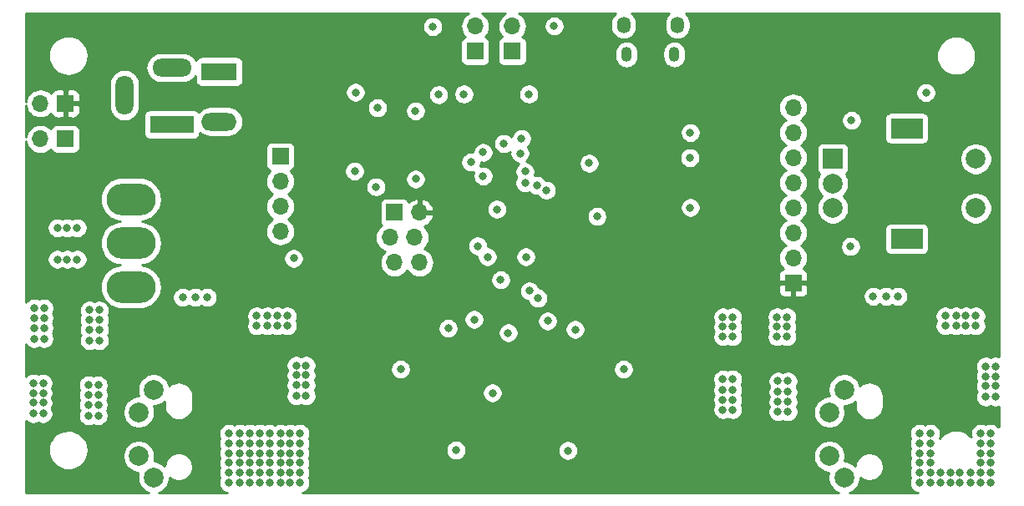
<source format=gbr>
G04 #@! TF.GenerationSoftware,KiCad,Pcbnew,(5.1.2)-1*
G04 #@! TF.CreationDate,2020-10-29T23:57:23+01:00*
G04 #@! TF.ProjectId,SolderingRT1,536f6c64-6572-4696-9e67-5254312e6b69,rev?*
G04 #@! TF.SameCoordinates,Original*
G04 #@! TF.FileFunction,Copper,L2,Inr*
G04 #@! TF.FilePolarity,Positive*
%FSLAX46Y46*%
G04 Gerber Fmt 4.6, Leading zero omitted, Abs format (unit mm)*
G04 Created by KiCad (PCBNEW (5.1.2)-1) date 2020-10-29 23:57:23*
%MOMM*%
%LPD*%
G04 APERTURE LIST*
%ADD10C,2.000000*%
%ADD11O,1.700000X1.700000*%
%ADD12R,1.700000X1.700000*%
%ADD13R,3.600000X1.800000*%
%ADD14O,3.600000X1.800000*%
%ADD15O,5.000000X3.200000*%
%ADD16R,2.000000X2.000000*%
%ADD17R,3.200000X2.000000*%
%ADD18O,1.350000X1.700000*%
%ADD19O,1.100000X1.500000*%
%ADD20R,4.400000X1.800000*%
%ADD21O,4.000000X1.800000*%
%ADD22O,1.800000X4.000000*%
%ADD23C,0.800000*%
%ADD24C,0.254000*%
G04 APERTURE END LIST*
D10*
X183650000Y-138860000D03*
X182150000Y-141160000D03*
X183650000Y-147760000D03*
X182150000Y-145610000D03*
X113650000Y-138860000D03*
X112150000Y-141160000D03*
X113650000Y-147760000D03*
X112150000Y-145610000D03*
D11*
X102160000Y-109850000D03*
D12*
X104700000Y-109850000D03*
D13*
X120300000Y-106600000D03*
D14*
X120300000Y-111680000D03*
D11*
X178500000Y-110270000D03*
X178500000Y-112810000D03*
X178500000Y-115350000D03*
X178500000Y-117890000D03*
X178500000Y-120430000D03*
X178500000Y-122970000D03*
X178500000Y-125510000D03*
D12*
X178500000Y-128050000D03*
D15*
X111350000Y-119550000D03*
X111350000Y-124000000D03*
X111350000Y-128450000D03*
D16*
X182500000Y-115463615D03*
D10*
X182500000Y-117963615D03*
X182500000Y-120463615D03*
D17*
X190000000Y-112363615D03*
X190000000Y-123563615D03*
D10*
X197000000Y-115463615D03*
X197000000Y-120463615D03*
D11*
X140600000Y-125980000D03*
X138060000Y-125980000D03*
X140100000Y-123440000D03*
X137600000Y-123440000D03*
X140600000Y-120900000D03*
D12*
X138060000Y-120900000D03*
D18*
X161295000Y-101885000D03*
X166755000Y-101885000D03*
D19*
X161605000Y-104885000D03*
X166445000Y-104885000D03*
D20*
X115500000Y-112000000D03*
D21*
X115500000Y-106200000D03*
D22*
X110700000Y-109000000D03*
D11*
X102160000Y-113450000D03*
D12*
X104700000Y-113450000D03*
D11*
X146250000Y-102010000D03*
D12*
X146250000Y-104550000D03*
D11*
X150000000Y-102010000D03*
D12*
X150000000Y-104550000D03*
D11*
X126500000Y-122820000D03*
X126500000Y-120280000D03*
X126500000Y-117740000D03*
D12*
X126500000Y-115200000D03*
D23*
X104900000Y-122450000D03*
X103900000Y-122450000D03*
X104900000Y-125650000D03*
X103900000Y-125650000D03*
X105900000Y-125650000D03*
X102450000Y-141300000D03*
X101450000Y-139200000D03*
X102450000Y-140200000D03*
X107050000Y-141500000D03*
X102450000Y-138200000D03*
X108050000Y-138400000D03*
X101450000Y-140200000D03*
X102450000Y-139200000D03*
X107050000Y-139400000D03*
X108050000Y-141500000D03*
X107050000Y-138400000D03*
X108050000Y-139400000D03*
X108050000Y-140400000D03*
X101450000Y-141300000D03*
X101450000Y-138200000D03*
X107050000Y-140400000D03*
X176950000Y-138000000D03*
X177950000Y-140100000D03*
X176950000Y-139100000D03*
X172350000Y-137800000D03*
X176950000Y-141100000D03*
X171350000Y-140900000D03*
X177950000Y-139100000D03*
X176950000Y-140100000D03*
X172350000Y-139900000D03*
X171350000Y-137800000D03*
X172350000Y-140900000D03*
X171350000Y-139900000D03*
X171350000Y-138900000D03*
X177950000Y-138000000D03*
X177950000Y-141100000D03*
X172350000Y-138900000D03*
X121300000Y-148300000D03*
X122400000Y-147300000D03*
X124400000Y-148300000D03*
X122400000Y-148300000D03*
X123400000Y-147300000D03*
X124400000Y-147300000D03*
X121300000Y-147300000D03*
X123400000Y-148300000D03*
X121300000Y-146300000D03*
X122400000Y-145300000D03*
X124400000Y-146300000D03*
X122400000Y-146300000D03*
X123400000Y-145300000D03*
X124400000Y-145300000D03*
X121300000Y-145300000D03*
X123400000Y-146300000D03*
X121300000Y-144300000D03*
X122400000Y-143300000D03*
X124400000Y-144300000D03*
X122400000Y-144300000D03*
X123400000Y-143300000D03*
X124400000Y-143300000D03*
X121300000Y-143300000D03*
X123400000Y-144300000D03*
X125400000Y-144300000D03*
X126500000Y-143300000D03*
X128500000Y-144300000D03*
X126500000Y-144300000D03*
X127500000Y-143300000D03*
X128500000Y-143300000D03*
X125400000Y-143300000D03*
X127500000Y-144300000D03*
X125400000Y-146300000D03*
X126500000Y-145300000D03*
X128500000Y-146300000D03*
X126500000Y-146300000D03*
X127500000Y-145300000D03*
X128500000Y-145300000D03*
X125400000Y-145300000D03*
X127500000Y-146300000D03*
X125400000Y-148300000D03*
X126500000Y-147300000D03*
X128500000Y-148300000D03*
X126500000Y-148300000D03*
X127500000Y-147300000D03*
X128500000Y-147300000D03*
X125400000Y-147300000D03*
X127500000Y-148300000D03*
X199000000Y-139600000D03*
X198000000Y-138500000D03*
X199000000Y-136500000D03*
X199000000Y-138500000D03*
X198000000Y-137500000D03*
X198000000Y-136500000D03*
X198000000Y-139600000D03*
X199000000Y-137500000D03*
X129100000Y-139500000D03*
X128100000Y-138400000D03*
X129100000Y-136400000D03*
X129100000Y-138400000D03*
X128100000Y-137400000D03*
X128100000Y-136400000D03*
X128100000Y-139500000D03*
X129100000Y-137400000D03*
X194400000Y-148300000D03*
X192400000Y-145300000D03*
X197500000Y-145300000D03*
X196500000Y-147300000D03*
X191300000Y-147300000D03*
X198500000Y-148300000D03*
X191300000Y-145300000D03*
X198500000Y-146300000D03*
X198500000Y-144300000D03*
X197500000Y-147300000D03*
X193400000Y-148300000D03*
X191300000Y-146300000D03*
X197500000Y-144300000D03*
X197500000Y-146300000D03*
X192400000Y-148300000D03*
X192400000Y-146300000D03*
X191300000Y-143300000D03*
X195400000Y-148300000D03*
X196500000Y-148300000D03*
X191300000Y-144300000D03*
X192400000Y-147300000D03*
X197500000Y-148300000D03*
X194400000Y-147300000D03*
X192400000Y-144300000D03*
X191300000Y-148300000D03*
X195400000Y-147300000D03*
X192400000Y-143300000D03*
X198500000Y-145300000D03*
X198500000Y-147300000D03*
X197500000Y-143300000D03*
X193400000Y-147300000D03*
X198500000Y-143300000D03*
X186600000Y-129400000D03*
X187900000Y-129400000D03*
X189100000Y-129400000D03*
X116600000Y-129500000D03*
X145800000Y-115800000D03*
X140212500Y-117512500D03*
X140200000Y-110600000D03*
X146500000Y-124300000D03*
X147500000Y-125400000D03*
X151400000Y-125400000D03*
X151700000Y-108900000D03*
X145100000Y-108900000D03*
X138700000Y-136800000D03*
X161300000Y-136800000D03*
X155637500Y-145037500D03*
X148000000Y-139200000D03*
X153600000Y-131900000D03*
X149600000Y-133100000D03*
X117900000Y-129500000D03*
X119100000Y-129500000D03*
X105900000Y-122450000D03*
X134112500Y-108712500D03*
X134037500Y-116712500D03*
X184400000Y-111550000D03*
X191950000Y-108750000D03*
X184300000Y-124350000D03*
X148837660Y-127737660D03*
X146150000Y-131750000D03*
X148455493Y-120569826D03*
X144300020Y-145000000D03*
X154250000Y-102000000D03*
X141950000Y-102050000D03*
X158600000Y-121300000D03*
X136350000Y-110300000D03*
X149150000Y-113900000D03*
X108150000Y-133900000D03*
X108150000Y-131800000D03*
X108150000Y-132800000D03*
X107150000Y-133900000D03*
X107150000Y-131800000D03*
X108150000Y-130800000D03*
X107150000Y-132800000D03*
X107150000Y-130800000D03*
X171350000Y-132500000D03*
X171350000Y-131500000D03*
X172350000Y-132500000D03*
X171350000Y-133500000D03*
X172350000Y-131500000D03*
X172350000Y-133500000D03*
X176850000Y-132500000D03*
X176850000Y-131500000D03*
X177850000Y-132500000D03*
X176850000Y-133500000D03*
X177850000Y-131500000D03*
X177850000Y-133500000D03*
X102550000Y-133700000D03*
X102550000Y-131600000D03*
X102550000Y-132600000D03*
X101550000Y-133700000D03*
X101550000Y-131600000D03*
X102550000Y-130600000D03*
X101550000Y-132600000D03*
X101550000Y-130600000D03*
X124100000Y-132400000D03*
X125200000Y-131400000D03*
X127200000Y-132400000D03*
X125200000Y-132400000D03*
X126200000Y-131400000D03*
X127200000Y-131400000D03*
X124100000Y-131400000D03*
X126200000Y-132400000D03*
X193900000Y-132400000D03*
X195000000Y-132400000D03*
X196000000Y-132400000D03*
X197000000Y-132400000D03*
X197000000Y-131400000D03*
X196000000Y-131400000D03*
X195000000Y-131400000D03*
X193900000Y-131400000D03*
X101100000Y-118850000D03*
X102300000Y-118850000D03*
X103500000Y-118850000D03*
X104700000Y-118850000D03*
X105900000Y-118850000D03*
X141800000Y-110600000D03*
X144212500Y-126187500D03*
X155400000Y-108900000D03*
X131300000Y-136900000D03*
X168800000Y-136800000D03*
X152000000Y-139200000D03*
X158300000Y-143000000D03*
X141700000Y-143000000D03*
X130050000Y-116750000D03*
X157300000Y-123600000D03*
X171900000Y-110300000D03*
X170800000Y-110300000D03*
X165300000Y-109550000D03*
X165300000Y-110400000D03*
X165300000Y-111250000D03*
X184350000Y-110150000D03*
X180675010Y-124350000D03*
X154250000Y-105750000D03*
X141950000Y-105900000D03*
X158600000Y-119800000D03*
X157800000Y-115900000D03*
X143512500Y-132637500D03*
X150950000Y-113400000D03*
X152600000Y-129600002D03*
X151750000Y-128849998D03*
X151300000Y-116750000D03*
X142550000Y-108950000D03*
X156387500Y-132762500D03*
X150800000Y-114900000D03*
X147050000Y-114800000D03*
X136200000Y-118300000D03*
X168000000Y-115350000D03*
X152522756Y-118171750D03*
X168050000Y-112800000D03*
X151300000Y-117900004D03*
X127850000Y-125550000D03*
X147050000Y-117200000D03*
X168050000Y-120400000D03*
X153458885Y-118637988D03*
D24*
G36*
X145420986Y-100769294D02*
G01*
X145194866Y-100954866D01*
X145009294Y-101180986D01*
X144871401Y-101438966D01*
X144786487Y-101718889D01*
X144757815Y-102010000D01*
X144786487Y-102301111D01*
X144871401Y-102581034D01*
X145009294Y-102839014D01*
X145194866Y-103065134D01*
X145224687Y-103089607D01*
X145155820Y-103110498D01*
X145045506Y-103169463D01*
X144948815Y-103248815D01*
X144869463Y-103345506D01*
X144810498Y-103455820D01*
X144774188Y-103575518D01*
X144761928Y-103700000D01*
X144761928Y-105400000D01*
X144774188Y-105524482D01*
X144810498Y-105644180D01*
X144869463Y-105754494D01*
X144948815Y-105851185D01*
X145045506Y-105930537D01*
X145155820Y-105989502D01*
X145275518Y-106025812D01*
X145400000Y-106038072D01*
X147100000Y-106038072D01*
X147224482Y-106025812D01*
X147344180Y-105989502D01*
X147454494Y-105930537D01*
X147551185Y-105851185D01*
X147630537Y-105754494D01*
X147689502Y-105644180D01*
X147725812Y-105524482D01*
X147738072Y-105400000D01*
X147738072Y-103700000D01*
X147725812Y-103575518D01*
X147689502Y-103455820D01*
X147630537Y-103345506D01*
X147551185Y-103248815D01*
X147454494Y-103169463D01*
X147344180Y-103110498D01*
X147275313Y-103089607D01*
X147305134Y-103065134D01*
X147490706Y-102839014D01*
X147628599Y-102581034D01*
X147713513Y-102301111D01*
X147742185Y-102010000D01*
X147713513Y-101718889D01*
X147628599Y-101438966D01*
X147490706Y-101180986D01*
X147305134Y-100954866D01*
X147079014Y-100769294D01*
X146921311Y-100685000D01*
X149328689Y-100685000D01*
X149170986Y-100769294D01*
X148944866Y-100954866D01*
X148759294Y-101180986D01*
X148621401Y-101438966D01*
X148536487Y-101718889D01*
X148507815Y-102010000D01*
X148536487Y-102301111D01*
X148621401Y-102581034D01*
X148759294Y-102839014D01*
X148944866Y-103065134D01*
X148974687Y-103089607D01*
X148905820Y-103110498D01*
X148795506Y-103169463D01*
X148698815Y-103248815D01*
X148619463Y-103345506D01*
X148560498Y-103455820D01*
X148524188Y-103575518D01*
X148511928Y-103700000D01*
X148511928Y-105400000D01*
X148524188Y-105524482D01*
X148560498Y-105644180D01*
X148619463Y-105754494D01*
X148698815Y-105851185D01*
X148795506Y-105930537D01*
X148905820Y-105989502D01*
X149025518Y-106025812D01*
X149150000Y-106038072D01*
X150850000Y-106038072D01*
X150974482Y-106025812D01*
X151094180Y-105989502D01*
X151204494Y-105930537D01*
X151301185Y-105851185D01*
X151380537Y-105754494D01*
X151439502Y-105644180D01*
X151475812Y-105524482D01*
X151488072Y-105400000D01*
X151488072Y-104626793D01*
X160420000Y-104626793D01*
X160420000Y-105143206D01*
X160437147Y-105317299D01*
X160504906Y-105540673D01*
X160614942Y-105746535D01*
X160763025Y-105926975D01*
X160943464Y-106075058D01*
X161149326Y-106185094D01*
X161372700Y-106252853D01*
X161605000Y-106275733D01*
X161837299Y-106252853D01*
X162060673Y-106185094D01*
X162266535Y-106075058D01*
X162446975Y-105926975D01*
X162595058Y-105746536D01*
X162705094Y-105540674D01*
X162772853Y-105317300D01*
X162790000Y-105143207D01*
X162790000Y-104626794D01*
X162790000Y-104626793D01*
X165260000Y-104626793D01*
X165260000Y-105143206D01*
X165277147Y-105317299D01*
X165344906Y-105540673D01*
X165454942Y-105746535D01*
X165603025Y-105926975D01*
X165783464Y-106075058D01*
X165989326Y-106185094D01*
X166212700Y-106252853D01*
X166445000Y-106275733D01*
X166677299Y-106252853D01*
X166900673Y-106185094D01*
X167106535Y-106075058D01*
X167286975Y-105926975D01*
X167435058Y-105746536D01*
X167545094Y-105540674D01*
X167612853Y-105317300D01*
X167630000Y-105143207D01*
X167630000Y-105028160D01*
X192983310Y-105028160D01*
X193027187Y-105419334D01*
X193146208Y-105794536D01*
X193335839Y-106139475D01*
X193588858Y-106441011D01*
X193895627Y-106687659D01*
X194244461Y-106870025D01*
X194622073Y-106981162D01*
X195014080Y-107016838D01*
X195405551Y-106975693D01*
X195781575Y-106859294D01*
X196127829Y-106672075D01*
X196431124Y-106421168D01*
X196679908Y-106116128D01*
X196864705Y-105768576D01*
X196978476Y-105391749D01*
X197016887Y-105000000D01*
X197016101Y-104943685D01*
X196966766Y-104553162D01*
X196842518Y-104179658D01*
X196648089Y-103837401D01*
X196390885Y-103539427D01*
X196080702Y-103297086D01*
X195729356Y-103119608D01*
X195350229Y-103013754D01*
X194957762Y-102983555D01*
X194566903Y-103030162D01*
X194192541Y-103151800D01*
X193848935Y-103343835D01*
X193549173Y-103598953D01*
X193304672Y-103907436D01*
X193124746Y-104257534D01*
X193016247Y-104635913D01*
X192983310Y-105028160D01*
X167630000Y-105028160D01*
X167630000Y-104626794D01*
X167612853Y-104452701D01*
X167545094Y-104229327D01*
X167435058Y-104023464D01*
X167286975Y-103843025D01*
X167106536Y-103694942D01*
X166900674Y-103584906D01*
X166677300Y-103517147D01*
X166445000Y-103494267D01*
X166212701Y-103517147D01*
X165989327Y-103584906D01*
X165783465Y-103694942D01*
X165603026Y-103843025D01*
X165454943Y-104023464D01*
X165344906Y-104229326D01*
X165277147Y-104452700D01*
X165260000Y-104626793D01*
X162790000Y-104626793D01*
X162772853Y-104452701D01*
X162705094Y-104229327D01*
X162595058Y-104023464D01*
X162446975Y-103843025D01*
X162266536Y-103694942D01*
X162060674Y-103584906D01*
X161837300Y-103517147D01*
X161605000Y-103494267D01*
X161372701Y-103517147D01*
X161149327Y-103584906D01*
X160943465Y-103694942D01*
X160763026Y-103843025D01*
X160614943Y-104023464D01*
X160504906Y-104229326D01*
X160437147Y-104452700D01*
X160420000Y-104626793D01*
X151488072Y-104626793D01*
X151488072Y-103700000D01*
X151475812Y-103575518D01*
X151439502Y-103455820D01*
X151380537Y-103345506D01*
X151301185Y-103248815D01*
X151204494Y-103169463D01*
X151094180Y-103110498D01*
X151025313Y-103089607D01*
X151055134Y-103065134D01*
X151240706Y-102839014D01*
X151378599Y-102581034D01*
X151463513Y-102301111D01*
X151492185Y-102010000D01*
X151481160Y-101898061D01*
X153215000Y-101898061D01*
X153215000Y-102101939D01*
X153254774Y-102301898D01*
X153332795Y-102490256D01*
X153446063Y-102659774D01*
X153590226Y-102803937D01*
X153759744Y-102917205D01*
X153948102Y-102995226D01*
X154148061Y-103035000D01*
X154351939Y-103035000D01*
X154551898Y-102995226D01*
X154740256Y-102917205D01*
X154909774Y-102803937D01*
X155053937Y-102659774D01*
X155167205Y-102490256D01*
X155245226Y-102301898D01*
X155285000Y-102101939D01*
X155285000Y-101898061D01*
X155245226Y-101698102D01*
X155167205Y-101509744D01*
X155053937Y-101340226D01*
X154909774Y-101196063D01*
X154740256Y-101082795D01*
X154551898Y-101004774D01*
X154351939Y-100965000D01*
X154148061Y-100965000D01*
X153948102Y-101004774D01*
X153759744Y-101082795D01*
X153590226Y-101196063D01*
X153446063Y-101340226D01*
X153332795Y-101509744D01*
X153254774Y-101698102D01*
X153215000Y-101898061D01*
X151481160Y-101898061D01*
X151463513Y-101718889D01*
X151378599Y-101438966D01*
X151240706Y-101180986D01*
X151055134Y-100954866D01*
X150829014Y-100769294D01*
X150671311Y-100685000D01*
X160479003Y-100685000D01*
X160364209Y-100779208D01*
X160200505Y-100978682D01*
X160078862Y-101206259D01*
X160003955Y-101453195D01*
X159985000Y-101645649D01*
X159985000Y-102124350D01*
X160003955Y-102316804D01*
X160078862Y-102563740D01*
X160200505Y-102791317D01*
X160364208Y-102990792D01*
X160563682Y-103154495D01*
X160791259Y-103276138D01*
X161038195Y-103351045D01*
X161295000Y-103376338D01*
X161551804Y-103351045D01*
X161798740Y-103276138D01*
X162026317Y-103154495D01*
X162225792Y-102990792D01*
X162389495Y-102791318D01*
X162511138Y-102563741D01*
X162586045Y-102316805D01*
X162605000Y-102124351D01*
X162605000Y-101645650D01*
X162586045Y-101453196D01*
X162511138Y-101206260D01*
X162389495Y-100978682D01*
X162225792Y-100779208D01*
X162110998Y-100685000D01*
X165939003Y-100685000D01*
X165824209Y-100779208D01*
X165660505Y-100978682D01*
X165538862Y-101206259D01*
X165463955Y-101453195D01*
X165445000Y-101645649D01*
X165445000Y-102124350D01*
X165463955Y-102316804D01*
X165538862Y-102563740D01*
X165660505Y-102791317D01*
X165824208Y-102990792D01*
X166023682Y-103154495D01*
X166251259Y-103276138D01*
X166498195Y-103351045D01*
X166755000Y-103376338D01*
X167011804Y-103351045D01*
X167258740Y-103276138D01*
X167486317Y-103154495D01*
X167685792Y-102990792D01*
X167849495Y-102791318D01*
X167971138Y-102563741D01*
X168046045Y-102316805D01*
X168065000Y-102124351D01*
X168065000Y-101645650D01*
X168046045Y-101453196D01*
X167971138Y-101206260D01*
X167849495Y-100978682D01*
X167685792Y-100779208D01*
X167570998Y-100685000D01*
X199315000Y-100685000D01*
X199315001Y-135510201D01*
X199301898Y-135504774D01*
X199101939Y-135465000D01*
X198898061Y-135465000D01*
X198698102Y-135504774D01*
X198509744Y-135582795D01*
X198500000Y-135589306D01*
X198490256Y-135582795D01*
X198301898Y-135504774D01*
X198101939Y-135465000D01*
X197898061Y-135465000D01*
X197698102Y-135504774D01*
X197509744Y-135582795D01*
X197340226Y-135696063D01*
X197196063Y-135840226D01*
X197082795Y-136009744D01*
X197004774Y-136198102D01*
X196965000Y-136398061D01*
X196965000Y-136601939D01*
X197004774Y-136801898D01*
X197082795Y-136990256D01*
X197089306Y-137000000D01*
X197082795Y-137009744D01*
X197004774Y-137198102D01*
X196965000Y-137398061D01*
X196965000Y-137601939D01*
X197004774Y-137801898D01*
X197082795Y-137990256D01*
X197089306Y-138000000D01*
X197082795Y-138009744D01*
X197004774Y-138198102D01*
X196965000Y-138398061D01*
X196965000Y-138601939D01*
X197004774Y-138801898D01*
X197082795Y-138990256D01*
X197122715Y-139050000D01*
X197082795Y-139109744D01*
X197004774Y-139298102D01*
X196965000Y-139498061D01*
X196965000Y-139701939D01*
X197004774Y-139901898D01*
X197082795Y-140090256D01*
X197196063Y-140259774D01*
X197340226Y-140403937D01*
X197509744Y-140517205D01*
X197698102Y-140595226D01*
X197898061Y-140635000D01*
X198101939Y-140635000D01*
X198301898Y-140595226D01*
X198490256Y-140517205D01*
X198500000Y-140510694D01*
X198509744Y-140517205D01*
X198698102Y-140595226D01*
X198898061Y-140635000D01*
X199101939Y-140635000D01*
X199301898Y-140595226D01*
X199315001Y-140589799D01*
X199315001Y-142656784D01*
X199303937Y-142640226D01*
X199159774Y-142496063D01*
X198990256Y-142382795D01*
X198801898Y-142304774D01*
X198601939Y-142265000D01*
X198398061Y-142265000D01*
X198198102Y-142304774D01*
X198009744Y-142382795D01*
X198000000Y-142389306D01*
X197990256Y-142382795D01*
X197801898Y-142304774D01*
X197601939Y-142265000D01*
X197398061Y-142265000D01*
X197198102Y-142304774D01*
X197009744Y-142382795D01*
X196840226Y-142496063D01*
X196696063Y-142640226D01*
X196582795Y-142809744D01*
X196504774Y-142998102D01*
X196465000Y-143198061D01*
X196465000Y-143401939D01*
X196504774Y-143601898D01*
X196513277Y-143622426D01*
X196417505Y-143511473D01*
X196101386Y-143264494D01*
X195743315Y-143083620D01*
X195356932Y-142975739D01*
X194956953Y-142944963D01*
X194558614Y-142992462D01*
X194177087Y-143116427D01*
X193826905Y-143312138D01*
X193521406Y-143572138D01*
X193322654Y-143822899D01*
X193317205Y-143809744D01*
X193310694Y-143800000D01*
X193317205Y-143790256D01*
X193395226Y-143601898D01*
X193435000Y-143401939D01*
X193435000Y-143198061D01*
X193395226Y-142998102D01*
X193317205Y-142809744D01*
X193203937Y-142640226D01*
X193059774Y-142496063D01*
X192890256Y-142382795D01*
X192701898Y-142304774D01*
X192501939Y-142265000D01*
X192298061Y-142265000D01*
X192098102Y-142304774D01*
X191909744Y-142382795D01*
X191850000Y-142422715D01*
X191790256Y-142382795D01*
X191601898Y-142304774D01*
X191401939Y-142265000D01*
X191198061Y-142265000D01*
X190998102Y-142304774D01*
X190809744Y-142382795D01*
X190640226Y-142496063D01*
X190496063Y-142640226D01*
X190382795Y-142809744D01*
X190304774Y-142998102D01*
X190265000Y-143198061D01*
X190265000Y-143401939D01*
X190304774Y-143601898D01*
X190382795Y-143790256D01*
X190389306Y-143800000D01*
X190382795Y-143809744D01*
X190304774Y-143998102D01*
X190265000Y-144198061D01*
X190265000Y-144401939D01*
X190304774Y-144601898D01*
X190382795Y-144790256D01*
X190389306Y-144800000D01*
X190382795Y-144809744D01*
X190304774Y-144998102D01*
X190265000Y-145198061D01*
X190265000Y-145401939D01*
X190304774Y-145601898D01*
X190382795Y-145790256D01*
X190389306Y-145800000D01*
X190382795Y-145809744D01*
X190304774Y-145998102D01*
X190265000Y-146198061D01*
X190265000Y-146401939D01*
X190304774Y-146601898D01*
X190382795Y-146790256D01*
X190389306Y-146800000D01*
X190382795Y-146809744D01*
X190304774Y-146998102D01*
X190265000Y-147198061D01*
X190265000Y-147401939D01*
X190304774Y-147601898D01*
X190382795Y-147790256D01*
X190389306Y-147800000D01*
X190382795Y-147809744D01*
X190304774Y-147998102D01*
X190265000Y-148198061D01*
X190265000Y-148401939D01*
X190304774Y-148601898D01*
X190382795Y-148790256D01*
X190496063Y-148959774D01*
X190640226Y-149103937D01*
X190809744Y-149217205D01*
X190998102Y-149295226D01*
X191097513Y-149315000D01*
X184168359Y-149315000D01*
X184424463Y-149208918D01*
X184692252Y-149029987D01*
X184919987Y-148802252D01*
X185098918Y-148534463D01*
X185222168Y-148236912D01*
X185285000Y-147921033D01*
X185285000Y-147814396D01*
X185285241Y-147814637D01*
X185520273Y-147971680D01*
X185781426Y-148079853D01*
X186058665Y-148135000D01*
X186341335Y-148135000D01*
X186618574Y-148079853D01*
X186879727Y-147971680D01*
X187114759Y-147814637D01*
X187314637Y-147614759D01*
X187471680Y-147379727D01*
X187579853Y-147118574D01*
X187635000Y-146841335D01*
X187635000Y-146558665D01*
X187579853Y-146281426D01*
X187471680Y-146020273D01*
X187314637Y-145785241D01*
X187114759Y-145585363D01*
X186879727Y-145428320D01*
X186618574Y-145320147D01*
X186341335Y-145265000D01*
X186058665Y-145265000D01*
X185781426Y-145320147D01*
X185520273Y-145428320D01*
X185285241Y-145585363D01*
X185085363Y-145785241D01*
X184928320Y-146020273D01*
X184820147Y-146281426D01*
X184765000Y-146558665D01*
X184765000Y-146562761D01*
X184692252Y-146490013D01*
X184424463Y-146311082D01*
X184126912Y-146187832D01*
X183811033Y-146125000D01*
X183706391Y-146125000D01*
X183722168Y-146086912D01*
X183785000Y-145771033D01*
X183785000Y-145448967D01*
X183722168Y-145133088D01*
X183598918Y-144835537D01*
X183419987Y-144567748D01*
X183192252Y-144340013D01*
X182924463Y-144161082D01*
X182626912Y-144037832D01*
X182311033Y-143975000D01*
X181988967Y-143975000D01*
X181673088Y-144037832D01*
X181375537Y-144161082D01*
X181107748Y-144340013D01*
X180880013Y-144567748D01*
X180701082Y-144835537D01*
X180577832Y-145133088D01*
X180515000Y-145448967D01*
X180515000Y-145771033D01*
X180577832Y-146086912D01*
X180701082Y-146384463D01*
X180880013Y-146652252D01*
X181107748Y-146879987D01*
X181375537Y-147058918D01*
X181673088Y-147182168D01*
X181988967Y-147245000D01*
X182093609Y-147245000D01*
X182077832Y-147283088D01*
X182015000Y-147598967D01*
X182015000Y-147921033D01*
X182077832Y-148236912D01*
X182201082Y-148534463D01*
X182380013Y-148802252D01*
X182607748Y-149029987D01*
X182875537Y-149208918D01*
X183131641Y-149315000D01*
X128702487Y-149315000D01*
X128801898Y-149295226D01*
X128990256Y-149217205D01*
X129159774Y-149103937D01*
X129303937Y-148959774D01*
X129417205Y-148790256D01*
X129495226Y-148601898D01*
X129535000Y-148401939D01*
X129535000Y-148198061D01*
X129495226Y-147998102D01*
X129417205Y-147809744D01*
X129410694Y-147800000D01*
X129417205Y-147790256D01*
X129495226Y-147601898D01*
X129535000Y-147401939D01*
X129535000Y-147198061D01*
X129495226Y-146998102D01*
X129417205Y-146809744D01*
X129410694Y-146800000D01*
X129417205Y-146790256D01*
X129495226Y-146601898D01*
X129535000Y-146401939D01*
X129535000Y-146198061D01*
X129495226Y-145998102D01*
X129417205Y-145809744D01*
X129410694Y-145800000D01*
X129417205Y-145790256D01*
X129495226Y-145601898D01*
X129535000Y-145401939D01*
X129535000Y-145198061D01*
X129495226Y-144998102D01*
X129453788Y-144898061D01*
X143265020Y-144898061D01*
X143265020Y-145101939D01*
X143304794Y-145301898D01*
X143382815Y-145490256D01*
X143496083Y-145659774D01*
X143640246Y-145803937D01*
X143809764Y-145917205D01*
X143998122Y-145995226D01*
X144198081Y-146035000D01*
X144401959Y-146035000D01*
X144601918Y-145995226D01*
X144790276Y-145917205D01*
X144959794Y-145803937D01*
X145103957Y-145659774D01*
X145217225Y-145490256D01*
X145295246Y-145301898D01*
X145335020Y-145101939D01*
X145335020Y-144935561D01*
X154602500Y-144935561D01*
X154602500Y-145139439D01*
X154642274Y-145339398D01*
X154720295Y-145527756D01*
X154833563Y-145697274D01*
X154977726Y-145841437D01*
X155147244Y-145954705D01*
X155335602Y-146032726D01*
X155535561Y-146072500D01*
X155739439Y-146072500D01*
X155939398Y-146032726D01*
X156127756Y-145954705D01*
X156297274Y-145841437D01*
X156441437Y-145697274D01*
X156554705Y-145527756D01*
X156632726Y-145339398D01*
X156672500Y-145139439D01*
X156672500Y-144935561D01*
X156632726Y-144735602D01*
X156554705Y-144547244D01*
X156441437Y-144377726D01*
X156297274Y-144233563D01*
X156127756Y-144120295D01*
X155939398Y-144042274D01*
X155739439Y-144002500D01*
X155535561Y-144002500D01*
X155335602Y-144042274D01*
X155147244Y-144120295D01*
X154977726Y-144233563D01*
X154833563Y-144377726D01*
X154720295Y-144547244D01*
X154642274Y-144735602D01*
X154602500Y-144935561D01*
X145335020Y-144935561D01*
X145335020Y-144898061D01*
X145295246Y-144698102D01*
X145217225Y-144509744D01*
X145103957Y-144340226D01*
X144959794Y-144196063D01*
X144790276Y-144082795D01*
X144601918Y-144004774D01*
X144401959Y-143965000D01*
X144198081Y-143965000D01*
X143998122Y-144004774D01*
X143809764Y-144082795D01*
X143640246Y-144196063D01*
X143496083Y-144340226D01*
X143382815Y-144509744D01*
X143304794Y-144698102D01*
X143265020Y-144898061D01*
X129453788Y-144898061D01*
X129417205Y-144809744D01*
X129410694Y-144800000D01*
X129417205Y-144790256D01*
X129495226Y-144601898D01*
X129535000Y-144401939D01*
X129535000Y-144198061D01*
X129495226Y-143998102D01*
X129417205Y-143809744D01*
X129410694Y-143800000D01*
X129417205Y-143790256D01*
X129495226Y-143601898D01*
X129535000Y-143401939D01*
X129535000Y-143198061D01*
X129495226Y-142998102D01*
X129417205Y-142809744D01*
X129303937Y-142640226D01*
X129159774Y-142496063D01*
X128990256Y-142382795D01*
X128801898Y-142304774D01*
X128601939Y-142265000D01*
X128398061Y-142265000D01*
X128198102Y-142304774D01*
X128009744Y-142382795D01*
X128000000Y-142389306D01*
X127990256Y-142382795D01*
X127801898Y-142304774D01*
X127601939Y-142265000D01*
X127398061Y-142265000D01*
X127198102Y-142304774D01*
X127009744Y-142382795D01*
X127000000Y-142389306D01*
X126990256Y-142382795D01*
X126801898Y-142304774D01*
X126601939Y-142265000D01*
X126398061Y-142265000D01*
X126198102Y-142304774D01*
X126009744Y-142382795D01*
X125950000Y-142422715D01*
X125890256Y-142382795D01*
X125701898Y-142304774D01*
X125501939Y-142265000D01*
X125298061Y-142265000D01*
X125098102Y-142304774D01*
X124909744Y-142382795D01*
X124900000Y-142389306D01*
X124890256Y-142382795D01*
X124701898Y-142304774D01*
X124501939Y-142265000D01*
X124298061Y-142265000D01*
X124098102Y-142304774D01*
X123909744Y-142382795D01*
X123900000Y-142389306D01*
X123890256Y-142382795D01*
X123701898Y-142304774D01*
X123501939Y-142265000D01*
X123298061Y-142265000D01*
X123098102Y-142304774D01*
X122909744Y-142382795D01*
X122900000Y-142389306D01*
X122890256Y-142382795D01*
X122701898Y-142304774D01*
X122501939Y-142265000D01*
X122298061Y-142265000D01*
X122098102Y-142304774D01*
X121909744Y-142382795D01*
X121850000Y-142422715D01*
X121790256Y-142382795D01*
X121601898Y-142304774D01*
X121401939Y-142265000D01*
X121198061Y-142265000D01*
X120998102Y-142304774D01*
X120809744Y-142382795D01*
X120640226Y-142496063D01*
X120496063Y-142640226D01*
X120382795Y-142809744D01*
X120304774Y-142998102D01*
X120265000Y-143198061D01*
X120265000Y-143401939D01*
X120304774Y-143601898D01*
X120382795Y-143790256D01*
X120389306Y-143800000D01*
X120382795Y-143809744D01*
X120304774Y-143998102D01*
X120265000Y-144198061D01*
X120265000Y-144401939D01*
X120304774Y-144601898D01*
X120382795Y-144790256D01*
X120389306Y-144800000D01*
X120382795Y-144809744D01*
X120304774Y-144998102D01*
X120265000Y-145198061D01*
X120265000Y-145401939D01*
X120304774Y-145601898D01*
X120382795Y-145790256D01*
X120389306Y-145800000D01*
X120382795Y-145809744D01*
X120304774Y-145998102D01*
X120265000Y-146198061D01*
X120265000Y-146401939D01*
X120304774Y-146601898D01*
X120382795Y-146790256D01*
X120389306Y-146800000D01*
X120382795Y-146809744D01*
X120304774Y-146998102D01*
X120265000Y-147198061D01*
X120265000Y-147401939D01*
X120304774Y-147601898D01*
X120382795Y-147790256D01*
X120389306Y-147800000D01*
X120382795Y-147809744D01*
X120304774Y-147998102D01*
X120265000Y-148198061D01*
X120265000Y-148401939D01*
X120304774Y-148601898D01*
X120382795Y-148790256D01*
X120496063Y-148959774D01*
X120640226Y-149103937D01*
X120809744Y-149217205D01*
X120998102Y-149295226D01*
X121097513Y-149315000D01*
X114168359Y-149315000D01*
X114424463Y-149208918D01*
X114692252Y-149029987D01*
X114919987Y-148802252D01*
X115098918Y-148534463D01*
X115222168Y-148236912D01*
X115285000Y-147921033D01*
X115285000Y-147814396D01*
X115285241Y-147814637D01*
X115520273Y-147971680D01*
X115781426Y-148079853D01*
X116058665Y-148135000D01*
X116341335Y-148135000D01*
X116618574Y-148079853D01*
X116879727Y-147971680D01*
X117114759Y-147814637D01*
X117314637Y-147614759D01*
X117471680Y-147379727D01*
X117579853Y-147118574D01*
X117635000Y-146841335D01*
X117635000Y-146558665D01*
X117579853Y-146281426D01*
X117471680Y-146020273D01*
X117314637Y-145785241D01*
X117114759Y-145585363D01*
X116879727Y-145428320D01*
X116618574Y-145320147D01*
X116341335Y-145265000D01*
X116058665Y-145265000D01*
X115781426Y-145320147D01*
X115520273Y-145428320D01*
X115285241Y-145585363D01*
X115085363Y-145785241D01*
X114928320Y-146020273D01*
X114820147Y-146281426D01*
X114765000Y-146558665D01*
X114765000Y-146562761D01*
X114692252Y-146490013D01*
X114424463Y-146311082D01*
X114126912Y-146187832D01*
X113811033Y-146125000D01*
X113706391Y-146125000D01*
X113722168Y-146086912D01*
X113785000Y-145771033D01*
X113785000Y-145448967D01*
X113722168Y-145133088D01*
X113598918Y-144835537D01*
X113419987Y-144567748D01*
X113192252Y-144340013D01*
X112924463Y-144161082D01*
X112626912Y-144037832D01*
X112311033Y-143975000D01*
X111988967Y-143975000D01*
X111673088Y-144037832D01*
X111375537Y-144161082D01*
X111107748Y-144340013D01*
X110880013Y-144567748D01*
X110701082Y-144835537D01*
X110577832Y-145133088D01*
X110515000Y-145448967D01*
X110515000Y-145771033D01*
X110577832Y-146086912D01*
X110701082Y-146384463D01*
X110880013Y-146652252D01*
X111107748Y-146879987D01*
X111375537Y-147058918D01*
X111673088Y-147182168D01*
X111988967Y-147245000D01*
X112093609Y-147245000D01*
X112077832Y-147283088D01*
X112015000Y-147598967D01*
X112015000Y-147921033D01*
X112077832Y-148236912D01*
X112201082Y-148534463D01*
X112380013Y-148802252D01*
X112607748Y-149029987D01*
X112875537Y-149208918D01*
X113131641Y-149315000D01*
X100685000Y-149315000D01*
X100685000Y-145028352D01*
X102969549Y-145028352D01*
X103013726Y-145422196D01*
X103133559Y-145799958D01*
X103324484Y-146147250D01*
X103579229Y-146450843D01*
X103888091Y-146699175D01*
X104239305Y-146882785D01*
X104619494Y-146994681D01*
X105014176Y-147030600D01*
X105408319Y-146989174D01*
X105786908Y-146871980D01*
X106135525Y-146683484D01*
X106440889Y-146430865D01*
X106691371Y-146123744D01*
X106877428Y-145773820D01*
X106991976Y-145394422D01*
X107030649Y-145000000D01*
X107029857Y-144943301D01*
X106980186Y-144550113D01*
X106855090Y-144174061D01*
X106659334Y-143829468D01*
X106400375Y-143529461D01*
X106088076Y-143285466D01*
X105734333Y-143106778D01*
X105352618Y-143000201D01*
X104957473Y-142969796D01*
X104563948Y-143016721D01*
X104187032Y-143139189D01*
X103841081Y-143332534D01*
X103539273Y-143589393D01*
X103293104Y-143899981D01*
X103111950Y-144252468D01*
X103002712Y-144633429D01*
X102969549Y-145028352D01*
X100685000Y-145028352D01*
X100685000Y-141998711D01*
X100790226Y-142103937D01*
X100959744Y-142217205D01*
X101148102Y-142295226D01*
X101348061Y-142335000D01*
X101551939Y-142335000D01*
X101751898Y-142295226D01*
X101940256Y-142217205D01*
X101950000Y-142210694D01*
X101959744Y-142217205D01*
X102148102Y-142295226D01*
X102348061Y-142335000D01*
X102551939Y-142335000D01*
X102751898Y-142295226D01*
X102940256Y-142217205D01*
X103109774Y-142103937D01*
X103253937Y-141959774D01*
X103367205Y-141790256D01*
X103445226Y-141601898D01*
X103485000Y-141401939D01*
X103485000Y-141198061D01*
X103445226Y-140998102D01*
X103367205Y-140809744D01*
X103327285Y-140750000D01*
X103367205Y-140690256D01*
X103445226Y-140501898D01*
X103485000Y-140301939D01*
X103485000Y-140098061D01*
X103445226Y-139898102D01*
X103367205Y-139709744D01*
X103360694Y-139700000D01*
X103367205Y-139690256D01*
X103445226Y-139501898D01*
X103485000Y-139301939D01*
X103485000Y-139098061D01*
X103445226Y-138898102D01*
X103367205Y-138709744D01*
X103360694Y-138700000D01*
X103367205Y-138690256D01*
X103445226Y-138501898D01*
X103485000Y-138301939D01*
X103485000Y-138298061D01*
X106015000Y-138298061D01*
X106015000Y-138501939D01*
X106054774Y-138701898D01*
X106132795Y-138890256D01*
X106139306Y-138900000D01*
X106132795Y-138909744D01*
X106054774Y-139098102D01*
X106015000Y-139298061D01*
X106015000Y-139501939D01*
X106054774Y-139701898D01*
X106132795Y-139890256D01*
X106139306Y-139900000D01*
X106132795Y-139909744D01*
X106054774Y-140098102D01*
X106015000Y-140298061D01*
X106015000Y-140501939D01*
X106054774Y-140701898D01*
X106132795Y-140890256D01*
X106172715Y-140950000D01*
X106132795Y-141009744D01*
X106054774Y-141198102D01*
X106015000Y-141398061D01*
X106015000Y-141601939D01*
X106054774Y-141801898D01*
X106132795Y-141990256D01*
X106246063Y-142159774D01*
X106390226Y-142303937D01*
X106559744Y-142417205D01*
X106748102Y-142495226D01*
X106948061Y-142535000D01*
X107151939Y-142535000D01*
X107351898Y-142495226D01*
X107540256Y-142417205D01*
X107550000Y-142410694D01*
X107559744Y-142417205D01*
X107748102Y-142495226D01*
X107948061Y-142535000D01*
X108151939Y-142535000D01*
X108351898Y-142495226D01*
X108540256Y-142417205D01*
X108709774Y-142303937D01*
X108853937Y-142159774D01*
X108967205Y-141990256D01*
X109045226Y-141801898D01*
X109085000Y-141601939D01*
X109085000Y-141398061D01*
X109045226Y-141198102D01*
X108967205Y-141009744D01*
X108960004Y-140998967D01*
X110515000Y-140998967D01*
X110515000Y-141321033D01*
X110577832Y-141636912D01*
X110701082Y-141934463D01*
X110880013Y-142202252D01*
X111107748Y-142429987D01*
X111375537Y-142608918D01*
X111673088Y-142732168D01*
X111988967Y-142795000D01*
X112311033Y-142795000D01*
X112626912Y-142732168D01*
X112924463Y-142608918D01*
X113192252Y-142429987D01*
X113419987Y-142202252D01*
X113598918Y-141934463D01*
X113722168Y-141636912D01*
X113785000Y-141321033D01*
X113785000Y-140998967D01*
X113722168Y-140683088D01*
X113644259Y-140495000D01*
X113811033Y-140495000D01*
X114126912Y-140432168D01*
X114424463Y-140308918D01*
X114692252Y-140129987D01*
X114765000Y-140057239D01*
X114765000Y-140590492D01*
X114785764Y-140801309D01*
X114867818Y-141071808D01*
X115001068Y-141321101D01*
X115180393Y-141539608D01*
X115398900Y-141718932D01*
X115648193Y-141852182D01*
X115918692Y-141934236D01*
X116200000Y-141961943D01*
X116481309Y-141934236D01*
X116751808Y-141852182D01*
X117001101Y-141718932D01*
X117219608Y-141539608D01*
X117398932Y-141321101D01*
X117532182Y-141071808D01*
X117614236Y-140801309D01*
X117635000Y-140590492D01*
X117635000Y-139449508D01*
X117614236Y-139238691D01*
X117532182Y-138968192D01*
X117398932Y-138718899D01*
X117219607Y-138500392D01*
X117001100Y-138321068D01*
X116751807Y-138187818D01*
X116481308Y-138105764D01*
X116200000Y-138078057D01*
X115918691Y-138105764D01*
X115648192Y-138187818D01*
X115398899Y-138321068D01*
X115236364Y-138454458D01*
X115222168Y-138383088D01*
X115098918Y-138085537D01*
X114919987Y-137817748D01*
X114692252Y-137590013D01*
X114424463Y-137411082D01*
X114126912Y-137287832D01*
X113811033Y-137225000D01*
X113488967Y-137225000D01*
X113173088Y-137287832D01*
X112875537Y-137411082D01*
X112607748Y-137590013D01*
X112380013Y-137817748D01*
X112201082Y-138085537D01*
X112077832Y-138383088D01*
X112015000Y-138698967D01*
X112015000Y-139021033D01*
X112077832Y-139336912D01*
X112155741Y-139525000D01*
X111988967Y-139525000D01*
X111673088Y-139587832D01*
X111375537Y-139711082D01*
X111107748Y-139890013D01*
X110880013Y-140117748D01*
X110701082Y-140385537D01*
X110577832Y-140683088D01*
X110515000Y-140998967D01*
X108960004Y-140998967D01*
X108927285Y-140950000D01*
X108967205Y-140890256D01*
X109045226Y-140701898D01*
X109085000Y-140501939D01*
X109085000Y-140298061D01*
X109045226Y-140098102D01*
X108967205Y-139909744D01*
X108960694Y-139900000D01*
X108967205Y-139890256D01*
X109045226Y-139701898D01*
X109085000Y-139501939D01*
X109085000Y-139298061D01*
X109045226Y-139098102D01*
X108967205Y-138909744D01*
X108960694Y-138900000D01*
X108967205Y-138890256D01*
X109045226Y-138701898D01*
X109085000Y-138501939D01*
X109085000Y-138298061D01*
X109045226Y-138098102D01*
X108967205Y-137909744D01*
X108853937Y-137740226D01*
X108709774Y-137596063D01*
X108540256Y-137482795D01*
X108351898Y-137404774D01*
X108151939Y-137365000D01*
X107948061Y-137365000D01*
X107748102Y-137404774D01*
X107559744Y-137482795D01*
X107550000Y-137489306D01*
X107540256Y-137482795D01*
X107351898Y-137404774D01*
X107151939Y-137365000D01*
X106948061Y-137365000D01*
X106748102Y-137404774D01*
X106559744Y-137482795D01*
X106390226Y-137596063D01*
X106246063Y-137740226D01*
X106132795Y-137909744D01*
X106054774Y-138098102D01*
X106015000Y-138298061D01*
X103485000Y-138298061D01*
X103485000Y-138098061D01*
X103445226Y-137898102D01*
X103367205Y-137709744D01*
X103253937Y-137540226D01*
X103109774Y-137396063D01*
X102940256Y-137282795D01*
X102751898Y-137204774D01*
X102551939Y-137165000D01*
X102348061Y-137165000D01*
X102148102Y-137204774D01*
X101959744Y-137282795D01*
X101950000Y-137289306D01*
X101940256Y-137282795D01*
X101751898Y-137204774D01*
X101551939Y-137165000D01*
X101348061Y-137165000D01*
X101148102Y-137204774D01*
X100959744Y-137282795D01*
X100790226Y-137396063D01*
X100685000Y-137501289D01*
X100685000Y-136298061D01*
X127065000Y-136298061D01*
X127065000Y-136501939D01*
X127104774Y-136701898D01*
X127182795Y-136890256D01*
X127189306Y-136900000D01*
X127182795Y-136909744D01*
X127104774Y-137098102D01*
X127065000Y-137298061D01*
X127065000Y-137501939D01*
X127104774Y-137701898D01*
X127182795Y-137890256D01*
X127189306Y-137900000D01*
X127182795Y-137909744D01*
X127104774Y-138098102D01*
X127065000Y-138298061D01*
X127065000Y-138501939D01*
X127104774Y-138701898D01*
X127182795Y-138890256D01*
X127222715Y-138950000D01*
X127182795Y-139009744D01*
X127104774Y-139198102D01*
X127065000Y-139398061D01*
X127065000Y-139601939D01*
X127104774Y-139801898D01*
X127182795Y-139990256D01*
X127296063Y-140159774D01*
X127440226Y-140303937D01*
X127609744Y-140417205D01*
X127798102Y-140495226D01*
X127998061Y-140535000D01*
X128201939Y-140535000D01*
X128401898Y-140495226D01*
X128590256Y-140417205D01*
X128600000Y-140410694D01*
X128609744Y-140417205D01*
X128798102Y-140495226D01*
X128998061Y-140535000D01*
X129201939Y-140535000D01*
X129401898Y-140495226D01*
X129590256Y-140417205D01*
X129759774Y-140303937D01*
X129903937Y-140159774D01*
X130017205Y-139990256D01*
X130095226Y-139801898D01*
X130135000Y-139601939D01*
X130135000Y-139398061D01*
X130095226Y-139198102D01*
X130053788Y-139098061D01*
X146965000Y-139098061D01*
X146965000Y-139301939D01*
X147004774Y-139501898D01*
X147082795Y-139690256D01*
X147196063Y-139859774D01*
X147340226Y-140003937D01*
X147509744Y-140117205D01*
X147698102Y-140195226D01*
X147898061Y-140235000D01*
X148101939Y-140235000D01*
X148301898Y-140195226D01*
X148490256Y-140117205D01*
X148659774Y-140003937D01*
X148803937Y-139859774D01*
X148917205Y-139690256D01*
X148995226Y-139501898D01*
X149035000Y-139301939D01*
X149035000Y-139098061D01*
X148995226Y-138898102D01*
X148917205Y-138709744D01*
X148803937Y-138540226D01*
X148659774Y-138396063D01*
X148490256Y-138282795D01*
X148301898Y-138204774D01*
X148101939Y-138165000D01*
X147898061Y-138165000D01*
X147698102Y-138204774D01*
X147509744Y-138282795D01*
X147340226Y-138396063D01*
X147196063Y-138540226D01*
X147082795Y-138709744D01*
X147004774Y-138898102D01*
X146965000Y-139098061D01*
X130053788Y-139098061D01*
X130017205Y-139009744D01*
X129977285Y-138950000D01*
X130017205Y-138890256D01*
X130095226Y-138701898D01*
X130135000Y-138501939D01*
X130135000Y-138298061D01*
X130095226Y-138098102D01*
X130017205Y-137909744D01*
X130010694Y-137900000D01*
X130017205Y-137890256D01*
X130095226Y-137701898D01*
X130135000Y-137501939D01*
X130135000Y-137298061D01*
X130095226Y-137098102D01*
X130017205Y-136909744D01*
X130010694Y-136900000D01*
X130017205Y-136890256D01*
X130095226Y-136701898D01*
X130095989Y-136698061D01*
X137665000Y-136698061D01*
X137665000Y-136901939D01*
X137704774Y-137101898D01*
X137782795Y-137290256D01*
X137896063Y-137459774D01*
X138040226Y-137603937D01*
X138209744Y-137717205D01*
X138398102Y-137795226D01*
X138598061Y-137835000D01*
X138801939Y-137835000D01*
X139001898Y-137795226D01*
X139190256Y-137717205D01*
X139359774Y-137603937D01*
X139503937Y-137459774D01*
X139617205Y-137290256D01*
X139695226Y-137101898D01*
X139735000Y-136901939D01*
X139735000Y-136698061D01*
X160265000Y-136698061D01*
X160265000Y-136901939D01*
X160304774Y-137101898D01*
X160382795Y-137290256D01*
X160496063Y-137459774D01*
X160640226Y-137603937D01*
X160809744Y-137717205D01*
X160998102Y-137795226D01*
X161198061Y-137835000D01*
X161401939Y-137835000D01*
X161601898Y-137795226D01*
X161790256Y-137717205D01*
X161818907Y-137698061D01*
X170315000Y-137698061D01*
X170315000Y-137901939D01*
X170354774Y-138101898D01*
X170432795Y-138290256D01*
X170472715Y-138350000D01*
X170432795Y-138409744D01*
X170354774Y-138598102D01*
X170315000Y-138798061D01*
X170315000Y-139001939D01*
X170354774Y-139201898D01*
X170432795Y-139390256D01*
X170439306Y-139400000D01*
X170432795Y-139409744D01*
X170354774Y-139598102D01*
X170315000Y-139798061D01*
X170315000Y-140001939D01*
X170354774Y-140201898D01*
X170432795Y-140390256D01*
X170439306Y-140400000D01*
X170432795Y-140409744D01*
X170354774Y-140598102D01*
X170315000Y-140798061D01*
X170315000Y-141001939D01*
X170354774Y-141201898D01*
X170432795Y-141390256D01*
X170546063Y-141559774D01*
X170690226Y-141703937D01*
X170859744Y-141817205D01*
X171048102Y-141895226D01*
X171248061Y-141935000D01*
X171451939Y-141935000D01*
X171651898Y-141895226D01*
X171840256Y-141817205D01*
X171850000Y-141810694D01*
X171859744Y-141817205D01*
X172048102Y-141895226D01*
X172248061Y-141935000D01*
X172451939Y-141935000D01*
X172651898Y-141895226D01*
X172840256Y-141817205D01*
X173009774Y-141703937D01*
X173153937Y-141559774D01*
X173267205Y-141390256D01*
X173345226Y-141201898D01*
X173385000Y-141001939D01*
X173385000Y-140798061D01*
X173345226Y-140598102D01*
X173267205Y-140409744D01*
X173260694Y-140400000D01*
X173267205Y-140390256D01*
X173345226Y-140201898D01*
X173385000Y-140001939D01*
X173385000Y-139798061D01*
X173345226Y-139598102D01*
X173267205Y-139409744D01*
X173260694Y-139400000D01*
X173267205Y-139390256D01*
X173345226Y-139201898D01*
X173385000Y-139001939D01*
X173385000Y-138798061D01*
X173345226Y-138598102D01*
X173267205Y-138409744D01*
X173227285Y-138350000D01*
X173267205Y-138290256D01*
X173345226Y-138101898D01*
X173385000Y-137901939D01*
X173385000Y-137898061D01*
X175915000Y-137898061D01*
X175915000Y-138101939D01*
X175954774Y-138301898D01*
X176032795Y-138490256D01*
X176072715Y-138550000D01*
X176032795Y-138609744D01*
X175954774Y-138798102D01*
X175915000Y-138998061D01*
X175915000Y-139201939D01*
X175954774Y-139401898D01*
X176032795Y-139590256D01*
X176039306Y-139600000D01*
X176032795Y-139609744D01*
X175954774Y-139798102D01*
X175915000Y-139998061D01*
X175915000Y-140201939D01*
X175954774Y-140401898D01*
X176032795Y-140590256D01*
X176039306Y-140600000D01*
X176032795Y-140609744D01*
X175954774Y-140798102D01*
X175915000Y-140998061D01*
X175915000Y-141201939D01*
X175954774Y-141401898D01*
X176032795Y-141590256D01*
X176146063Y-141759774D01*
X176290226Y-141903937D01*
X176459744Y-142017205D01*
X176648102Y-142095226D01*
X176848061Y-142135000D01*
X177051939Y-142135000D01*
X177251898Y-142095226D01*
X177440256Y-142017205D01*
X177450000Y-142010694D01*
X177459744Y-142017205D01*
X177648102Y-142095226D01*
X177848061Y-142135000D01*
X178051939Y-142135000D01*
X178251898Y-142095226D01*
X178440256Y-142017205D01*
X178609774Y-141903937D01*
X178753937Y-141759774D01*
X178867205Y-141590256D01*
X178945226Y-141401898D01*
X178985000Y-141201939D01*
X178985000Y-140998967D01*
X180515000Y-140998967D01*
X180515000Y-141321033D01*
X180577832Y-141636912D01*
X180701082Y-141934463D01*
X180880013Y-142202252D01*
X181107748Y-142429987D01*
X181375537Y-142608918D01*
X181673088Y-142732168D01*
X181988967Y-142795000D01*
X182311033Y-142795000D01*
X182626912Y-142732168D01*
X182924463Y-142608918D01*
X183192252Y-142429987D01*
X183419987Y-142202252D01*
X183598918Y-141934463D01*
X183722168Y-141636912D01*
X183785000Y-141321033D01*
X183785000Y-140998967D01*
X183722168Y-140683088D01*
X183644259Y-140495000D01*
X183811033Y-140495000D01*
X184126912Y-140432168D01*
X184424463Y-140308918D01*
X184692252Y-140129987D01*
X184765000Y-140057239D01*
X184765000Y-140590492D01*
X184785764Y-140801309D01*
X184867818Y-141071808D01*
X185001068Y-141321101D01*
X185180393Y-141539608D01*
X185398900Y-141718932D01*
X185648193Y-141852182D01*
X185918692Y-141934236D01*
X186200000Y-141961943D01*
X186481309Y-141934236D01*
X186751808Y-141852182D01*
X187001101Y-141718932D01*
X187219608Y-141539608D01*
X187398932Y-141321101D01*
X187532182Y-141071808D01*
X187614236Y-140801309D01*
X187635000Y-140590492D01*
X187635000Y-139449508D01*
X187614236Y-139238691D01*
X187532182Y-138968192D01*
X187398932Y-138718899D01*
X187219607Y-138500392D01*
X187001100Y-138321068D01*
X186751807Y-138187818D01*
X186481308Y-138105764D01*
X186200000Y-138078057D01*
X185918691Y-138105764D01*
X185648192Y-138187818D01*
X185398899Y-138321068D01*
X185236364Y-138454458D01*
X185222168Y-138383088D01*
X185098918Y-138085537D01*
X184919987Y-137817748D01*
X184692252Y-137590013D01*
X184424463Y-137411082D01*
X184126912Y-137287832D01*
X183811033Y-137225000D01*
X183488967Y-137225000D01*
X183173088Y-137287832D01*
X182875537Y-137411082D01*
X182607748Y-137590013D01*
X182380013Y-137817748D01*
X182201082Y-138085537D01*
X182077832Y-138383088D01*
X182015000Y-138698967D01*
X182015000Y-139021033D01*
X182077832Y-139336912D01*
X182155741Y-139525000D01*
X181988967Y-139525000D01*
X181673088Y-139587832D01*
X181375537Y-139711082D01*
X181107748Y-139890013D01*
X180880013Y-140117748D01*
X180701082Y-140385537D01*
X180577832Y-140683088D01*
X180515000Y-140998967D01*
X178985000Y-140998967D01*
X178985000Y-140998061D01*
X178945226Y-140798102D01*
X178867205Y-140609744D01*
X178860694Y-140600000D01*
X178867205Y-140590256D01*
X178945226Y-140401898D01*
X178985000Y-140201939D01*
X178985000Y-139998061D01*
X178945226Y-139798102D01*
X178867205Y-139609744D01*
X178860694Y-139600000D01*
X178867205Y-139590256D01*
X178945226Y-139401898D01*
X178985000Y-139201939D01*
X178985000Y-138998061D01*
X178945226Y-138798102D01*
X178867205Y-138609744D01*
X178827285Y-138550000D01*
X178867205Y-138490256D01*
X178945226Y-138301898D01*
X178985000Y-138101939D01*
X178985000Y-137898061D01*
X178945226Y-137698102D01*
X178867205Y-137509744D01*
X178753937Y-137340226D01*
X178609774Y-137196063D01*
X178440256Y-137082795D01*
X178251898Y-137004774D01*
X178051939Y-136965000D01*
X177848061Y-136965000D01*
X177648102Y-137004774D01*
X177459744Y-137082795D01*
X177450000Y-137089306D01*
X177440256Y-137082795D01*
X177251898Y-137004774D01*
X177051939Y-136965000D01*
X176848061Y-136965000D01*
X176648102Y-137004774D01*
X176459744Y-137082795D01*
X176290226Y-137196063D01*
X176146063Y-137340226D01*
X176032795Y-137509744D01*
X175954774Y-137698102D01*
X175915000Y-137898061D01*
X173385000Y-137898061D01*
X173385000Y-137698061D01*
X173345226Y-137498102D01*
X173267205Y-137309744D01*
X173153937Y-137140226D01*
X173009774Y-136996063D01*
X172840256Y-136882795D01*
X172651898Y-136804774D01*
X172451939Y-136765000D01*
X172248061Y-136765000D01*
X172048102Y-136804774D01*
X171859744Y-136882795D01*
X171850000Y-136889306D01*
X171840256Y-136882795D01*
X171651898Y-136804774D01*
X171451939Y-136765000D01*
X171248061Y-136765000D01*
X171048102Y-136804774D01*
X170859744Y-136882795D01*
X170690226Y-136996063D01*
X170546063Y-137140226D01*
X170432795Y-137309744D01*
X170354774Y-137498102D01*
X170315000Y-137698061D01*
X161818907Y-137698061D01*
X161959774Y-137603937D01*
X162103937Y-137459774D01*
X162217205Y-137290256D01*
X162295226Y-137101898D01*
X162335000Y-136901939D01*
X162335000Y-136698061D01*
X162295226Y-136498102D01*
X162217205Y-136309744D01*
X162103937Y-136140226D01*
X161959774Y-135996063D01*
X161790256Y-135882795D01*
X161601898Y-135804774D01*
X161401939Y-135765000D01*
X161198061Y-135765000D01*
X160998102Y-135804774D01*
X160809744Y-135882795D01*
X160640226Y-135996063D01*
X160496063Y-136140226D01*
X160382795Y-136309744D01*
X160304774Y-136498102D01*
X160265000Y-136698061D01*
X139735000Y-136698061D01*
X139695226Y-136498102D01*
X139617205Y-136309744D01*
X139503937Y-136140226D01*
X139359774Y-135996063D01*
X139190256Y-135882795D01*
X139001898Y-135804774D01*
X138801939Y-135765000D01*
X138598061Y-135765000D01*
X138398102Y-135804774D01*
X138209744Y-135882795D01*
X138040226Y-135996063D01*
X137896063Y-136140226D01*
X137782795Y-136309744D01*
X137704774Y-136498102D01*
X137665000Y-136698061D01*
X130095989Y-136698061D01*
X130135000Y-136501939D01*
X130135000Y-136298061D01*
X130095226Y-136098102D01*
X130017205Y-135909744D01*
X129903937Y-135740226D01*
X129759774Y-135596063D01*
X129590256Y-135482795D01*
X129401898Y-135404774D01*
X129201939Y-135365000D01*
X128998061Y-135365000D01*
X128798102Y-135404774D01*
X128609744Y-135482795D01*
X128600000Y-135489306D01*
X128590256Y-135482795D01*
X128401898Y-135404774D01*
X128201939Y-135365000D01*
X127998061Y-135365000D01*
X127798102Y-135404774D01*
X127609744Y-135482795D01*
X127440226Y-135596063D01*
X127296063Y-135740226D01*
X127182795Y-135909744D01*
X127104774Y-136098102D01*
X127065000Y-136298061D01*
X100685000Y-136298061D01*
X100685000Y-134268387D01*
X100746063Y-134359774D01*
X100890226Y-134503937D01*
X101059744Y-134617205D01*
X101248102Y-134695226D01*
X101448061Y-134735000D01*
X101651939Y-134735000D01*
X101851898Y-134695226D01*
X102040256Y-134617205D01*
X102050000Y-134610694D01*
X102059744Y-134617205D01*
X102248102Y-134695226D01*
X102448061Y-134735000D01*
X102651939Y-134735000D01*
X102851898Y-134695226D01*
X103040256Y-134617205D01*
X103209774Y-134503937D01*
X103353937Y-134359774D01*
X103467205Y-134190256D01*
X103545226Y-134001898D01*
X103585000Y-133801939D01*
X103585000Y-133598061D01*
X103545226Y-133398102D01*
X103467205Y-133209744D01*
X103427285Y-133150000D01*
X103467205Y-133090256D01*
X103545226Y-132901898D01*
X103585000Y-132701939D01*
X103585000Y-132498061D01*
X103545226Y-132298102D01*
X103467205Y-132109744D01*
X103460694Y-132100000D01*
X103467205Y-132090256D01*
X103545226Y-131901898D01*
X103585000Y-131701939D01*
X103585000Y-131498061D01*
X103545226Y-131298102D01*
X103467205Y-131109744D01*
X103460694Y-131100000D01*
X103467205Y-131090256D01*
X103545226Y-130901898D01*
X103585000Y-130701939D01*
X103585000Y-130698061D01*
X106115000Y-130698061D01*
X106115000Y-130901939D01*
X106154774Y-131101898D01*
X106232795Y-131290256D01*
X106239306Y-131300000D01*
X106232795Y-131309744D01*
X106154774Y-131498102D01*
X106115000Y-131698061D01*
X106115000Y-131901939D01*
X106154774Y-132101898D01*
X106232795Y-132290256D01*
X106239306Y-132300000D01*
X106232795Y-132309744D01*
X106154774Y-132498102D01*
X106115000Y-132698061D01*
X106115000Y-132901939D01*
X106154774Y-133101898D01*
X106232795Y-133290256D01*
X106272715Y-133350000D01*
X106232795Y-133409744D01*
X106154774Y-133598102D01*
X106115000Y-133798061D01*
X106115000Y-134001939D01*
X106154774Y-134201898D01*
X106232795Y-134390256D01*
X106346063Y-134559774D01*
X106490226Y-134703937D01*
X106659744Y-134817205D01*
X106848102Y-134895226D01*
X107048061Y-134935000D01*
X107251939Y-134935000D01*
X107451898Y-134895226D01*
X107640256Y-134817205D01*
X107650000Y-134810694D01*
X107659744Y-134817205D01*
X107848102Y-134895226D01*
X108048061Y-134935000D01*
X108251939Y-134935000D01*
X108451898Y-134895226D01*
X108640256Y-134817205D01*
X108809774Y-134703937D01*
X108953937Y-134559774D01*
X109067205Y-134390256D01*
X109145226Y-134201898D01*
X109185000Y-134001939D01*
X109185000Y-133798061D01*
X109145226Y-133598102D01*
X109067205Y-133409744D01*
X109027285Y-133350000D01*
X109067205Y-133290256D01*
X109145226Y-133101898D01*
X109185000Y-132901939D01*
X109185000Y-132698061D01*
X109145226Y-132498102D01*
X109067205Y-132309744D01*
X109060694Y-132300000D01*
X109067205Y-132290256D01*
X109145226Y-132101898D01*
X109185000Y-131901939D01*
X109185000Y-131698061D01*
X109145226Y-131498102D01*
X109067205Y-131309744D01*
X109060694Y-131300000D01*
X109061989Y-131298061D01*
X123065000Y-131298061D01*
X123065000Y-131501939D01*
X123104774Y-131701898D01*
X123182795Y-131890256D01*
X123189306Y-131900000D01*
X123182795Y-131909744D01*
X123104774Y-132098102D01*
X123065000Y-132298061D01*
X123065000Y-132501939D01*
X123104774Y-132701898D01*
X123182795Y-132890256D01*
X123296063Y-133059774D01*
X123440226Y-133203937D01*
X123609744Y-133317205D01*
X123798102Y-133395226D01*
X123998061Y-133435000D01*
X124201939Y-133435000D01*
X124401898Y-133395226D01*
X124590256Y-133317205D01*
X124650000Y-133277285D01*
X124709744Y-133317205D01*
X124898102Y-133395226D01*
X125098061Y-133435000D01*
X125301939Y-133435000D01*
X125501898Y-133395226D01*
X125690256Y-133317205D01*
X125700000Y-133310694D01*
X125709744Y-133317205D01*
X125898102Y-133395226D01*
X126098061Y-133435000D01*
X126301939Y-133435000D01*
X126501898Y-133395226D01*
X126690256Y-133317205D01*
X126700000Y-133310694D01*
X126709744Y-133317205D01*
X126898102Y-133395226D01*
X127098061Y-133435000D01*
X127301939Y-133435000D01*
X127501898Y-133395226D01*
X127690256Y-133317205D01*
X127859774Y-133203937D01*
X128003937Y-133059774D01*
X128117205Y-132890256D01*
X128195226Y-132701898D01*
X128228312Y-132535561D01*
X142477500Y-132535561D01*
X142477500Y-132739439D01*
X142517274Y-132939398D01*
X142595295Y-133127756D01*
X142708563Y-133297274D01*
X142852726Y-133441437D01*
X143022244Y-133554705D01*
X143210602Y-133632726D01*
X143410561Y-133672500D01*
X143614439Y-133672500D01*
X143814398Y-133632726D01*
X144002756Y-133554705D01*
X144172274Y-133441437D01*
X144316437Y-133297274D01*
X144429705Y-133127756D01*
X144483426Y-132998061D01*
X148565000Y-132998061D01*
X148565000Y-133201939D01*
X148604774Y-133401898D01*
X148682795Y-133590256D01*
X148796063Y-133759774D01*
X148940226Y-133903937D01*
X149109744Y-134017205D01*
X149298102Y-134095226D01*
X149498061Y-134135000D01*
X149701939Y-134135000D01*
X149901898Y-134095226D01*
X150090256Y-134017205D01*
X150259774Y-133903937D01*
X150403937Y-133759774D01*
X150517205Y-133590256D01*
X150595226Y-133401898D01*
X150635000Y-133201939D01*
X150635000Y-132998061D01*
X150595226Y-132798102D01*
X150517205Y-132609744D01*
X150403937Y-132440226D01*
X150259774Y-132296063D01*
X150090256Y-132182795D01*
X149901898Y-132104774D01*
X149701939Y-132065000D01*
X149498061Y-132065000D01*
X149298102Y-132104774D01*
X149109744Y-132182795D01*
X148940226Y-132296063D01*
X148796063Y-132440226D01*
X148682795Y-132609744D01*
X148604774Y-132798102D01*
X148565000Y-132998061D01*
X144483426Y-132998061D01*
X144507726Y-132939398D01*
X144547500Y-132739439D01*
X144547500Y-132535561D01*
X144507726Y-132335602D01*
X144429705Y-132147244D01*
X144316437Y-131977726D01*
X144172274Y-131833563D01*
X144002756Y-131720295D01*
X143828369Y-131648061D01*
X145115000Y-131648061D01*
X145115000Y-131851939D01*
X145154774Y-132051898D01*
X145232795Y-132240256D01*
X145346063Y-132409774D01*
X145490226Y-132553937D01*
X145659744Y-132667205D01*
X145848102Y-132745226D01*
X146048061Y-132785000D01*
X146251939Y-132785000D01*
X146451898Y-132745226D01*
X146640256Y-132667205D01*
X146809774Y-132553937D01*
X146953937Y-132409774D01*
X147067205Y-132240256D01*
X147145226Y-132051898D01*
X147185000Y-131851939D01*
X147185000Y-131798061D01*
X152565000Y-131798061D01*
X152565000Y-132001939D01*
X152604774Y-132201898D01*
X152682795Y-132390256D01*
X152796063Y-132559774D01*
X152940226Y-132703937D01*
X153109744Y-132817205D01*
X153298102Y-132895226D01*
X153498061Y-132935000D01*
X153701939Y-132935000D01*
X153901898Y-132895226D01*
X154090256Y-132817205D01*
X154259774Y-132703937D01*
X154303150Y-132660561D01*
X155352500Y-132660561D01*
X155352500Y-132864439D01*
X155392274Y-133064398D01*
X155470295Y-133252756D01*
X155583563Y-133422274D01*
X155727726Y-133566437D01*
X155897244Y-133679705D01*
X156085602Y-133757726D01*
X156285561Y-133797500D01*
X156489439Y-133797500D01*
X156689398Y-133757726D01*
X156877756Y-133679705D01*
X157047274Y-133566437D01*
X157191437Y-133422274D01*
X157304705Y-133252756D01*
X157382726Y-133064398D01*
X157422500Y-132864439D01*
X157422500Y-132660561D01*
X157382726Y-132460602D01*
X157304705Y-132272244D01*
X157191437Y-132102726D01*
X157047274Y-131958563D01*
X156877756Y-131845295D01*
X156689398Y-131767274D01*
X156489439Y-131727500D01*
X156285561Y-131727500D01*
X156085602Y-131767274D01*
X155897244Y-131845295D01*
X155727726Y-131958563D01*
X155583563Y-132102726D01*
X155470295Y-132272244D01*
X155392274Y-132460602D01*
X155352500Y-132660561D01*
X154303150Y-132660561D01*
X154403937Y-132559774D01*
X154517205Y-132390256D01*
X154595226Y-132201898D01*
X154635000Y-132001939D01*
X154635000Y-131798061D01*
X154595226Y-131598102D01*
X154517205Y-131409744D01*
X154509399Y-131398061D01*
X170315000Y-131398061D01*
X170315000Y-131601939D01*
X170354774Y-131801898D01*
X170432795Y-131990256D01*
X170439306Y-132000000D01*
X170432795Y-132009744D01*
X170354774Y-132198102D01*
X170315000Y-132398061D01*
X170315000Y-132601939D01*
X170354774Y-132801898D01*
X170432795Y-132990256D01*
X170439306Y-133000000D01*
X170432795Y-133009744D01*
X170354774Y-133198102D01*
X170315000Y-133398061D01*
X170315000Y-133601939D01*
X170354774Y-133801898D01*
X170432795Y-133990256D01*
X170546063Y-134159774D01*
X170690226Y-134303937D01*
X170859744Y-134417205D01*
X171048102Y-134495226D01*
X171248061Y-134535000D01*
X171451939Y-134535000D01*
X171651898Y-134495226D01*
X171840256Y-134417205D01*
X171850000Y-134410694D01*
X171859744Y-134417205D01*
X172048102Y-134495226D01*
X172248061Y-134535000D01*
X172451939Y-134535000D01*
X172651898Y-134495226D01*
X172840256Y-134417205D01*
X173009774Y-134303937D01*
X173153937Y-134159774D01*
X173267205Y-133990256D01*
X173345226Y-133801898D01*
X173385000Y-133601939D01*
X173385000Y-133398061D01*
X173345226Y-133198102D01*
X173267205Y-133009744D01*
X173260694Y-133000000D01*
X173267205Y-132990256D01*
X173345226Y-132801898D01*
X173385000Y-132601939D01*
X173385000Y-132398061D01*
X173345226Y-132198102D01*
X173267205Y-132009744D01*
X173260694Y-132000000D01*
X173267205Y-131990256D01*
X173345226Y-131801898D01*
X173385000Y-131601939D01*
X173385000Y-131398061D01*
X175815000Y-131398061D01*
X175815000Y-131601939D01*
X175854774Y-131801898D01*
X175932795Y-131990256D01*
X175939306Y-132000000D01*
X175932795Y-132009744D01*
X175854774Y-132198102D01*
X175815000Y-132398061D01*
X175815000Y-132601939D01*
X175854774Y-132801898D01*
X175932795Y-132990256D01*
X175939306Y-133000000D01*
X175932795Y-133009744D01*
X175854774Y-133198102D01*
X175815000Y-133398061D01*
X175815000Y-133601939D01*
X175854774Y-133801898D01*
X175932795Y-133990256D01*
X176046063Y-134159774D01*
X176190226Y-134303937D01*
X176359744Y-134417205D01*
X176548102Y-134495226D01*
X176748061Y-134535000D01*
X176951939Y-134535000D01*
X177151898Y-134495226D01*
X177340256Y-134417205D01*
X177350000Y-134410694D01*
X177359744Y-134417205D01*
X177548102Y-134495226D01*
X177748061Y-134535000D01*
X177951939Y-134535000D01*
X178151898Y-134495226D01*
X178340256Y-134417205D01*
X178509774Y-134303937D01*
X178653937Y-134159774D01*
X178767205Y-133990256D01*
X178845226Y-133801898D01*
X178885000Y-133601939D01*
X178885000Y-133398061D01*
X178845226Y-133198102D01*
X178767205Y-133009744D01*
X178760694Y-133000000D01*
X178767205Y-132990256D01*
X178845226Y-132801898D01*
X178885000Y-132601939D01*
X178885000Y-132398061D01*
X178845226Y-132198102D01*
X178767205Y-132009744D01*
X178760694Y-132000000D01*
X178767205Y-131990256D01*
X178845226Y-131801898D01*
X178885000Y-131601939D01*
X178885000Y-131398061D01*
X178865109Y-131298061D01*
X192865000Y-131298061D01*
X192865000Y-131501939D01*
X192904774Y-131701898D01*
X192982795Y-131890256D01*
X192989306Y-131900000D01*
X192982795Y-131909744D01*
X192904774Y-132098102D01*
X192865000Y-132298061D01*
X192865000Y-132501939D01*
X192904774Y-132701898D01*
X192982795Y-132890256D01*
X193096063Y-133059774D01*
X193240226Y-133203937D01*
X193409744Y-133317205D01*
X193598102Y-133395226D01*
X193798061Y-133435000D01*
X194001939Y-133435000D01*
X194201898Y-133395226D01*
X194390256Y-133317205D01*
X194450000Y-133277285D01*
X194509744Y-133317205D01*
X194698102Y-133395226D01*
X194898061Y-133435000D01*
X195101939Y-133435000D01*
X195301898Y-133395226D01*
X195490256Y-133317205D01*
X195500000Y-133310694D01*
X195509744Y-133317205D01*
X195698102Y-133395226D01*
X195898061Y-133435000D01*
X196101939Y-133435000D01*
X196301898Y-133395226D01*
X196490256Y-133317205D01*
X196500000Y-133310694D01*
X196509744Y-133317205D01*
X196698102Y-133395226D01*
X196898061Y-133435000D01*
X197101939Y-133435000D01*
X197301898Y-133395226D01*
X197490256Y-133317205D01*
X197659774Y-133203937D01*
X197803937Y-133059774D01*
X197917205Y-132890256D01*
X197995226Y-132701898D01*
X198035000Y-132501939D01*
X198035000Y-132298061D01*
X197995226Y-132098102D01*
X197917205Y-131909744D01*
X197910694Y-131900000D01*
X197917205Y-131890256D01*
X197995226Y-131701898D01*
X198035000Y-131501939D01*
X198035000Y-131298061D01*
X197995226Y-131098102D01*
X197917205Y-130909744D01*
X197803937Y-130740226D01*
X197659774Y-130596063D01*
X197490256Y-130482795D01*
X197301898Y-130404774D01*
X197101939Y-130365000D01*
X196898061Y-130365000D01*
X196698102Y-130404774D01*
X196509744Y-130482795D01*
X196500000Y-130489306D01*
X196490256Y-130482795D01*
X196301898Y-130404774D01*
X196101939Y-130365000D01*
X195898061Y-130365000D01*
X195698102Y-130404774D01*
X195509744Y-130482795D01*
X195500000Y-130489306D01*
X195490256Y-130482795D01*
X195301898Y-130404774D01*
X195101939Y-130365000D01*
X194898061Y-130365000D01*
X194698102Y-130404774D01*
X194509744Y-130482795D01*
X194450000Y-130522715D01*
X194390256Y-130482795D01*
X194201898Y-130404774D01*
X194001939Y-130365000D01*
X193798061Y-130365000D01*
X193598102Y-130404774D01*
X193409744Y-130482795D01*
X193240226Y-130596063D01*
X193096063Y-130740226D01*
X192982795Y-130909744D01*
X192904774Y-131098102D01*
X192865000Y-131298061D01*
X178865109Y-131298061D01*
X178845226Y-131198102D01*
X178767205Y-131009744D01*
X178653937Y-130840226D01*
X178509774Y-130696063D01*
X178340256Y-130582795D01*
X178151898Y-130504774D01*
X177951939Y-130465000D01*
X177748061Y-130465000D01*
X177548102Y-130504774D01*
X177359744Y-130582795D01*
X177350000Y-130589306D01*
X177340256Y-130582795D01*
X177151898Y-130504774D01*
X176951939Y-130465000D01*
X176748061Y-130465000D01*
X176548102Y-130504774D01*
X176359744Y-130582795D01*
X176190226Y-130696063D01*
X176046063Y-130840226D01*
X175932795Y-131009744D01*
X175854774Y-131198102D01*
X175815000Y-131398061D01*
X173385000Y-131398061D01*
X173345226Y-131198102D01*
X173267205Y-131009744D01*
X173153937Y-130840226D01*
X173009774Y-130696063D01*
X172840256Y-130582795D01*
X172651898Y-130504774D01*
X172451939Y-130465000D01*
X172248061Y-130465000D01*
X172048102Y-130504774D01*
X171859744Y-130582795D01*
X171850000Y-130589306D01*
X171840256Y-130582795D01*
X171651898Y-130504774D01*
X171451939Y-130465000D01*
X171248061Y-130465000D01*
X171048102Y-130504774D01*
X170859744Y-130582795D01*
X170690226Y-130696063D01*
X170546063Y-130840226D01*
X170432795Y-131009744D01*
X170354774Y-131198102D01*
X170315000Y-131398061D01*
X154509399Y-131398061D01*
X154403937Y-131240226D01*
X154259774Y-131096063D01*
X154090256Y-130982795D01*
X153901898Y-130904774D01*
X153701939Y-130865000D01*
X153498061Y-130865000D01*
X153298102Y-130904774D01*
X153109744Y-130982795D01*
X152940226Y-131096063D01*
X152796063Y-131240226D01*
X152682795Y-131409744D01*
X152604774Y-131598102D01*
X152565000Y-131798061D01*
X147185000Y-131798061D01*
X147185000Y-131648061D01*
X147145226Y-131448102D01*
X147067205Y-131259744D01*
X146953937Y-131090226D01*
X146809774Y-130946063D01*
X146640256Y-130832795D01*
X146451898Y-130754774D01*
X146251939Y-130715000D01*
X146048061Y-130715000D01*
X145848102Y-130754774D01*
X145659744Y-130832795D01*
X145490226Y-130946063D01*
X145346063Y-131090226D01*
X145232795Y-131259744D01*
X145154774Y-131448102D01*
X145115000Y-131648061D01*
X143828369Y-131648061D01*
X143814398Y-131642274D01*
X143614439Y-131602500D01*
X143410561Y-131602500D01*
X143210602Y-131642274D01*
X143022244Y-131720295D01*
X142852726Y-131833563D01*
X142708563Y-131977726D01*
X142595295Y-132147244D01*
X142517274Y-132335602D01*
X142477500Y-132535561D01*
X128228312Y-132535561D01*
X128235000Y-132501939D01*
X128235000Y-132298061D01*
X128195226Y-132098102D01*
X128117205Y-131909744D01*
X128110694Y-131900000D01*
X128117205Y-131890256D01*
X128195226Y-131701898D01*
X128235000Y-131501939D01*
X128235000Y-131298061D01*
X128195226Y-131098102D01*
X128117205Y-130909744D01*
X128003937Y-130740226D01*
X127859774Y-130596063D01*
X127690256Y-130482795D01*
X127501898Y-130404774D01*
X127301939Y-130365000D01*
X127098061Y-130365000D01*
X126898102Y-130404774D01*
X126709744Y-130482795D01*
X126700000Y-130489306D01*
X126690256Y-130482795D01*
X126501898Y-130404774D01*
X126301939Y-130365000D01*
X126098061Y-130365000D01*
X125898102Y-130404774D01*
X125709744Y-130482795D01*
X125700000Y-130489306D01*
X125690256Y-130482795D01*
X125501898Y-130404774D01*
X125301939Y-130365000D01*
X125098061Y-130365000D01*
X124898102Y-130404774D01*
X124709744Y-130482795D01*
X124650000Y-130522715D01*
X124590256Y-130482795D01*
X124401898Y-130404774D01*
X124201939Y-130365000D01*
X123998061Y-130365000D01*
X123798102Y-130404774D01*
X123609744Y-130482795D01*
X123440226Y-130596063D01*
X123296063Y-130740226D01*
X123182795Y-130909744D01*
X123104774Y-131098102D01*
X123065000Y-131298061D01*
X109061989Y-131298061D01*
X109067205Y-131290256D01*
X109145226Y-131101898D01*
X109185000Y-130901939D01*
X109185000Y-130698061D01*
X109145226Y-130498102D01*
X109067205Y-130309744D01*
X108953937Y-130140226D01*
X108809774Y-129996063D01*
X108640256Y-129882795D01*
X108451898Y-129804774D01*
X108251939Y-129765000D01*
X108048061Y-129765000D01*
X107848102Y-129804774D01*
X107659744Y-129882795D01*
X107650000Y-129889306D01*
X107640256Y-129882795D01*
X107451898Y-129804774D01*
X107251939Y-129765000D01*
X107048061Y-129765000D01*
X106848102Y-129804774D01*
X106659744Y-129882795D01*
X106490226Y-129996063D01*
X106346063Y-130140226D01*
X106232795Y-130309744D01*
X106154774Y-130498102D01*
X106115000Y-130698061D01*
X103585000Y-130698061D01*
X103585000Y-130498061D01*
X103545226Y-130298102D01*
X103467205Y-130109744D01*
X103353937Y-129940226D01*
X103209774Y-129796063D01*
X103040256Y-129682795D01*
X102851898Y-129604774D01*
X102651939Y-129565000D01*
X102448061Y-129565000D01*
X102248102Y-129604774D01*
X102059744Y-129682795D01*
X102050000Y-129689306D01*
X102040256Y-129682795D01*
X101851898Y-129604774D01*
X101651939Y-129565000D01*
X101448061Y-129565000D01*
X101248102Y-129604774D01*
X101059744Y-129682795D01*
X100890226Y-129796063D01*
X100746063Y-129940226D01*
X100685000Y-130031613D01*
X100685000Y-125548061D01*
X102865000Y-125548061D01*
X102865000Y-125751939D01*
X102904774Y-125951898D01*
X102982795Y-126140256D01*
X103096063Y-126309774D01*
X103240226Y-126453937D01*
X103409744Y-126567205D01*
X103598102Y-126645226D01*
X103798061Y-126685000D01*
X104001939Y-126685000D01*
X104201898Y-126645226D01*
X104390256Y-126567205D01*
X104400000Y-126560694D01*
X104409744Y-126567205D01*
X104598102Y-126645226D01*
X104798061Y-126685000D01*
X105001939Y-126685000D01*
X105201898Y-126645226D01*
X105390256Y-126567205D01*
X105400000Y-126560694D01*
X105409744Y-126567205D01*
X105598102Y-126645226D01*
X105798061Y-126685000D01*
X106001939Y-126685000D01*
X106201898Y-126645226D01*
X106390256Y-126567205D01*
X106559774Y-126453937D01*
X106703937Y-126309774D01*
X106817205Y-126140256D01*
X106895226Y-125951898D01*
X106935000Y-125751939D01*
X106935000Y-125548061D01*
X106895226Y-125348102D01*
X106817205Y-125159744D01*
X106703937Y-124990226D01*
X106559774Y-124846063D01*
X106390256Y-124732795D01*
X106201898Y-124654774D01*
X106001939Y-124615000D01*
X105798061Y-124615000D01*
X105598102Y-124654774D01*
X105409744Y-124732795D01*
X105400000Y-124739306D01*
X105390256Y-124732795D01*
X105201898Y-124654774D01*
X105001939Y-124615000D01*
X104798061Y-124615000D01*
X104598102Y-124654774D01*
X104409744Y-124732795D01*
X104400000Y-124739306D01*
X104390256Y-124732795D01*
X104201898Y-124654774D01*
X104001939Y-124615000D01*
X103798061Y-124615000D01*
X103598102Y-124654774D01*
X103409744Y-124732795D01*
X103240226Y-124846063D01*
X103096063Y-124990226D01*
X102982795Y-125159744D01*
X102904774Y-125348102D01*
X102865000Y-125548061D01*
X100685000Y-125548061D01*
X100685000Y-122348061D01*
X102865000Y-122348061D01*
X102865000Y-122551939D01*
X102904774Y-122751898D01*
X102982795Y-122940256D01*
X103096063Y-123109774D01*
X103240226Y-123253937D01*
X103409744Y-123367205D01*
X103598102Y-123445226D01*
X103798061Y-123485000D01*
X104001939Y-123485000D01*
X104201898Y-123445226D01*
X104390256Y-123367205D01*
X104400000Y-123360694D01*
X104409744Y-123367205D01*
X104598102Y-123445226D01*
X104798061Y-123485000D01*
X105001939Y-123485000D01*
X105201898Y-123445226D01*
X105390256Y-123367205D01*
X105400000Y-123360694D01*
X105409744Y-123367205D01*
X105598102Y-123445226D01*
X105798061Y-123485000D01*
X106001939Y-123485000D01*
X106201898Y-123445226D01*
X106390256Y-123367205D01*
X106559774Y-123253937D01*
X106703937Y-123109774D01*
X106817205Y-122940256D01*
X106895226Y-122751898D01*
X106935000Y-122551939D01*
X106935000Y-122348061D01*
X106895226Y-122148102D01*
X106817205Y-121959744D01*
X106703937Y-121790226D01*
X106559774Y-121646063D01*
X106390256Y-121532795D01*
X106201898Y-121454774D01*
X106001939Y-121415000D01*
X105798061Y-121415000D01*
X105598102Y-121454774D01*
X105409744Y-121532795D01*
X105400000Y-121539306D01*
X105390256Y-121532795D01*
X105201898Y-121454774D01*
X105001939Y-121415000D01*
X104798061Y-121415000D01*
X104598102Y-121454774D01*
X104409744Y-121532795D01*
X104400000Y-121539306D01*
X104390256Y-121532795D01*
X104201898Y-121454774D01*
X104001939Y-121415000D01*
X103798061Y-121415000D01*
X103598102Y-121454774D01*
X103409744Y-121532795D01*
X103240226Y-121646063D01*
X103096063Y-121790226D01*
X102982795Y-121959744D01*
X102904774Y-122148102D01*
X102865000Y-122348061D01*
X100685000Y-122348061D01*
X100685000Y-119550000D01*
X108204186Y-119550000D01*
X108247339Y-119988137D01*
X108375138Y-120409436D01*
X108582674Y-120797707D01*
X108861970Y-121138030D01*
X109202293Y-121417326D01*
X109590564Y-121624862D01*
X110011863Y-121752661D01*
X110238673Y-121775000D01*
X110011863Y-121797339D01*
X109590564Y-121925138D01*
X109202293Y-122132674D01*
X108861970Y-122411970D01*
X108582674Y-122752293D01*
X108375138Y-123140564D01*
X108247339Y-123561863D01*
X108204186Y-124000000D01*
X108247339Y-124438137D01*
X108375138Y-124859436D01*
X108582674Y-125247707D01*
X108861970Y-125588030D01*
X109202293Y-125867326D01*
X109590564Y-126074862D01*
X110011863Y-126202661D01*
X110238673Y-126225000D01*
X110011863Y-126247339D01*
X109590564Y-126375138D01*
X109202293Y-126582674D01*
X108861970Y-126861970D01*
X108582674Y-127202293D01*
X108375138Y-127590564D01*
X108247339Y-128011863D01*
X108204186Y-128450000D01*
X108247339Y-128888137D01*
X108375138Y-129309436D01*
X108582674Y-129697707D01*
X108861970Y-130038030D01*
X109202293Y-130317326D01*
X109590564Y-130524862D01*
X110011863Y-130652661D01*
X110340204Y-130685000D01*
X112359796Y-130685000D01*
X112688137Y-130652661D01*
X113109436Y-130524862D01*
X113497707Y-130317326D01*
X113838030Y-130038030D01*
X114117326Y-129697707D01*
X114277490Y-129398061D01*
X115565000Y-129398061D01*
X115565000Y-129601939D01*
X115604774Y-129801898D01*
X115682795Y-129990256D01*
X115796063Y-130159774D01*
X115940226Y-130303937D01*
X116109744Y-130417205D01*
X116298102Y-130495226D01*
X116498061Y-130535000D01*
X116701939Y-130535000D01*
X116901898Y-130495226D01*
X117090256Y-130417205D01*
X117250000Y-130310468D01*
X117409744Y-130417205D01*
X117598102Y-130495226D01*
X117798061Y-130535000D01*
X118001939Y-130535000D01*
X118201898Y-130495226D01*
X118390256Y-130417205D01*
X118500000Y-130343877D01*
X118609744Y-130417205D01*
X118798102Y-130495226D01*
X118998061Y-130535000D01*
X119201939Y-130535000D01*
X119401898Y-130495226D01*
X119590256Y-130417205D01*
X119759774Y-130303937D01*
X119903937Y-130159774D01*
X120017205Y-129990256D01*
X120095226Y-129801898D01*
X120135000Y-129601939D01*
X120135000Y-129398061D01*
X120095226Y-129198102D01*
X120017205Y-129009744D01*
X119903937Y-128840226D01*
X119759774Y-128696063D01*
X119590256Y-128582795D01*
X119401898Y-128504774D01*
X119201939Y-128465000D01*
X118998061Y-128465000D01*
X118798102Y-128504774D01*
X118609744Y-128582795D01*
X118500000Y-128656123D01*
X118390256Y-128582795D01*
X118201898Y-128504774D01*
X118001939Y-128465000D01*
X117798061Y-128465000D01*
X117598102Y-128504774D01*
X117409744Y-128582795D01*
X117250000Y-128689532D01*
X117090256Y-128582795D01*
X116901898Y-128504774D01*
X116701939Y-128465000D01*
X116498061Y-128465000D01*
X116298102Y-128504774D01*
X116109744Y-128582795D01*
X115940226Y-128696063D01*
X115796063Y-128840226D01*
X115682795Y-129009744D01*
X115604774Y-129198102D01*
X115565000Y-129398061D01*
X114277490Y-129398061D01*
X114324862Y-129309436D01*
X114452661Y-128888137D01*
X114495814Y-128450000D01*
X114452661Y-128011863D01*
X114338561Y-127635721D01*
X147802660Y-127635721D01*
X147802660Y-127839599D01*
X147842434Y-128039558D01*
X147920455Y-128227916D01*
X148033723Y-128397434D01*
X148177886Y-128541597D01*
X148347404Y-128654865D01*
X148535762Y-128732886D01*
X148735721Y-128772660D01*
X148939599Y-128772660D01*
X149063277Y-128748059D01*
X150715000Y-128748059D01*
X150715000Y-128951937D01*
X150754774Y-129151896D01*
X150832795Y-129340254D01*
X150946063Y-129509772D01*
X151090226Y-129653935D01*
X151259744Y-129767203D01*
X151448102Y-129845224D01*
X151599490Y-129875337D01*
X151604774Y-129901900D01*
X151682795Y-130090258D01*
X151796063Y-130259776D01*
X151940226Y-130403939D01*
X152109744Y-130517207D01*
X152298102Y-130595228D01*
X152498061Y-130635002D01*
X152701939Y-130635002D01*
X152901898Y-130595228D01*
X153090256Y-130517207D01*
X153259774Y-130403939D01*
X153403937Y-130259776D01*
X153517205Y-130090258D01*
X153595226Y-129901900D01*
X153635000Y-129701941D01*
X153635000Y-129498063D01*
X153595226Y-129298104D01*
X153517205Y-129109746D01*
X153403937Y-128940228D01*
X153363709Y-128900000D01*
X177011928Y-128900000D01*
X177024188Y-129024482D01*
X177060498Y-129144180D01*
X177119463Y-129254494D01*
X177198815Y-129351185D01*
X177295506Y-129430537D01*
X177405820Y-129489502D01*
X177525518Y-129525812D01*
X177650000Y-129538072D01*
X178214250Y-129535000D01*
X178373000Y-129376250D01*
X178373000Y-128177000D01*
X178627000Y-128177000D01*
X178627000Y-129376250D01*
X178785750Y-129535000D01*
X179350000Y-129538072D01*
X179474482Y-129525812D01*
X179594180Y-129489502D01*
X179704494Y-129430537D01*
X179801185Y-129351185D01*
X179844782Y-129298061D01*
X185565000Y-129298061D01*
X185565000Y-129501939D01*
X185604774Y-129701898D01*
X185682795Y-129890256D01*
X185796063Y-130059774D01*
X185940226Y-130203937D01*
X186109744Y-130317205D01*
X186298102Y-130395226D01*
X186498061Y-130435000D01*
X186701939Y-130435000D01*
X186901898Y-130395226D01*
X187090256Y-130317205D01*
X187250000Y-130210468D01*
X187409744Y-130317205D01*
X187598102Y-130395226D01*
X187798061Y-130435000D01*
X188001939Y-130435000D01*
X188201898Y-130395226D01*
X188390256Y-130317205D01*
X188500000Y-130243877D01*
X188609744Y-130317205D01*
X188798102Y-130395226D01*
X188998061Y-130435000D01*
X189201939Y-130435000D01*
X189401898Y-130395226D01*
X189590256Y-130317205D01*
X189759774Y-130203937D01*
X189903937Y-130059774D01*
X190017205Y-129890256D01*
X190095226Y-129701898D01*
X190135000Y-129501939D01*
X190135000Y-129298061D01*
X190095226Y-129098102D01*
X190017205Y-128909744D01*
X189903937Y-128740226D01*
X189759774Y-128596063D01*
X189590256Y-128482795D01*
X189401898Y-128404774D01*
X189201939Y-128365000D01*
X188998061Y-128365000D01*
X188798102Y-128404774D01*
X188609744Y-128482795D01*
X188500000Y-128556123D01*
X188390256Y-128482795D01*
X188201898Y-128404774D01*
X188001939Y-128365000D01*
X187798061Y-128365000D01*
X187598102Y-128404774D01*
X187409744Y-128482795D01*
X187250000Y-128589532D01*
X187090256Y-128482795D01*
X186901898Y-128404774D01*
X186701939Y-128365000D01*
X186498061Y-128365000D01*
X186298102Y-128404774D01*
X186109744Y-128482795D01*
X185940226Y-128596063D01*
X185796063Y-128740226D01*
X185682795Y-128909744D01*
X185604774Y-129098102D01*
X185565000Y-129298061D01*
X179844782Y-129298061D01*
X179880537Y-129254494D01*
X179939502Y-129144180D01*
X179975812Y-129024482D01*
X179988072Y-128900000D01*
X179985000Y-128335750D01*
X179826250Y-128177000D01*
X178627000Y-128177000D01*
X178373000Y-128177000D01*
X177173750Y-128177000D01*
X177015000Y-128335750D01*
X177011928Y-128900000D01*
X153363709Y-128900000D01*
X153259774Y-128796065D01*
X153090256Y-128682797D01*
X152901898Y-128604776D01*
X152750510Y-128574663D01*
X152745226Y-128548100D01*
X152667205Y-128359742D01*
X152553937Y-128190224D01*
X152409774Y-128046061D01*
X152240256Y-127932793D01*
X152051898Y-127854772D01*
X151851939Y-127814998D01*
X151648061Y-127814998D01*
X151448102Y-127854772D01*
X151259744Y-127932793D01*
X151090226Y-128046061D01*
X150946063Y-128190224D01*
X150832795Y-128359742D01*
X150754774Y-128548100D01*
X150715000Y-128748059D01*
X149063277Y-128748059D01*
X149139558Y-128732886D01*
X149327916Y-128654865D01*
X149497434Y-128541597D01*
X149641597Y-128397434D01*
X149754865Y-128227916D01*
X149832886Y-128039558D01*
X149872660Y-127839599D01*
X149872660Y-127635721D01*
X149832886Y-127435762D01*
X149754865Y-127247404D01*
X149641597Y-127077886D01*
X149497434Y-126933723D01*
X149327916Y-126820455D01*
X149139558Y-126742434D01*
X148939599Y-126702660D01*
X148735721Y-126702660D01*
X148535762Y-126742434D01*
X148347404Y-126820455D01*
X148177886Y-126933723D01*
X148033723Y-127077886D01*
X147920455Y-127247404D01*
X147842434Y-127435762D01*
X147802660Y-127635721D01*
X114338561Y-127635721D01*
X114324862Y-127590564D01*
X114117326Y-127202293D01*
X113838030Y-126861970D01*
X113497707Y-126582674D01*
X113109436Y-126375138D01*
X112688137Y-126247339D01*
X112461327Y-126225000D01*
X112688137Y-126202661D01*
X113109436Y-126074862D01*
X113497707Y-125867326D01*
X113838030Y-125588030D01*
X113952899Y-125448061D01*
X126815000Y-125448061D01*
X126815000Y-125651939D01*
X126854774Y-125851898D01*
X126932795Y-126040256D01*
X127046063Y-126209774D01*
X127190226Y-126353937D01*
X127359744Y-126467205D01*
X127548102Y-126545226D01*
X127748061Y-126585000D01*
X127951939Y-126585000D01*
X128151898Y-126545226D01*
X128340256Y-126467205D01*
X128509774Y-126353937D01*
X128653937Y-126209774D01*
X128767205Y-126040256D01*
X128845226Y-125851898D01*
X128885000Y-125651939D01*
X128885000Y-125448061D01*
X128845226Y-125248102D01*
X128767205Y-125059744D01*
X128653937Y-124890226D01*
X128509774Y-124746063D01*
X128340256Y-124632795D01*
X128151898Y-124554774D01*
X127951939Y-124515000D01*
X127748061Y-124515000D01*
X127548102Y-124554774D01*
X127359744Y-124632795D01*
X127190226Y-124746063D01*
X127046063Y-124890226D01*
X126932795Y-125059744D01*
X126854774Y-125248102D01*
X126815000Y-125448061D01*
X113952899Y-125448061D01*
X114117326Y-125247707D01*
X114324862Y-124859436D01*
X114452661Y-124438137D01*
X114495814Y-124000000D01*
X114452661Y-123561863D01*
X114324862Y-123140564D01*
X114117326Y-122752293D01*
X113838030Y-122411970D01*
X113497707Y-122132674D01*
X113109436Y-121925138D01*
X112688137Y-121797339D01*
X112461327Y-121775000D01*
X112688137Y-121752661D01*
X113109436Y-121624862D01*
X113497707Y-121417326D01*
X113838030Y-121138030D01*
X114117326Y-120797707D01*
X114324862Y-120409436D01*
X114452661Y-119988137D01*
X114495814Y-119550000D01*
X114452661Y-119111863D01*
X114324862Y-118690564D01*
X114117326Y-118302293D01*
X113838030Y-117961970D01*
X113567559Y-117740000D01*
X125007815Y-117740000D01*
X125036487Y-118031111D01*
X125121401Y-118311034D01*
X125259294Y-118569014D01*
X125444866Y-118795134D01*
X125670986Y-118980706D01*
X125725791Y-119010000D01*
X125670986Y-119039294D01*
X125444866Y-119224866D01*
X125259294Y-119450986D01*
X125121401Y-119708966D01*
X125036487Y-119988889D01*
X125007815Y-120280000D01*
X125036487Y-120571111D01*
X125121401Y-120851034D01*
X125259294Y-121109014D01*
X125444866Y-121335134D01*
X125670986Y-121520706D01*
X125725791Y-121550000D01*
X125670986Y-121579294D01*
X125444866Y-121764866D01*
X125259294Y-121990986D01*
X125121401Y-122248966D01*
X125036487Y-122528889D01*
X125007815Y-122820000D01*
X125036487Y-123111111D01*
X125121401Y-123391034D01*
X125259294Y-123649014D01*
X125444866Y-123875134D01*
X125670986Y-124060706D01*
X125928966Y-124198599D01*
X126208889Y-124283513D01*
X126427050Y-124305000D01*
X126572950Y-124305000D01*
X126791111Y-124283513D01*
X127071034Y-124198599D01*
X127329014Y-124060706D01*
X127555134Y-123875134D01*
X127740706Y-123649014D01*
X127852426Y-123440000D01*
X136107815Y-123440000D01*
X136136487Y-123731111D01*
X136221401Y-124011034D01*
X136359294Y-124269014D01*
X136544866Y-124495134D01*
X136770986Y-124680706D01*
X137028966Y-124818599D01*
X137105911Y-124841940D01*
X137004866Y-124924866D01*
X136819294Y-125150986D01*
X136681401Y-125408966D01*
X136596487Y-125688889D01*
X136567815Y-125980000D01*
X136596487Y-126271111D01*
X136681401Y-126551034D01*
X136819294Y-126809014D01*
X137004866Y-127035134D01*
X137230986Y-127220706D01*
X137488966Y-127358599D01*
X137768889Y-127443513D01*
X137987050Y-127465000D01*
X138132950Y-127465000D01*
X138351111Y-127443513D01*
X138631034Y-127358599D01*
X138889014Y-127220706D01*
X139115134Y-127035134D01*
X139300706Y-126809014D01*
X139330000Y-126754209D01*
X139359294Y-126809014D01*
X139544866Y-127035134D01*
X139770986Y-127220706D01*
X140028966Y-127358599D01*
X140308889Y-127443513D01*
X140527050Y-127465000D01*
X140672950Y-127465000D01*
X140891111Y-127443513D01*
X141171034Y-127358599D01*
X141429014Y-127220706D01*
X141655134Y-127035134D01*
X141840706Y-126809014D01*
X141978599Y-126551034D01*
X142063513Y-126271111D01*
X142092185Y-125980000D01*
X142063513Y-125688889D01*
X141978599Y-125408966D01*
X141840706Y-125150986D01*
X141655134Y-124924866D01*
X141429014Y-124739294D01*
X141171034Y-124601401D01*
X141064884Y-124569201D01*
X141155134Y-124495134D01*
X141340706Y-124269014D01*
X141378631Y-124198061D01*
X145465000Y-124198061D01*
X145465000Y-124401939D01*
X145504774Y-124601898D01*
X145582795Y-124790256D01*
X145696063Y-124959774D01*
X145840226Y-125103937D01*
X146009744Y-125217205D01*
X146198102Y-125295226D01*
X146398061Y-125335000D01*
X146465000Y-125335000D01*
X146465000Y-125501939D01*
X146504774Y-125701898D01*
X146582795Y-125890256D01*
X146696063Y-126059774D01*
X146840226Y-126203937D01*
X147009744Y-126317205D01*
X147198102Y-126395226D01*
X147398061Y-126435000D01*
X147601939Y-126435000D01*
X147801898Y-126395226D01*
X147990256Y-126317205D01*
X148159774Y-126203937D01*
X148303937Y-126059774D01*
X148417205Y-125890256D01*
X148495226Y-125701898D01*
X148535000Y-125501939D01*
X148535000Y-125298061D01*
X150365000Y-125298061D01*
X150365000Y-125501939D01*
X150404774Y-125701898D01*
X150482795Y-125890256D01*
X150596063Y-126059774D01*
X150740226Y-126203937D01*
X150909744Y-126317205D01*
X151098102Y-126395226D01*
X151298061Y-126435000D01*
X151501939Y-126435000D01*
X151701898Y-126395226D01*
X151890256Y-126317205D01*
X152059774Y-126203937D01*
X152203937Y-126059774D01*
X152317205Y-125890256D01*
X152395226Y-125701898D01*
X152435000Y-125501939D01*
X152435000Y-125298061D01*
X152395226Y-125098102D01*
X152317205Y-124909744D01*
X152203937Y-124740226D01*
X152059774Y-124596063D01*
X151890256Y-124482795D01*
X151701898Y-124404774D01*
X151501939Y-124365000D01*
X151298061Y-124365000D01*
X151098102Y-124404774D01*
X150909744Y-124482795D01*
X150740226Y-124596063D01*
X150596063Y-124740226D01*
X150482795Y-124909744D01*
X150404774Y-125098102D01*
X150365000Y-125298061D01*
X148535000Y-125298061D01*
X148495226Y-125098102D01*
X148417205Y-124909744D01*
X148303937Y-124740226D01*
X148159774Y-124596063D01*
X147990256Y-124482795D01*
X147801898Y-124404774D01*
X147601939Y-124365000D01*
X147535000Y-124365000D01*
X147535000Y-124198061D01*
X147495226Y-123998102D01*
X147417205Y-123809744D01*
X147303937Y-123640226D01*
X147159774Y-123496063D01*
X146990256Y-123382795D01*
X146801898Y-123304774D01*
X146601939Y-123265000D01*
X146398061Y-123265000D01*
X146198102Y-123304774D01*
X146009744Y-123382795D01*
X145840226Y-123496063D01*
X145696063Y-123640226D01*
X145582795Y-123809744D01*
X145504774Y-123998102D01*
X145465000Y-124198061D01*
X141378631Y-124198061D01*
X141478599Y-124011034D01*
X141563513Y-123731111D01*
X141592185Y-123440000D01*
X141563513Y-123148889D01*
X141478599Y-122868966D01*
X141340706Y-122610986D01*
X141155134Y-122384866D01*
X141058395Y-122305474D01*
X141231252Y-122244157D01*
X141481355Y-122095178D01*
X141697588Y-121900269D01*
X141871641Y-121666920D01*
X141996825Y-121404099D01*
X142041476Y-121256890D01*
X141920155Y-121027000D01*
X140727000Y-121027000D01*
X140727000Y-121047000D01*
X140473000Y-121047000D01*
X140473000Y-121027000D01*
X140453000Y-121027000D01*
X140453000Y-120773000D01*
X140473000Y-120773000D01*
X140473000Y-119579186D01*
X140727000Y-119579186D01*
X140727000Y-120773000D01*
X141920155Y-120773000D01*
X142041476Y-120543110D01*
X142018660Y-120467887D01*
X147420493Y-120467887D01*
X147420493Y-120671765D01*
X147460267Y-120871724D01*
X147538288Y-121060082D01*
X147651556Y-121229600D01*
X147795719Y-121373763D01*
X147965237Y-121487031D01*
X148153595Y-121565052D01*
X148353554Y-121604826D01*
X148557432Y-121604826D01*
X148757391Y-121565052D01*
X148945749Y-121487031D01*
X149115267Y-121373763D01*
X149259430Y-121229600D01*
X149280503Y-121198061D01*
X157565000Y-121198061D01*
X157565000Y-121401939D01*
X157604774Y-121601898D01*
X157682795Y-121790256D01*
X157796063Y-121959774D01*
X157940226Y-122103937D01*
X158109744Y-122217205D01*
X158298102Y-122295226D01*
X158498061Y-122335000D01*
X158701939Y-122335000D01*
X158901898Y-122295226D01*
X159090256Y-122217205D01*
X159259774Y-122103937D01*
X159403937Y-121959774D01*
X159517205Y-121790256D01*
X159595226Y-121601898D01*
X159635000Y-121401939D01*
X159635000Y-121198061D01*
X159595226Y-120998102D01*
X159517205Y-120809744D01*
X159403937Y-120640226D01*
X159259774Y-120496063D01*
X159090256Y-120382795D01*
X158901898Y-120304774D01*
X158868150Y-120298061D01*
X167015000Y-120298061D01*
X167015000Y-120501939D01*
X167054774Y-120701898D01*
X167132795Y-120890256D01*
X167246063Y-121059774D01*
X167390226Y-121203937D01*
X167559744Y-121317205D01*
X167748102Y-121395226D01*
X167948061Y-121435000D01*
X168151939Y-121435000D01*
X168351898Y-121395226D01*
X168540256Y-121317205D01*
X168709774Y-121203937D01*
X168853937Y-121059774D01*
X168967205Y-120890256D01*
X169045226Y-120701898D01*
X169085000Y-120501939D01*
X169085000Y-120298061D01*
X169045226Y-120098102D01*
X168967205Y-119909744D01*
X168853937Y-119740226D01*
X168709774Y-119596063D01*
X168540256Y-119482795D01*
X168351898Y-119404774D01*
X168151939Y-119365000D01*
X167948061Y-119365000D01*
X167748102Y-119404774D01*
X167559744Y-119482795D01*
X167390226Y-119596063D01*
X167246063Y-119740226D01*
X167132795Y-119909744D01*
X167054774Y-120098102D01*
X167015000Y-120298061D01*
X158868150Y-120298061D01*
X158701939Y-120265000D01*
X158498061Y-120265000D01*
X158298102Y-120304774D01*
X158109744Y-120382795D01*
X157940226Y-120496063D01*
X157796063Y-120640226D01*
X157682795Y-120809744D01*
X157604774Y-120998102D01*
X157565000Y-121198061D01*
X149280503Y-121198061D01*
X149372698Y-121060082D01*
X149450719Y-120871724D01*
X149490493Y-120671765D01*
X149490493Y-120467887D01*
X149450719Y-120267928D01*
X149372698Y-120079570D01*
X149259430Y-119910052D01*
X149115267Y-119765889D01*
X148945749Y-119652621D01*
X148757391Y-119574600D01*
X148557432Y-119534826D01*
X148353554Y-119534826D01*
X148153595Y-119574600D01*
X147965237Y-119652621D01*
X147795719Y-119765889D01*
X147651556Y-119910052D01*
X147538288Y-120079570D01*
X147460267Y-120267928D01*
X147420493Y-120467887D01*
X142018660Y-120467887D01*
X141996825Y-120395901D01*
X141871641Y-120133080D01*
X141697588Y-119899731D01*
X141481355Y-119704822D01*
X141231252Y-119555843D01*
X140956891Y-119458519D01*
X140727000Y-119579186D01*
X140473000Y-119579186D01*
X140243109Y-119458519D01*
X139968748Y-119555843D01*
X139718645Y-119704822D01*
X139522498Y-119881626D01*
X139499502Y-119805820D01*
X139440537Y-119695506D01*
X139361185Y-119598815D01*
X139264494Y-119519463D01*
X139154180Y-119460498D01*
X139034482Y-119424188D01*
X138910000Y-119411928D01*
X137210000Y-119411928D01*
X137085518Y-119424188D01*
X136965820Y-119460498D01*
X136855506Y-119519463D01*
X136758815Y-119598815D01*
X136679463Y-119695506D01*
X136620498Y-119805820D01*
X136584188Y-119925518D01*
X136571928Y-120050000D01*
X136571928Y-121750000D01*
X136584188Y-121874482D01*
X136620498Y-121994180D01*
X136679463Y-122104494D01*
X136758815Y-122201185D01*
X136763748Y-122205234D01*
X136544866Y-122384866D01*
X136359294Y-122610986D01*
X136221401Y-122868966D01*
X136136487Y-123148889D01*
X136107815Y-123440000D01*
X127852426Y-123440000D01*
X127878599Y-123391034D01*
X127963513Y-123111111D01*
X127992185Y-122820000D01*
X127963513Y-122528889D01*
X127878599Y-122248966D01*
X127740706Y-121990986D01*
X127555134Y-121764866D01*
X127329014Y-121579294D01*
X127274209Y-121550000D01*
X127329014Y-121520706D01*
X127555134Y-121335134D01*
X127740706Y-121109014D01*
X127878599Y-120851034D01*
X127963513Y-120571111D01*
X127992185Y-120280000D01*
X127963513Y-119988889D01*
X127878599Y-119708966D01*
X127740706Y-119450986D01*
X127555134Y-119224866D01*
X127329014Y-119039294D01*
X127274209Y-119010000D01*
X127329014Y-118980706D01*
X127555134Y-118795134D01*
X127740706Y-118569014D01*
X127878599Y-118311034D01*
X127912869Y-118198061D01*
X135165000Y-118198061D01*
X135165000Y-118401939D01*
X135204774Y-118601898D01*
X135282795Y-118790256D01*
X135396063Y-118959774D01*
X135540226Y-119103937D01*
X135709744Y-119217205D01*
X135898102Y-119295226D01*
X136098061Y-119335000D01*
X136301939Y-119335000D01*
X136501898Y-119295226D01*
X136690256Y-119217205D01*
X136859774Y-119103937D01*
X137003937Y-118959774D01*
X137117205Y-118790256D01*
X137195226Y-118601898D01*
X137235000Y-118401939D01*
X137235000Y-118198061D01*
X137195226Y-117998102D01*
X137117205Y-117809744D01*
X137003937Y-117640226D01*
X136859774Y-117496063D01*
X136731811Y-117410561D01*
X139177500Y-117410561D01*
X139177500Y-117614439D01*
X139217274Y-117814398D01*
X139295295Y-118002756D01*
X139408563Y-118172274D01*
X139552726Y-118316437D01*
X139722244Y-118429705D01*
X139910602Y-118507726D01*
X140110561Y-118547500D01*
X140314439Y-118547500D01*
X140514398Y-118507726D01*
X140702756Y-118429705D01*
X140872274Y-118316437D01*
X141016437Y-118172274D01*
X141129705Y-118002756D01*
X141207726Y-117814398D01*
X141247500Y-117614439D01*
X141247500Y-117410561D01*
X141207726Y-117210602D01*
X141129705Y-117022244D01*
X141016437Y-116852726D01*
X140872274Y-116708563D01*
X140702756Y-116595295D01*
X140514398Y-116517274D01*
X140314439Y-116477500D01*
X140110561Y-116477500D01*
X139910602Y-116517274D01*
X139722244Y-116595295D01*
X139552726Y-116708563D01*
X139408563Y-116852726D01*
X139295295Y-117022244D01*
X139217274Y-117210602D01*
X139177500Y-117410561D01*
X136731811Y-117410561D01*
X136690256Y-117382795D01*
X136501898Y-117304774D01*
X136301939Y-117265000D01*
X136098061Y-117265000D01*
X135898102Y-117304774D01*
X135709744Y-117382795D01*
X135540226Y-117496063D01*
X135396063Y-117640226D01*
X135282795Y-117809744D01*
X135204774Y-117998102D01*
X135165000Y-118198061D01*
X127912869Y-118198061D01*
X127963513Y-118031111D01*
X127992185Y-117740000D01*
X127963513Y-117448889D01*
X127878599Y-117168966D01*
X127740706Y-116910986D01*
X127555134Y-116684866D01*
X127525313Y-116660393D01*
X127594180Y-116639502D01*
X127648323Y-116610561D01*
X133002500Y-116610561D01*
X133002500Y-116814439D01*
X133042274Y-117014398D01*
X133120295Y-117202756D01*
X133233563Y-117372274D01*
X133377726Y-117516437D01*
X133547244Y-117629705D01*
X133735602Y-117707726D01*
X133935561Y-117747500D01*
X134139439Y-117747500D01*
X134339398Y-117707726D01*
X134527756Y-117629705D01*
X134697274Y-117516437D01*
X134841437Y-117372274D01*
X134954705Y-117202756D01*
X135032726Y-117014398D01*
X135072500Y-116814439D01*
X135072500Y-116610561D01*
X135032726Y-116410602D01*
X134954705Y-116222244D01*
X134841437Y-116052726D01*
X134697274Y-115908563D01*
X134527756Y-115795295D01*
X134339398Y-115717274D01*
X134242807Y-115698061D01*
X144765000Y-115698061D01*
X144765000Y-115901939D01*
X144804774Y-116101898D01*
X144882795Y-116290256D01*
X144996063Y-116459774D01*
X145140226Y-116603937D01*
X145309744Y-116717205D01*
X145498102Y-116795226D01*
X145698061Y-116835000D01*
X145901939Y-116835000D01*
X146096982Y-116796204D01*
X146054774Y-116898102D01*
X146015000Y-117098061D01*
X146015000Y-117301939D01*
X146054774Y-117501898D01*
X146132795Y-117690256D01*
X146246063Y-117859774D01*
X146390226Y-118003937D01*
X146559744Y-118117205D01*
X146748102Y-118195226D01*
X146948061Y-118235000D01*
X147151939Y-118235000D01*
X147351898Y-118195226D01*
X147540256Y-118117205D01*
X147709774Y-118003937D01*
X147853937Y-117859774D01*
X147967205Y-117690256D01*
X148045226Y-117501898D01*
X148085000Y-117301939D01*
X148085000Y-117098061D01*
X148045226Y-116898102D01*
X147967205Y-116709744D01*
X147853937Y-116540226D01*
X147709774Y-116396063D01*
X147540256Y-116282795D01*
X147351898Y-116204774D01*
X147151939Y-116165000D01*
X146948061Y-116165000D01*
X146753018Y-116203796D01*
X146795226Y-116101898D01*
X146835000Y-115901939D01*
X146835000Y-115812511D01*
X146948061Y-115835000D01*
X147151939Y-115835000D01*
X147351898Y-115795226D01*
X147540256Y-115717205D01*
X147709774Y-115603937D01*
X147853937Y-115459774D01*
X147967205Y-115290256D01*
X148045226Y-115101898D01*
X148085000Y-114901939D01*
X148085000Y-114698061D01*
X148045226Y-114498102D01*
X147967205Y-114309744D01*
X147853937Y-114140226D01*
X147709774Y-113996063D01*
X147540256Y-113882795D01*
X147351898Y-113804774D01*
X147318150Y-113798061D01*
X148115000Y-113798061D01*
X148115000Y-114001939D01*
X148154774Y-114201898D01*
X148232795Y-114390256D01*
X148346063Y-114559774D01*
X148490226Y-114703937D01*
X148659744Y-114817205D01*
X148848102Y-114895226D01*
X149048061Y-114935000D01*
X149251939Y-114935000D01*
X149451898Y-114895226D01*
X149640256Y-114817205D01*
X149779729Y-114724012D01*
X149765000Y-114798061D01*
X149765000Y-115001939D01*
X149804774Y-115201898D01*
X149882795Y-115390256D01*
X149996063Y-115559774D01*
X150140226Y-115703937D01*
X150309744Y-115817205D01*
X150498102Y-115895226D01*
X150666252Y-115928673D01*
X150640226Y-115946063D01*
X150496063Y-116090226D01*
X150382795Y-116259744D01*
X150304774Y-116448102D01*
X150265000Y-116648061D01*
X150265000Y-116851939D01*
X150304774Y-117051898D01*
X150382795Y-117240256D01*
X150439420Y-117325002D01*
X150382795Y-117409748D01*
X150304774Y-117598106D01*
X150265000Y-117798065D01*
X150265000Y-118001943D01*
X150304774Y-118201902D01*
X150382795Y-118390260D01*
X150496063Y-118559778D01*
X150640226Y-118703941D01*
X150809744Y-118817209D01*
X150998102Y-118895230D01*
X151198061Y-118935004D01*
X151401939Y-118935004D01*
X151601898Y-118895230D01*
X151729620Y-118842325D01*
X151862982Y-118975687D01*
X152032500Y-119088955D01*
X152220858Y-119166976D01*
X152420817Y-119206750D01*
X152594136Y-119206750D01*
X152654948Y-119297762D01*
X152799111Y-119441925D01*
X152968629Y-119555193D01*
X153156987Y-119633214D01*
X153356946Y-119672988D01*
X153560824Y-119672988D01*
X153760783Y-119633214D01*
X153949141Y-119555193D01*
X154118659Y-119441925D01*
X154262822Y-119297762D01*
X154376090Y-119128244D01*
X154454111Y-118939886D01*
X154493885Y-118739927D01*
X154493885Y-118536049D01*
X154454111Y-118336090D01*
X154376090Y-118147732D01*
X154262822Y-117978214D01*
X154118659Y-117834051D01*
X153949141Y-117720783D01*
X153760783Y-117642762D01*
X153560824Y-117602988D01*
X153387505Y-117602988D01*
X153326693Y-117511976D01*
X153182530Y-117367813D01*
X153013012Y-117254545D01*
X152824654Y-117176524D01*
X152624695Y-117136750D01*
X152420817Y-117136750D01*
X152245646Y-117171593D01*
X152295226Y-117051898D01*
X152335000Y-116851939D01*
X152335000Y-116648061D01*
X152295226Y-116448102D01*
X152217205Y-116259744D01*
X152103937Y-116090226D01*
X151959774Y-115946063D01*
X151790256Y-115832795D01*
X151706402Y-115798061D01*
X156765000Y-115798061D01*
X156765000Y-116001939D01*
X156804774Y-116201898D01*
X156882795Y-116390256D01*
X156996063Y-116559774D01*
X157140226Y-116703937D01*
X157309744Y-116817205D01*
X157498102Y-116895226D01*
X157698061Y-116935000D01*
X157901939Y-116935000D01*
X158101898Y-116895226D01*
X158290256Y-116817205D01*
X158459774Y-116703937D01*
X158603937Y-116559774D01*
X158717205Y-116390256D01*
X158795226Y-116201898D01*
X158835000Y-116001939D01*
X158835000Y-115798061D01*
X158795226Y-115598102D01*
X158717205Y-115409744D01*
X158609173Y-115248061D01*
X166965000Y-115248061D01*
X166965000Y-115451939D01*
X167004774Y-115651898D01*
X167082795Y-115840256D01*
X167196063Y-116009774D01*
X167340226Y-116153937D01*
X167509744Y-116267205D01*
X167698102Y-116345226D01*
X167898061Y-116385000D01*
X168101939Y-116385000D01*
X168301898Y-116345226D01*
X168490256Y-116267205D01*
X168659774Y-116153937D01*
X168803937Y-116009774D01*
X168917205Y-115840256D01*
X168995226Y-115651898D01*
X169035000Y-115451939D01*
X169035000Y-115248061D01*
X168995226Y-115048102D01*
X168917205Y-114859744D01*
X168803937Y-114690226D01*
X168659774Y-114546063D01*
X168490256Y-114432795D01*
X168301898Y-114354774D01*
X168101939Y-114315000D01*
X167898061Y-114315000D01*
X167698102Y-114354774D01*
X167509744Y-114432795D01*
X167340226Y-114546063D01*
X167196063Y-114690226D01*
X167082795Y-114859744D01*
X167004774Y-115048102D01*
X166965000Y-115248061D01*
X158609173Y-115248061D01*
X158603937Y-115240226D01*
X158459774Y-115096063D01*
X158290256Y-114982795D01*
X158101898Y-114904774D01*
X157901939Y-114865000D01*
X157698061Y-114865000D01*
X157498102Y-114904774D01*
X157309744Y-114982795D01*
X157140226Y-115096063D01*
X156996063Y-115240226D01*
X156882795Y-115409744D01*
X156804774Y-115598102D01*
X156765000Y-115798061D01*
X151706402Y-115798061D01*
X151601898Y-115754774D01*
X151433748Y-115721327D01*
X151459774Y-115703937D01*
X151603937Y-115559774D01*
X151717205Y-115390256D01*
X151795226Y-115201898D01*
X151835000Y-115001939D01*
X151835000Y-114798061D01*
X151795226Y-114598102D01*
X151717205Y-114409744D01*
X151603937Y-114240226D01*
X151584521Y-114220810D01*
X151609774Y-114203937D01*
X151753937Y-114059774D01*
X151867205Y-113890256D01*
X151945226Y-113701898D01*
X151985000Y-113501939D01*
X151985000Y-113298061D01*
X151945226Y-113098102D01*
X151867205Y-112909744D01*
X151753937Y-112740226D01*
X151711772Y-112698061D01*
X167015000Y-112698061D01*
X167015000Y-112901939D01*
X167054774Y-113101898D01*
X167132795Y-113290256D01*
X167246063Y-113459774D01*
X167390226Y-113603937D01*
X167559744Y-113717205D01*
X167748102Y-113795226D01*
X167948061Y-113835000D01*
X168151939Y-113835000D01*
X168351898Y-113795226D01*
X168540256Y-113717205D01*
X168709774Y-113603937D01*
X168853937Y-113459774D01*
X168967205Y-113290256D01*
X169045226Y-113101898D01*
X169085000Y-112901939D01*
X169085000Y-112698061D01*
X169045226Y-112498102D01*
X168967205Y-112309744D01*
X168853937Y-112140226D01*
X168709774Y-111996063D01*
X168540256Y-111882795D01*
X168351898Y-111804774D01*
X168151939Y-111765000D01*
X167948061Y-111765000D01*
X167748102Y-111804774D01*
X167559744Y-111882795D01*
X167390226Y-111996063D01*
X167246063Y-112140226D01*
X167132795Y-112309744D01*
X167054774Y-112498102D01*
X167015000Y-112698061D01*
X151711772Y-112698061D01*
X151609774Y-112596063D01*
X151440256Y-112482795D01*
X151251898Y-112404774D01*
X151051939Y-112365000D01*
X150848061Y-112365000D01*
X150648102Y-112404774D01*
X150459744Y-112482795D01*
X150290226Y-112596063D01*
X150146063Y-112740226D01*
X150032795Y-112909744D01*
X149954774Y-113098102D01*
X149931055Y-113217344D01*
X149809774Y-113096063D01*
X149640256Y-112982795D01*
X149451898Y-112904774D01*
X149251939Y-112865000D01*
X149048061Y-112865000D01*
X148848102Y-112904774D01*
X148659744Y-112982795D01*
X148490226Y-113096063D01*
X148346063Y-113240226D01*
X148232795Y-113409744D01*
X148154774Y-113598102D01*
X148115000Y-113798061D01*
X147318150Y-113798061D01*
X147151939Y-113765000D01*
X146948061Y-113765000D01*
X146748102Y-113804774D01*
X146559744Y-113882795D01*
X146390226Y-113996063D01*
X146246063Y-114140226D01*
X146132795Y-114309744D01*
X146054774Y-114498102D01*
X146015000Y-114698061D01*
X146015000Y-114787489D01*
X145901939Y-114765000D01*
X145698061Y-114765000D01*
X145498102Y-114804774D01*
X145309744Y-114882795D01*
X145140226Y-114996063D01*
X144996063Y-115140226D01*
X144882795Y-115309744D01*
X144804774Y-115498102D01*
X144765000Y-115698061D01*
X134242807Y-115698061D01*
X134139439Y-115677500D01*
X133935561Y-115677500D01*
X133735602Y-115717274D01*
X133547244Y-115795295D01*
X133377726Y-115908563D01*
X133233563Y-116052726D01*
X133120295Y-116222244D01*
X133042274Y-116410602D01*
X133002500Y-116610561D01*
X127648323Y-116610561D01*
X127704494Y-116580537D01*
X127801185Y-116501185D01*
X127880537Y-116404494D01*
X127939502Y-116294180D01*
X127975812Y-116174482D01*
X127988072Y-116050000D01*
X127988072Y-114350000D01*
X127975812Y-114225518D01*
X127939502Y-114105820D01*
X127880537Y-113995506D01*
X127801185Y-113898815D01*
X127704494Y-113819463D01*
X127594180Y-113760498D01*
X127474482Y-113724188D01*
X127350000Y-113711928D01*
X125650000Y-113711928D01*
X125525518Y-113724188D01*
X125405820Y-113760498D01*
X125295506Y-113819463D01*
X125198815Y-113898815D01*
X125119463Y-113995506D01*
X125060498Y-114105820D01*
X125024188Y-114225518D01*
X125011928Y-114350000D01*
X125011928Y-116050000D01*
X125024188Y-116174482D01*
X125060498Y-116294180D01*
X125119463Y-116404494D01*
X125198815Y-116501185D01*
X125295506Y-116580537D01*
X125405820Y-116639502D01*
X125474687Y-116660393D01*
X125444866Y-116684866D01*
X125259294Y-116910986D01*
X125121401Y-117168966D01*
X125036487Y-117448889D01*
X125007815Y-117740000D01*
X113567559Y-117740000D01*
X113497707Y-117682674D01*
X113109436Y-117475138D01*
X112688137Y-117347339D01*
X112359796Y-117315000D01*
X110340204Y-117315000D01*
X110011863Y-117347339D01*
X109590564Y-117475138D01*
X109202293Y-117682674D01*
X108861970Y-117961970D01*
X108582674Y-118302293D01*
X108375138Y-118690564D01*
X108247339Y-119111863D01*
X108204186Y-119550000D01*
X100685000Y-119550000D01*
X100685000Y-113624482D01*
X100696487Y-113741111D01*
X100781401Y-114021034D01*
X100919294Y-114279014D01*
X101104866Y-114505134D01*
X101330986Y-114690706D01*
X101588966Y-114828599D01*
X101868889Y-114913513D01*
X102087050Y-114935000D01*
X102232950Y-114935000D01*
X102451111Y-114913513D01*
X102731034Y-114828599D01*
X102989014Y-114690706D01*
X103215134Y-114505134D01*
X103239607Y-114475313D01*
X103260498Y-114544180D01*
X103319463Y-114654494D01*
X103398815Y-114751185D01*
X103495506Y-114830537D01*
X103605820Y-114889502D01*
X103725518Y-114925812D01*
X103850000Y-114938072D01*
X105550000Y-114938072D01*
X105674482Y-114925812D01*
X105794180Y-114889502D01*
X105904494Y-114830537D01*
X106001185Y-114751185D01*
X106080537Y-114654494D01*
X106139502Y-114544180D01*
X106175812Y-114424482D01*
X106188072Y-114300000D01*
X106188072Y-112600000D01*
X106175812Y-112475518D01*
X106139502Y-112355820D01*
X106080537Y-112245506D01*
X106001185Y-112148815D01*
X105904494Y-112069463D01*
X105794180Y-112010498D01*
X105674482Y-111974188D01*
X105550000Y-111961928D01*
X103850000Y-111961928D01*
X103725518Y-111974188D01*
X103605820Y-112010498D01*
X103495506Y-112069463D01*
X103398815Y-112148815D01*
X103319463Y-112245506D01*
X103260498Y-112355820D01*
X103239607Y-112424687D01*
X103215134Y-112394866D01*
X102989014Y-112209294D01*
X102731034Y-112071401D01*
X102451111Y-111986487D01*
X102232950Y-111965000D01*
X102087050Y-111965000D01*
X101868889Y-111986487D01*
X101588966Y-112071401D01*
X101330986Y-112209294D01*
X101104866Y-112394866D01*
X100919294Y-112620986D01*
X100781401Y-112878966D01*
X100696487Y-113158889D01*
X100685000Y-113275518D01*
X100685000Y-110024482D01*
X100696487Y-110141111D01*
X100781401Y-110421034D01*
X100919294Y-110679014D01*
X101104866Y-110905134D01*
X101330986Y-111090706D01*
X101588966Y-111228599D01*
X101868889Y-111313513D01*
X102087050Y-111335000D01*
X102232950Y-111335000D01*
X102451111Y-111313513D01*
X102731034Y-111228599D01*
X102989014Y-111090706D01*
X103215134Y-110905134D01*
X103239607Y-110875313D01*
X103260498Y-110944180D01*
X103319463Y-111054494D01*
X103398815Y-111151185D01*
X103495506Y-111230537D01*
X103605820Y-111289502D01*
X103725518Y-111325812D01*
X103850000Y-111338072D01*
X104414250Y-111335000D01*
X104573000Y-111176250D01*
X104573000Y-109977000D01*
X104827000Y-109977000D01*
X104827000Y-111176250D01*
X104985750Y-111335000D01*
X105550000Y-111338072D01*
X105674482Y-111325812D01*
X105794180Y-111289502D01*
X105904494Y-111230537D01*
X106001185Y-111151185D01*
X106080537Y-111054494D01*
X106139502Y-110944180D01*
X106175812Y-110824482D01*
X106188072Y-110700000D01*
X106185216Y-110175407D01*
X109165000Y-110175407D01*
X109187210Y-110400912D01*
X109274983Y-110690260D01*
X109417519Y-110956926D01*
X109609339Y-111190661D01*
X109843073Y-111382481D01*
X110109739Y-111525017D01*
X110399087Y-111612790D01*
X110700000Y-111642427D01*
X111000912Y-111612790D01*
X111290260Y-111525017D01*
X111556926Y-111382481D01*
X111790661Y-111190661D01*
X111865064Y-111100000D01*
X112661928Y-111100000D01*
X112661928Y-112900000D01*
X112674188Y-113024482D01*
X112710498Y-113144180D01*
X112769463Y-113254494D01*
X112848815Y-113351185D01*
X112945506Y-113430537D01*
X113055820Y-113489502D01*
X113175518Y-113525812D01*
X113300000Y-113538072D01*
X117700000Y-113538072D01*
X117824482Y-113525812D01*
X117944180Y-113489502D01*
X118054494Y-113430537D01*
X118151185Y-113351185D01*
X118230537Y-113254494D01*
X118289502Y-113144180D01*
X118325812Y-113024482D01*
X118338072Y-112900000D01*
X118338072Y-112794241D01*
X118543073Y-112962481D01*
X118809739Y-113105017D01*
X119099087Y-113192790D01*
X119324592Y-113215000D01*
X121275408Y-113215000D01*
X121500913Y-113192790D01*
X121790261Y-113105017D01*
X122056927Y-112962481D01*
X122290661Y-112770661D01*
X122482481Y-112536927D01*
X122625017Y-112270261D01*
X122712790Y-111980913D01*
X122742427Y-111680000D01*
X122712790Y-111379087D01*
X122625017Y-111089739D01*
X122482481Y-110823073D01*
X122290661Y-110589339D01*
X122056927Y-110397519D01*
X121790261Y-110254983D01*
X121602615Y-110198061D01*
X135315000Y-110198061D01*
X135315000Y-110401939D01*
X135354774Y-110601898D01*
X135432795Y-110790256D01*
X135546063Y-110959774D01*
X135690226Y-111103937D01*
X135859744Y-111217205D01*
X136048102Y-111295226D01*
X136248061Y-111335000D01*
X136451939Y-111335000D01*
X136651898Y-111295226D01*
X136840256Y-111217205D01*
X137009774Y-111103937D01*
X137153937Y-110959774D01*
X137267205Y-110790256D01*
X137345226Y-110601898D01*
X137365880Y-110498061D01*
X139165000Y-110498061D01*
X139165000Y-110701939D01*
X139204774Y-110901898D01*
X139282795Y-111090256D01*
X139396063Y-111259774D01*
X139540226Y-111403937D01*
X139709744Y-111517205D01*
X139898102Y-111595226D01*
X140098061Y-111635000D01*
X140301939Y-111635000D01*
X140501898Y-111595226D01*
X140690256Y-111517205D01*
X140859774Y-111403937D01*
X141003937Y-111259774D01*
X141117205Y-111090256D01*
X141195226Y-110901898D01*
X141235000Y-110701939D01*
X141235000Y-110498061D01*
X141195226Y-110298102D01*
X141183586Y-110270000D01*
X177007815Y-110270000D01*
X177036487Y-110561111D01*
X177121401Y-110841034D01*
X177259294Y-111099014D01*
X177444866Y-111325134D01*
X177670986Y-111510706D01*
X177725791Y-111540000D01*
X177670986Y-111569294D01*
X177444866Y-111754866D01*
X177259294Y-111980986D01*
X177121401Y-112238966D01*
X177036487Y-112518889D01*
X177007815Y-112810000D01*
X177036487Y-113101111D01*
X177121401Y-113381034D01*
X177259294Y-113639014D01*
X177444866Y-113865134D01*
X177670986Y-114050706D01*
X177725791Y-114080000D01*
X177670986Y-114109294D01*
X177444866Y-114294866D01*
X177259294Y-114520986D01*
X177121401Y-114778966D01*
X177036487Y-115058889D01*
X177007815Y-115350000D01*
X177036487Y-115641111D01*
X177121401Y-115921034D01*
X177259294Y-116179014D01*
X177444866Y-116405134D01*
X177670986Y-116590706D01*
X177725791Y-116620000D01*
X177670986Y-116649294D01*
X177444866Y-116834866D01*
X177259294Y-117060986D01*
X177121401Y-117318966D01*
X177036487Y-117598889D01*
X177007815Y-117890000D01*
X177036487Y-118181111D01*
X177121401Y-118461034D01*
X177259294Y-118719014D01*
X177444866Y-118945134D01*
X177670986Y-119130706D01*
X177725791Y-119160000D01*
X177670986Y-119189294D01*
X177444866Y-119374866D01*
X177259294Y-119600986D01*
X177121401Y-119858966D01*
X177036487Y-120138889D01*
X177007815Y-120430000D01*
X177036487Y-120721111D01*
X177121401Y-121001034D01*
X177259294Y-121259014D01*
X177444866Y-121485134D01*
X177670986Y-121670706D01*
X177725791Y-121700000D01*
X177670986Y-121729294D01*
X177444866Y-121914866D01*
X177259294Y-122140986D01*
X177121401Y-122398966D01*
X177036487Y-122678889D01*
X177007815Y-122970000D01*
X177036487Y-123261111D01*
X177121401Y-123541034D01*
X177259294Y-123799014D01*
X177444866Y-124025134D01*
X177670986Y-124210706D01*
X177725791Y-124240000D01*
X177670986Y-124269294D01*
X177444866Y-124454866D01*
X177259294Y-124680986D01*
X177121401Y-124938966D01*
X177036487Y-125218889D01*
X177007815Y-125510000D01*
X177036487Y-125801111D01*
X177121401Y-126081034D01*
X177259294Y-126339014D01*
X177444866Y-126565134D01*
X177474687Y-126589607D01*
X177405820Y-126610498D01*
X177295506Y-126669463D01*
X177198815Y-126748815D01*
X177119463Y-126845506D01*
X177060498Y-126955820D01*
X177024188Y-127075518D01*
X177011928Y-127200000D01*
X177015000Y-127764250D01*
X177173750Y-127923000D01*
X178373000Y-127923000D01*
X178373000Y-127903000D01*
X178627000Y-127903000D01*
X178627000Y-127923000D01*
X179826250Y-127923000D01*
X179985000Y-127764250D01*
X179988072Y-127200000D01*
X179975812Y-127075518D01*
X179939502Y-126955820D01*
X179880537Y-126845506D01*
X179801185Y-126748815D01*
X179704494Y-126669463D01*
X179594180Y-126610498D01*
X179525313Y-126589607D01*
X179555134Y-126565134D01*
X179740706Y-126339014D01*
X179878599Y-126081034D01*
X179963513Y-125801111D01*
X179992185Y-125510000D01*
X179963513Y-125218889D01*
X179878599Y-124938966D01*
X179740706Y-124680986D01*
X179555134Y-124454866D01*
X179329014Y-124269294D01*
X179289291Y-124248061D01*
X183265000Y-124248061D01*
X183265000Y-124451939D01*
X183304774Y-124651898D01*
X183382795Y-124840256D01*
X183496063Y-125009774D01*
X183640226Y-125153937D01*
X183809744Y-125267205D01*
X183998102Y-125345226D01*
X184198061Y-125385000D01*
X184401939Y-125385000D01*
X184601898Y-125345226D01*
X184790256Y-125267205D01*
X184959774Y-125153937D01*
X185103937Y-125009774D01*
X185217205Y-124840256D01*
X185295226Y-124651898D01*
X185335000Y-124451939D01*
X185335000Y-124248061D01*
X185295226Y-124048102D01*
X185217205Y-123859744D01*
X185103937Y-123690226D01*
X184959774Y-123546063D01*
X184790256Y-123432795D01*
X184601898Y-123354774D01*
X184401939Y-123315000D01*
X184198061Y-123315000D01*
X183998102Y-123354774D01*
X183809744Y-123432795D01*
X183640226Y-123546063D01*
X183496063Y-123690226D01*
X183382795Y-123859744D01*
X183304774Y-124048102D01*
X183265000Y-124248061D01*
X179289291Y-124248061D01*
X179274209Y-124240000D01*
X179329014Y-124210706D01*
X179555134Y-124025134D01*
X179740706Y-123799014D01*
X179878599Y-123541034D01*
X179963513Y-123261111D01*
X179992185Y-122970000D01*
X179963513Y-122678889D01*
X179928545Y-122563615D01*
X187761928Y-122563615D01*
X187761928Y-124563615D01*
X187774188Y-124688097D01*
X187810498Y-124807795D01*
X187869463Y-124918109D01*
X187948815Y-125014800D01*
X188045506Y-125094152D01*
X188155820Y-125153117D01*
X188275518Y-125189427D01*
X188400000Y-125201687D01*
X191600000Y-125201687D01*
X191724482Y-125189427D01*
X191844180Y-125153117D01*
X191954494Y-125094152D01*
X192051185Y-125014800D01*
X192130537Y-124918109D01*
X192189502Y-124807795D01*
X192225812Y-124688097D01*
X192238072Y-124563615D01*
X192238072Y-122563615D01*
X192225812Y-122439133D01*
X192189502Y-122319435D01*
X192130537Y-122209121D01*
X192051185Y-122112430D01*
X191954494Y-122033078D01*
X191844180Y-121974113D01*
X191724482Y-121937803D01*
X191600000Y-121925543D01*
X188400000Y-121925543D01*
X188275518Y-121937803D01*
X188155820Y-121974113D01*
X188045506Y-122033078D01*
X187948815Y-122112430D01*
X187869463Y-122209121D01*
X187810498Y-122319435D01*
X187774188Y-122439133D01*
X187761928Y-122563615D01*
X179928545Y-122563615D01*
X179878599Y-122398966D01*
X179740706Y-122140986D01*
X179555134Y-121914866D01*
X179329014Y-121729294D01*
X179274209Y-121700000D01*
X179329014Y-121670706D01*
X179555134Y-121485134D01*
X179740706Y-121259014D01*
X179878599Y-121001034D01*
X179963513Y-120721111D01*
X179992185Y-120430000D01*
X179963513Y-120138889D01*
X179878599Y-119858966D01*
X179740706Y-119600986D01*
X179555134Y-119374866D01*
X179329014Y-119189294D01*
X179274209Y-119160000D01*
X179329014Y-119130706D01*
X179555134Y-118945134D01*
X179740706Y-118719014D01*
X179878599Y-118461034D01*
X179963513Y-118181111D01*
X179992185Y-117890000D01*
X179963513Y-117598889D01*
X179878599Y-117318966D01*
X179740706Y-117060986D01*
X179555134Y-116834866D01*
X179329014Y-116649294D01*
X179274209Y-116620000D01*
X179329014Y-116590706D01*
X179555134Y-116405134D01*
X179740706Y-116179014D01*
X179878599Y-115921034D01*
X179963513Y-115641111D01*
X179992185Y-115350000D01*
X179963513Y-115058889D01*
X179878599Y-114778966D01*
X179740706Y-114520986D01*
X179693623Y-114463615D01*
X180861928Y-114463615D01*
X180861928Y-116463615D01*
X180874188Y-116588097D01*
X180910498Y-116707795D01*
X180969463Y-116818109D01*
X181048815Y-116914800D01*
X181145506Y-116994152D01*
X181171937Y-117008280D01*
X181051082Y-117189152D01*
X180927832Y-117486703D01*
X180865000Y-117802582D01*
X180865000Y-118124648D01*
X180927832Y-118440527D01*
X181051082Y-118738078D01*
X181230013Y-119005867D01*
X181437761Y-119213615D01*
X181230013Y-119421363D01*
X181051082Y-119689152D01*
X180927832Y-119986703D01*
X180865000Y-120302582D01*
X180865000Y-120624648D01*
X180927832Y-120940527D01*
X181051082Y-121238078D01*
X181230013Y-121505867D01*
X181457748Y-121733602D01*
X181725537Y-121912533D01*
X182023088Y-122035783D01*
X182338967Y-122098615D01*
X182661033Y-122098615D01*
X182976912Y-122035783D01*
X183274463Y-121912533D01*
X183542252Y-121733602D01*
X183769987Y-121505867D01*
X183948918Y-121238078D01*
X184072168Y-120940527D01*
X184135000Y-120624648D01*
X184135000Y-120302582D01*
X195365000Y-120302582D01*
X195365000Y-120624648D01*
X195427832Y-120940527D01*
X195551082Y-121238078D01*
X195730013Y-121505867D01*
X195957748Y-121733602D01*
X196225537Y-121912533D01*
X196523088Y-122035783D01*
X196838967Y-122098615D01*
X197161033Y-122098615D01*
X197476912Y-122035783D01*
X197774463Y-121912533D01*
X198042252Y-121733602D01*
X198269987Y-121505867D01*
X198448918Y-121238078D01*
X198572168Y-120940527D01*
X198635000Y-120624648D01*
X198635000Y-120302582D01*
X198572168Y-119986703D01*
X198448918Y-119689152D01*
X198269987Y-119421363D01*
X198042252Y-119193628D01*
X197774463Y-119014697D01*
X197476912Y-118891447D01*
X197161033Y-118828615D01*
X196838967Y-118828615D01*
X196523088Y-118891447D01*
X196225537Y-119014697D01*
X195957748Y-119193628D01*
X195730013Y-119421363D01*
X195551082Y-119689152D01*
X195427832Y-119986703D01*
X195365000Y-120302582D01*
X184135000Y-120302582D01*
X184072168Y-119986703D01*
X183948918Y-119689152D01*
X183769987Y-119421363D01*
X183562239Y-119213615D01*
X183769987Y-119005867D01*
X183948918Y-118738078D01*
X184072168Y-118440527D01*
X184135000Y-118124648D01*
X184135000Y-117802582D01*
X184072168Y-117486703D01*
X183948918Y-117189152D01*
X183828063Y-117008280D01*
X183854494Y-116994152D01*
X183951185Y-116914800D01*
X184030537Y-116818109D01*
X184089502Y-116707795D01*
X184125812Y-116588097D01*
X184138072Y-116463615D01*
X184138072Y-115302582D01*
X195365000Y-115302582D01*
X195365000Y-115624648D01*
X195427832Y-115940527D01*
X195551082Y-116238078D01*
X195730013Y-116505867D01*
X195957748Y-116733602D01*
X196225537Y-116912533D01*
X196523088Y-117035783D01*
X196838967Y-117098615D01*
X197161033Y-117098615D01*
X197476912Y-117035783D01*
X197774463Y-116912533D01*
X198042252Y-116733602D01*
X198269987Y-116505867D01*
X198448918Y-116238078D01*
X198572168Y-115940527D01*
X198635000Y-115624648D01*
X198635000Y-115302582D01*
X198572168Y-114986703D01*
X198448918Y-114689152D01*
X198269987Y-114421363D01*
X198042252Y-114193628D01*
X197774463Y-114014697D01*
X197476912Y-113891447D01*
X197161033Y-113828615D01*
X196838967Y-113828615D01*
X196523088Y-113891447D01*
X196225537Y-114014697D01*
X195957748Y-114193628D01*
X195730013Y-114421363D01*
X195551082Y-114689152D01*
X195427832Y-114986703D01*
X195365000Y-115302582D01*
X184138072Y-115302582D01*
X184138072Y-114463615D01*
X184125812Y-114339133D01*
X184089502Y-114219435D01*
X184030537Y-114109121D01*
X183951185Y-114012430D01*
X183854494Y-113933078D01*
X183744180Y-113874113D01*
X183624482Y-113837803D01*
X183500000Y-113825543D01*
X181500000Y-113825543D01*
X181375518Y-113837803D01*
X181255820Y-113874113D01*
X181145506Y-113933078D01*
X181048815Y-114012430D01*
X180969463Y-114109121D01*
X180910498Y-114219435D01*
X180874188Y-114339133D01*
X180861928Y-114463615D01*
X179693623Y-114463615D01*
X179555134Y-114294866D01*
X179329014Y-114109294D01*
X179274209Y-114080000D01*
X179329014Y-114050706D01*
X179555134Y-113865134D01*
X179740706Y-113639014D01*
X179878599Y-113381034D01*
X179963513Y-113101111D01*
X179992185Y-112810000D01*
X179963513Y-112518889D01*
X179878599Y-112238966D01*
X179740706Y-111980986D01*
X179555134Y-111754866D01*
X179329014Y-111569294D01*
X179274209Y-111540000D01*
X179329014Y-111510706D01*
X179405347Y-111448061D01*
X183365000Y-111448061D01*
X183365000Y-111651939D01*
X183404774Y-111851898D01*
X183482795Y-112040256D01*
X183596063Y-112209774D01*
X183740226Y-112353937D01*
X183909744Y-112467205D01*
X184098102Y-112545226D01*
X184298061Y-112585000D01*
X184501939Y-112585000D01*
X184701898Y-112545226D01*
X184890256Y-112467205D01*
X185059774Y-112353937D01*
X185203937Y-112209774D01*
X185317205Y-112040256D01*
X185395226Y-111851898D01*
X185435000Y-111651939D01*
X185435000Y-111448061D01*
X185418203Y-111363615D01*
X187761928Y-111363615D01*
X187761928Y-113363615D01*
X187774188Y-113488097D01*
X187810498Y-113607795D01*
X187869463Y-113718109D01*
X187948815Y-113814800D01*
X188045506Y-113894152D01*
X188155820Y-113953117D01*
X188275518Y-113989427D01*
X188400000Y-114001687D01*
X191600000Y-114001687D01*
X191724482Y-113989427D01*
X191844180Y-113953117D01*
X191954494Y-113894152D01*
X192051185Y-113814800D01*
X192130537Y-113718109D01*
X192189502Y-113607795D01*
X192225812Y-113488097D01*
X192238072Y-113363615D01*
X192238072Y-111363615D01*
X192225812Y-111239133D01*
X192189502Y-111119435D01*
X192130537Y-111009121D01*
X192051185Y-110912430D01*
X191954494Y-110833078D01*
X191844180Y-110774113D01*
X191724482Y-110737803D01*
X191600000Y-110725543D01*
X188400000Y-110725543D01*
X188275518Y-110737803D01*
X188155820Y-110774113D01*
X188045506Y-110833078D01*
X187948815Y-110912430D01*
X187869463Y-111009121D01*
X187810498Y-111119435D01*
X187774188Y-111239133D01*
X187761928Y-111363615D01*
X185418203Y-111363615D01*
X185395226Y-111248102D01*
X185317205Y-111059744D01*
X185203937Y-110890226D01*
X185059774Y-110746063D01*
X184890256Y-110632795D01*
X184701898Y-110554774D01*
X184501939Y-110515000D01*
X184298061Y-110515000D01*
X184098102Y-110554774D01*
X183909744Y-110632795D01*
X183740226Y-110746063D01*
X183596063Y-110890226D01*
X183482795Y-111059744D01*
X183404774Y-111248102D01*
X183365000Y-111448061D01*
X179405347Y-111448061D01*
X179555134Y-111325134D01*
X179740706Y-111099014D01*
X179878599Y-110841034D01*
X179963513Y-110561111D01*
X179992185Y-110270000D01*
X179963513Y-109978889D01*
X179878599Y-109698966D01*
X179740706Y-109440986D01*
X179555134Y-109214866D01*
X179329014Y-109029294D01*
X179071034Y-108891401D01*
X178791111Y-108806487D01*
X178572950Y-108785000D01*
X178427050Y-108785000D01*
X178208889Y-108806487D01*
X177928966Y-108891401D01*
X177670986Y-109029294D01*
X177444866Y-109214866D01*
X177259294Y-109440986D01*
X177121401Y-109698966D01*
X177036487Y-109978889D01*
X177007815Y-110270000D01*
X141183586Y-110270000D01*
X141117205Y-110109744D01*
X141003937Y-109940226D01*
X140859774Y-109796063D01*
X140690256Y-109682795D01*
X140501898Y-109604774D01*
X140301939Y-109565000D01*
X140098061Y-109565000D01*
X139898102Y-109604774D01*
X139709744Y-109682795D01*
X139540226Y-109796063D01*
X139396063Y-109940226D01*
X139282795Y-110109744D01*
X139204774Y-110298102D01*
X139165000Y-110498061D01*
X137365880Y-110498061D01*
X137385000Y-110401939D01*
X137385000Y-110198061D01*
X137345226Y-109998102D01*
X137267205Y-109809744D01*
X137153937Y-109640226D01*
X137009774Y-109496063D01*
X136840256Y-109382795D01*
X136651898Y-109304774D01*
X136451939Y-109265000D01*
X136248061Y-109265000D01*
X136048102Y-109304774D01*
X135859744Y-109382795D01*
X135690226Y-109496063D01*
X135546063Y-109640226D01*
X135432795Y-109809744D01*
X135354774Y-109998102D01*
X135315000Y-110198061D01*
X121602615Y-110198061D01*
X121500913Y-110167210D01*
X121275408Y-110145000D01*
X119324592Y-110145000D01*
X119099087Y-110167210D01*
X118809739Y-110254983D01*
X118543073Y-110397519D01*
X118309339Y-110589339D01*
X118205857Y-110715433D01*
X118151185Y-110648815D01*
X118054494Y-110569463D01*
X117944180Y-110510498D01*
X117824482Y-110474188D01*
X117700000Y-110461928D01*
X113300000Y-110461928D01*
X113175518Y-110474188D01*
X113055820Y-110510498D01*
X112945506Y-110569463D01*
X112848815Y-110648815D01*
X112769463Y-110745506D01*
X112710498Y-110855820D01*
X112674188Y-110975518D01*
X112661928Y-111100000D01*
X111865064Y-111100000D01*
X111982481Y-110956927D01*
X112125017Y-110690261D01*
X112212790Y-110400913D01*
X112235000Y-110175408D01*
X112235000Y-108610561D01*
X133077500Y-108610561D01*
X133077500Y-108814439D01*
X133117274Y-109014398D01*
X133195295Y-109202756D01*
X133308563Y-109372274D01*
X133452726Y-109516437D01*
X133622244Y-109629705D01*
X133810602Y-109707726D01*
X134010561Y-109747500D01*
X134214439Y-109747500D01*
X134414398Y-109707726D01*
X134602756Y-109629705D01*
X134772274Y-109516437D01*
X134916437Y-109372274D01*
X135029705Y-109202756D01*
X135107726Y-109014398D01*
X135140812Y-108848061D01*
X141515000Y-108848061D01*
X141515000Y-109051939D01*
X141554774Y-109251898D01*
X141632795Y-109440256D01*
X141746063Y-109609774D01*
X141890226Y-109753937D01*
X142059744Y-109867205D01*
X142248102Y-109945226D01*
X142448061Y-109985000D01*
X142651939Y-109985000D01*
X142851898Y-109945226D01*
X143040256Y-109867205D01*
X143209774Y-109753937D01*
X143353937Y-109609774D01*
X143467205Y-109440256D01*
X143545226Y-109251898D01*
X143585000Y-109051939D01*
X143585000Y-108848061D01*
X143575055Y-108798061D01*
X144065000Y-108798061D01*
X144065000Y-109001939D01*
X144104774Y-109201898D01*
X144182795Y-109390256D01*
X144296063Y-109559774D01*
X144440226Y-109703937D01*
X144609744Y-109817205D01*
X144798102Y-109895226D01*
X144998061Y-109935000D01*
X145201939Y-109935000D01*
X145401898Y-109895226D01*
X145590256Y-109817205D01*
X145759774Y-109703937D01*
X145903937Y-109559774D01*
X146017205Y-109390256D01*
X146095226Y-109201898D01*
X146135000Y-109001939D01*
X146135000Y-108798061D01*
X150665000Y-108798061D01*
X150665000Y-109001939D01*
X150704774Y-109201898D01*
X150782795Y-109390256D01*
X150896063Y-109559774D01*
X151040226Y-109703937D01*
X151209744Y-109817205D01*
X151398102Y-109895226D01*
X151598061Y-109935000D01*
X151801939Y-109935000D01*
X152001898Y-109895226D01*
X152190256Y-109817205D01*
X152359774Y-109703937D01*
X152503937Y-109559774D01*
X152617205Y-109390256D01*
X152695226Y-109201898D01*
X152735000Y-109001939D01*
X152735000Y-108798061D01*
X152705164Y-108648061D01*
X190915000Y-108648061D01*
X190915000Y-108851939D01*
X190954774Y-109051898D01*
X191032795Y-109240256D01*
X191146063Y-109409774D01*
X191290226Y-109553937D01*
X191459744Y-109667205D01*
X191648102Y-109745226D01*
X191848061Y-109785000D01*
X192051939Y-109785000D01*
X192251898Y-109745226D01*
X192440256Y-109667205D01*
X192609774Y-109553937D01*
X192753937Y-109409774D01*
X192867205Y-109240256D01*
X192945226Y-109051898D01*
X192985000Y-108851939D01*
X192985000Y-108648061D01*
X192945226Y-108448102D01*
X192867205Y-108259744D01*
X192753937Y-108090226D01*
X192609774Y-107946063D01*
X192440256Y-107832795D01*
X192251898Y-107754774D01*
X192051939Y-107715000D01*
X191848061Y-107715000D01*
X191648102Y-107754774D01*
X191459744Y-107832795D01*
X191290226Y-107946063D01*
X191146063Y-108090226D01*
X191032795Y-108259744D01*
X190954774Y-108448102D01*
X190915000Y-108648061D01*
X152705164Y-108648061D01*
X152695226Y-108598102D01*
X152617205Y-108409744D01*
X152503937Y-108240226D01*
X152359774Y-108096063D01*
X152190256Y-107982795D01*
X152001898Y-107904774D01*
X151801939Y-107865000D01*
X151598061Y-107865000D01*
X151398102Y-107904774D01*
X151209744Y-107982795D01*
X151040226Y-108096063D01*
X150896063Y-108240226D01*
X150782795Y-108409744D01*
X150704774Y-108598102D01*
X150665000Y-108798061D01*
X146135000Y-108798061D01*
X146095226Y-108598102D01*
X146017205Y-108409744D01*
X145903937Y-108240226D01*
X145759774Y-108096063D01*
X145590256Y-107982795D01*
X145401898Y-107904774D01*
X145201939Y-107865000D01*
X144998061Y-107865000D01*
X144798102Y-107904774D01*
X144609744Y-107982795D01*
X144440226Y-108096063D01*
X144296063Y-108240226D01*
X144182795Y-108409744D01*
X144104774Y-108598102D01*
X144065000Y-108798061D01*
X143575055Y-108798061D01*
X143545226Y-108648102D01*
X143467205Y-108459744D01*
X143353937Y-108290226D01*
X143209774Y-108146063D01*
X143040256Y-108032795D01*
X142851898Y-107954774D01*
X142651939Y-107915000D01*
X142448061Y-107915000D01*
X142248102Y-107954774D01*
X142059744Y-108032795D01*
X141890226Y-108146063D01*
X141746063Y-108290226D01*
X141632795Y-108459744D01*
X141554774Y-108648102D01*
X141515000Y-108848061D01*
X135140812Y-108848061D01*
X135147500Y-108814439D01*
X135147500Y-108610561D01*
X135107726Y-108410602D01*
X135029705Y-108222244D01*
X134916437Y-108052726D01*
X134772274Y-107908563D01*
X134602756Y-107795295D01*
X134414398Y-107717274D01*
X134214439Y-107677500D01*
X134010561Y-107677500D01*
X133810602Y-107717274D01*
X133622244Y-107795295D01*
X133452726Y-107908563D01*
X133308563Y-108052726D01*
X133195295Y-108222244D01*
X133117274Y-108410602D01*
X133077500Y-108610561D01*
X112235000Y-108610561D01*
X112235000Y-107824592D01*
X112212790Y-107599087D01*
X112125017Y-107309739D01*
X111982481Y-107043073D01*
X111790661Y-106809339D01*
X111556927Y-106617519D01*
X111290261Y-106474983D01*
X111000913Y-106387210D01*
X110700000Y-106357573D01*
X110399088Y-106387210D01*
X110109740Y-106474983D01*
X109843074Y-106617519D01*
X109609340Y-106809339D01*
X109417520Y-107043073D01*
X109274984Y-107309739D01*
X109187211Y-107599087D01*
X109165001Y-107824592D01*
X109165000Y-110175407D01*
X106185216Y-110175407D01*
X106185000Y-110135750D01*
X106026250Y-109977000D01*
X104827000Y-109977000D01*
X104573000Y-109977000D01*
X104553000Y-109977000D01*
X104553000Y-109723000D01*
X104573000Y-109723000D01*
X104573000Y-108523750D01*
X104827000Y-108523750D01*
X104827000Y-109723000D01*
X106026250Y-109723000D01*
X106185000Y-109564250D01*
X106188072Y-109000000D01*
X106175812Y-108875518D01*
X106139502Y-108755820D01*
X106080537Y-108645506D01*
X106001185Y-108548815D01*
X105904494Y-108469463D01*
X105794180Y-108410498D01*
X105674482Y-108374188D01*
X105550000Y-108361928D01*
X104985750Y-108365000D01*
X104827000Y-108523750D01*
X104573000Y-108523750D01*
X104414250Y-108365000D01*
X103850000Y-108361928D01*
X103725518Y-108374188D01*
X103605820Y-108410498D01*
X103495506Y-108469463D01*
X103398815Y-108548815D01*
X103319463Y-108645506D01*
X103260498Y-108755820D01*
X103239607Y-108824687D01*
X103215134Y-108794866D01*
X102989014Y-108609294D01*
X102731034Y-108471401D01*
X102451111Y-108386487D01*
X102232950Y-108365000D01*
X102087050Y-108365000D01*
X101868889Y-108386487D01*
X101588966Y-108471401D01*
X101330986Y-108609294D01*
X101104866Y-108794866D01*
X100919294Y-109020986D01*
X100781401Y-109278966D01*
X100696487Y-109558889D01*
X100685000Y-109675518D01*
X100685000Y-105028457D01*
X102962075Y-105028457D01*
X103006414Y-105423750D01*
X103126688Y-105802902D01*
X103318316Y-106151473D01*
X103573999Y-106456184D01*
X103883998Y-106705429D01*
X104236505Y-106889716D01*
X104618094Y-107002023D01*
X105014229Y-107038074D01*
X105409822Y-106996496D01*
X105789805Y-106878871D01*
X106139704Y-106689681D01*
X106446193Y-106436132D01*
X106638778Y-106200000D01*
X112857573Y-106200000D01*
X112887210Y-106500913D01*
X112974983Y-106790261D01*
X113117519Y-107056927D01*
X113309339Y-107290661D01*
X113543073Y-107482481D01*
X113809739Y-107625017D01*
X114099087Y-107712790D01*
X114324592Y-107735000D01*
X116675408Y-107735000D01*
X116900913Y-107712790D01*
X117190261Y-107625017D01*
X117456927Y-107482481D01*
X117690661Y-107290661D01*
X117861928Y-107081971D01*
X117861928Y-107500000D01*
X117874188Y-107624482D01*
X117910498Y-107744180D01*
X117969463Y-107854494D01*
X118048815Y-107951185D01*
X118145506Y-108030537D01*
X118255820Y-108089502D01*
X118375518Y-108125812D01*
X118500000Y-108138072D01*
X122100000Y-108138072D01*
X122224482Y-108125812D01*
X122344180Y-108089502D01*
X122454494Y-108030537D01*
X122551185Y-107951185D01*
X122630537Y-107854494D01*
X122689502Y-107744180D01*
X122725812Y-107624482D01*
X122738072Y-107500000D01*
X122738072Y-105700000D01*
X122725812Y-105575518D01*
X122689502Y-105455820D01*
X122630537Y-105345506D01*
X122551185Y-105248815D01*
X122454494Y-105169463D01*
X122344180Y-105110498D01*
X122224482Y-105074188D01*
X122100000Y-105061928D01*
X118500000Y-105061928D01*
X118375518Y-105074188D01*
X118255820Y-105110498D01*
X118145506Y-105169463D01*
X118048815Y-105248815D01*
X117969463Y-105345506D01*
X117926622Y-105425655D01*
X117882481Y-105343073D01*
X117690661Y-105109339D01*
X117456927Y-104917519D01*
X117190261Y-104774983D01*
X116900913Y-104687210D01*
X116675408Y-104665000D01*
X114324592Y-104665000D01*
X114099087Y-104687210D01*
X113809739Y-104774983D01*
X113543073Y-104917519D01*
X113309339Y-105109339D01*
X113117519Y-105343073D01*
X112974983Y-105609739D01*
X112887210Y-105899087D01*
X112857573Y-106200000D01*
X106638778Y-106200000D01*
X106697597Y-106127881D01*
X106884339Y-105776669D01*
X106999308Y-105395874D01*
X107038124Y-105000000D01*
X107037329Y-104943092D01*
X106987475Y-104548457D01*
X106861919Y-104171020D01*
X106665443Y-103825159D01*
X106405530Y-103524048D01*
X106092081Y-103279155D01*
X105737036Y-103099808D01*
X105353917Y-102992840D01*
X104957317Y-102962323D01*
X104562343Y-103009421D01*
X104184039Y-103132339D01*
X103836815Y-103326396D01*
X103533896Y-103584200D01*
X103286821Y-103895931D01*
X103105000Y-104249717D01*
X102995359Y-104632080D01*
X102962075Y-105028457D01*
X100685000Y-105028457D01*
X100685000Y-101948061D01*
X140915000Y-101948061D01*
X140915000Y-102151939D01*
X140954774Y-102351898D01*
X141032795Y-102540256D01*
X141146063Y-102709774D01*
X141290226Y-102853937D01*
X141459744Y-102967205D01*
X141648102Y-103045226D01*
X141848061Y-103085000D01*
X142051939Y-103085000D01*
X142251898Y-103045226D01*
X142440256Y-102967205D01*
X142609774Y-102853937D01*
X142753937Y-102709774D01*
X142867205Y-102540256D01*
X142945226Y-102351898D01*
X142985000Y-102151939D01*
X142985000Y-101948061D01*
X142945226Y-101748102D01*
X142867205Y-101559744D01*
X142753937Y-101390226D01*
X142609774Y-101246063D01*
X142440256Y-101132795D01*
X142251898Y-101054774D01*
X142051939Y-101015000D01*
X141848061Y-101015000D01*
X141648102Y-101054774D01*
X141459744Y-101132795D01*
X141290226Y-101246063D01*
X141146063Y-101390226D01*
X141032795Y-101559744D01*
X140954774Y-101748102D01*
X140915000Y-101948061D01*
X100685000Y-101948061D01*
X100685000Y-100685000D01*
X145578689Y-100685000D01*
X145420986Y-100769294D01*
X145420986Y-100769294D01*
G37*
X145420986Y-100769294D02*
X145194866Y-100954866D01*
X145009294Y-101180986D01*
X144871401Y-101438966D01*
X144786487Y-101718889D01*
X144757815Y-102010000D01*
X144786487Y-102301111D01*
X144871401Y-102581034D01*
X145009294Y-102839014D01*
X145194866Y-103065134D01*
X145224687Y-103089607D01*
X145155820Y-103110498D01*
X145045506Y-103169463D01*
X144948815Y-103248815D01*
X144869463Y-103345506D01*
X144810498Y-103455820D01*
X144774188Y-103575518D01*
X144761928Y-103700000D01*
X144761928Y-105400000D01*
X144774188Y-105524482D01*
X144810498Y-105644180D01*
X144869463Y-105754494D01*
X144948815Y-105851185D01*
X145045506Y-105930537D01*
X145155820Y-105989502D01*
X145275518Y-106025812D01*
X145400000Y-106038072D01*
X147100000Y-106038072D01*
X147224482Y-106025812D01*
X147344180Y-105989502D01*
X147454494Y-105930537D01*
X147551185Y-105851185D01*
X147630537Y-105754494D01*
X147689502Y-105644180D01*
X147725812Y-105524482D01*
X147738072Y-105400000D01*
X147738072Y-103700000D01*
X147725812Y-103575518D01*
X147689502Y-103455820D01*
X147630537Y-103345506D01*
X147551185Y-103248815D01*
X147454494Y-103169463D01*
X147344180Y-103110498D01*
X147275313Y-103089607D01*
X147305134Y-103065134D01*
X147490706Y-102839014D01*
X147628599Y-102581034D01*
X147713513Y-102301111D01*
X147742185Y-102010000D01*
X147713513Y-101718889D01*
X147628599Y-101438966D01*
X147490706Y-101180986D01*
X147305134Y-100954866D01*
X147079014Y-100769294D01*
X146921311Y-100685000D01*
X149328689Y-100685000D01*
X149170986Y-100769294D01*
X148944866Y-100954866D01*
X148759294Y-101180986D01*
X148621401Y-101438966D01*
X148536487Y-101718889D01*
X148507815Y-102010000D01*
X148536487Y-102301111D01*
X148621401Y-102581034D01*
X148759294Y-102839014D01*
X148944866Y-103065134D01*
X148974687Y-103089607D01*
X148905820Y-103110498D01*
X148795506Y-103169463D01*
X148698815Y-103248815D01*
X148619463Y-103345506D01*
X148560498Y-103455820D01*
X148524188Y-103575518D01*
X148511928Y-103700000D01*
X148511928Y-105400000D01*
X148524188Y-105524482D01*
X148560498Y-105644180D01*
X148619463Y-105754494D01*
X148698815Y-105851185D01*
X148795506Y-105930537D01*
X148905820Y-105989502D01*
X149025518Y-106025812D01*
X149150000Y-106038072D01*
X150850000Y-106038072D01*
X150974482Y-106025812D01*
X151094180Y-105989502D01*
X151204494Y-105930537D01*
X151301185Y-105851185D01*
X151380537Y-105754494D01*
X151439502Y-105644180D01*
X151475812Y-105524482D01*
X151488072Y-105400000D01*
X151488072Y-104626793D01*
X160420000Y-104626793D01*
X160420000Y-105143206D01*
X160437147Y-105317299D01*
X160504906Y-105540673D01*
X160614942Y-105746535D01*
X160763025Y-105926975D01*
X160943464Y-106075058D01*
X161149326Y-106185094D01*
X161372700Y-106252853D01*
X161605000Y-106275733D01*
X161837299Y-106252853D01*
X162060673Y-106185094D01*
X162266535Y-106075058D01*
X162446975Y-105926975D01*
X162595058Y-105746536D01*
X162705094Y-105540674D01*
X162772853Y-105317300D01*
X162790000Y-105143207D01*
X162790000Y-104626794D01*
X162790000Y-104626793D01*
X165260000Y-104626793D01*
X165260000Y-105143206D01*
X165277147Y-105317299D01*
X165344906Y-105540673D01*
X165454942Y-105746535D01*
X165603025Y-105926975D01*
X165783464Y-106075058D01*
X165989326Y-106185094D01*
X166212700Y-106252853D01*
X166445000Y-106275733D01*
X166677299Y-106252853D01*
X166900673Y-106185094D01*
X167106535Y-106075058D01*
X167286975Y-105926975D01*
X167435058Y-105746536D01*
X167545094Y-105540674D01*
X167612853Y-105317300D01*
X167630000Y-105143207D01*
X167630000Y-105028160D01*
X192983310Y-105028160D01*
X193027187Y-105419334D01*
X193146208Y-105794536D01*
X193335839Y-106139475D01*
X193588858Y-106441011D01*
X193895627Y-106687659D01*
X194244461Y-106870025D01*
X194622073Y-106981162D01*
X195014080Y-107016838D01*
X195405551Y-106975693D01*
X195781575Y-106859294D01*
X196127829Y-106672075D01*
X196431124Y-106421168D01*
X196679908Y-106116128D01*
X196864705Y-105768576D01*
X196978476Y-105391749D01*
X197016887Y-105000000D01*
X197016101Y-104943685D01*
X196966766Y-104553162D01*
X196842518Y-104179658D01*
X196648089Y-103837401D01*
X196390885Y-103539427D01*
X196080702Y-103297086D01*
X195729356Y-103119608D01*
X195350229Y-103013754D01*
X194957762Y-102983555D01*
X194566903Y-103030162D01*
X194192541Y-103151800D01*
X193848935Y-103343835D01*
X193549173Y-103598953D01*
X193304672Y-103907436D01*
X193124746Y-104257534D01*
X193016247Y-104635913D01*
X192983310Y-105028160D01*
X167630000Y-105028160D01*
X167630000Y-104626794D01*
X167612853Y-104452701D01*
X167545094Y-104229327D01*
X167435058Y-104023464D01*
X167286975Y-103843025D01*
X167106536Y-103694942D01*
X166900674Y-103584906D01*
X166677300Y-103517147D01*
X166445000Y-103494267D01*
X166212701Y-103517147D01*
X165989327Y-103584906D01*
X165783465Y-103694942D01*
X165603026Y-103843025D01*
X165454943Y-104023464D01*
X165344906Y-104229326D01*
X165277147Y-104452700D01*
X165260000Y-104626793D01*
X162790000Y-104626793D01*
X162772853Y-104452701D01*
X162705094Y-104229327D01*
X162595058Y-104023464D01*
X162446975Y-103843025D01*
X162266536Y-103694942D01*
X162060674Y-103584906D01*
X161837300Y-103517147D01*
X161605000Y-103494267D01*
X161372701Y-103517147D01*
X161149327Y-103584906D01*
X160943465Y-103694942D01*
X160763026Y-103843025D01*
X160614943Y-104023464D01*
X160504906Y-104229326D01*
X160437147Y-104452700D01*
X160420000Y-104626793D01*
X151488072Y-104626793D01*
X151488072Y-103700000D01*
X151475812Y-103575518D01*
X151439502Y-103455820D01*
X151380537Y-103345506D01*
X151301185Y-103248815D01*
X151204494Y-103169463D01*
X151094180Y-103110498D01*
X151025313Y-103089607D01*
X151055134Y-103065134D01*
X151240706Y-102839014D01*
X151378599Y-102581034D01*
X151463513Y-102301111D01*
X151492185Y-102010000D01*
X151481160Y-101898061D01*
X153215000Y-101898061D01*
X153215000Y-102101939D01*
X153254774Y-102301898D01*
X153332795Y-102490256D01*
X153446063Y-102659774D01*
X153590226Y-102803937D01*
X153759744Y-102917205D01*
X153948102Y-102995226D01*
X154148061Y-103035000D01*
X154351939Y-103035000D01*
X154551898Y-102995226D01*
X154740256Y-102917205D01*
X154909774Y-102803937D01*
X155053937Y-102659774D01*
X155167205Y-102490256D01*
X155245226Y-102301898D01*
X155285000Y-102101939D01*
X155285000Y-101898061D01*
X155245226Y-101698102D01*
X155167205Y-101509744D01*
X155053937Y-101340226D01*
X154909774Y-101196063D01*
X154740256Y-101082795D01*
X154551898Y-101004774D01*
X154351939Y-100965000D01*
X154148061Y-100965000D01*
X153948102Y-101004774D01*
X153759744Y-101082795D01*
X153590226Y-101196063D01*
X153446063Y-101340226D01*
X153332795Y-101509744D01*
X153254774Y-101698102D01*
X153215000Y-101898061D01*
X151481160Y-101898061D01*
X151463513Y-101718889D01*
X151378599Y-101438966D01*
X151240706Y-101180986D01*
X151055134Y-100954866D01*
X150829014Y-100769294D01*
X150671311Y-100685000D01*
X160479003Y-100685000D01*
X160364209Y-100779208D01*
X160200505Y-100978682D01*
X160078862Y-101206259D01*
X160003955Y-101453195D01*
X159985000Y-101645649D01*
X159985000Y-102124350D01*
X160003955Y-102316804D01*
X160078862Y-102563740D01*
X160200505Y-102791317D01*
X160364208Y-102990792D01*
X160563682Y-103154495D01*
X160791259Y-103276138D01*
X161038195Y-103351045D01*
X161295000Y-103376338D01*
X161551804Y-103351045D01*
X161798740Y-103276138D01*
X162026317Y-103154495D01*
X162225792Y-102990792D01*
X162389495Y-102791318D01*
X162511138Y-102563741D01*
X162586045Y-102316805D01*
X162605000Y-102124351D01*
X162605000Y-101645650D01*
X162586045Y-101453196D01*
X162511138Y-101206260D01*
X162389495Y-100978682D01*
X162225792Y-100779208D01*
X162110998Y-100685000D01*
X165939003Y-100685000D01*
X165824209Y-100779208D01*
X165660505Y-100978682D01*
X165538862Y-101206259D01*
X165463955Y-101453195D01*
X165445000Y-101645649D01*
X165445000Y-102124350D01*
X165463955Y-102316804D01*
X165538862Y-102563740D01*
X165660505Y-102791317D01*
X165824208Y-102990792D01*
X166023682Y-103154495D01*
X166251259Y-103276138D01*
X166498195Y-103351045D01*
X166755000Y-103376338D01*
X167011804Y-103351045D01*
X167258740Y-103276138D01*
X167486317Y-103154495D01*
X167685792Y-102990792D01*
X167849495Y-102791318D01*
X167971138Y-102563741D01*
X168046045Y-102316805D01*
X168065000Y-102124351D01*
X168065000Y-101645650D01*
X168046045Y-101453196D01*
X167971138Y-101206260D01*
X167849495Y-100978682D01*
X167685792Y-100779208D01*
X167570998Y-100685000D01*
X199315000Y-100685000D01*
X199315001Y-135510201D01*
X199301898Y-135504774D01*
X199101939Y-135465000D01*
X198898061Y-135465000D01*
X198698102Y-135504774D01*
X198509744Y-135582795D01*
X198500000Y-135589306D01*
X198490256Y-135582795D01*
X198301898Y-135504774D01*
X198101939Y-135465000D01*
X197898061Y-135465000D01*
X197698102Y-135504774D01*
X197509744Y-135582795D01*
X197340226Y-135696063D01*
X197196063Y-135840226D01*
X197082795Y-136009744D01*
X197004774Y-136198102D01*
X196965000Y-136398061D01*
X196965000Y-136601939D01*
X197004774Y-136801898D01*
X197082795Y-136990256D01*
X197089306Y-137000000D01*
X197082795Y-137009744D01*
X197004774Y-137198102D01*
X196965000Y-137398061D01*
X196965000Y-137601939D01*
X197004774Y-137801898D01*
X197082795Y-137990256D01*
X197089306Y-138000000D01*
X197082795Y-138009744D01*
X197004774Y-138198102D01*
X196965000Y-138398061D01*
X196965000Y-138601939D01*
X197004774Y-138801898D01*
X197082795Y-138990256D01*
X197122715Y-139050000D01*
X197082795Y-139109744D01*
X197004774Y-139298102D01*
X196965000Y-139498061D01*
X196965000Y-139701939D01*
X197004774Y-139901898D01*
X197082795Y-140090256D01*
X197196063Y-140259774D01*
X197340226Y-140403937D01*
X197509744Y-140517205D01*
X197698102Y-140595226D01*
X197898061Y-140635000D01*
X198101939Y-140635000D01*
X198301898Y-140595226D01*
X198490256Y-140517205D01*
X198500000Y-140510694D01*
X198509744Y-140517205D01*
X198698102Y-140595226D01*
X198898061Y-140635000D01*
X199101939Y-140635000D01*
X199301898Y-140595226D01*
X199315001Y-140589799D01*
X199315001Y-142656784D01*
X199303937Y-142640226D01*
X199159774Y-142496063D01*
X198990256Y-142382795D01*
X198801898Y-142304774D01*
X198601939Y-142265000D01*
X198398061Y-142265000D01*
X198198102Y-142304774D01*
X198009744Y-142382795D01*
X198000000Y-142389306D01*
X197990256Y-142382795D01*
X197801898Y-142304774D01*
X197601939Y-142265000D01*
X197398061Y-142265000D01*
X197198102Y-142304774D01*
X197009744Y-142382795D01*
X196840226Y-142496063D01*
X196696063Y-142640226D01*
X196582795Y-142809744D01*
X196504774Y-142998102D01*
X196465000Y-143198061D01*
X196465000Y-143401939D01*
X196504774Y-143601898D01*
X196513277Y-143622426D01*
X196417505Y-143511473D01*
X196101386Y-143264494D01*
X195743315Y-143083620D01*
X195356932Y-142975739D01*
X194956953Y-142944963D01*
X194558614Y-142992462D01*
X194177087Y-143116427D01*
X193826905Y-143312138D01*
X193521406Y-143572138D01*
X193322654Y-143822899D01*
X193317205Y-143809744D01*
X193310694Y-143800000D01*
X193317205Y-143790256D01*
X193395226Y-143601898D01*
X193435000Y-143401939D01*
X193435000Y-143198061D01*
X193395226Y-142998102D01*
X193317205Y-142809744D01*
X193203937Y-142640226D01*
X193059774Y-142496063D01*
X192890256Y-142382795D01*
X192701898Y-142304774D01*
X192501939Y-142265000D01*
X192298061Y-142265000D01*
X192098102Y-142304774D01*
X191909744Y-142382795D01*
X191850000Y-142422715D01*
X191790256Y-142382795D01*
X191601898Y-142304774D01*
X191401939Y-142265000D01*
X191198061Y-142265000D01*
X190998102Y-142304774D01*
X190809744Y-142382795D01*
X190640226Y-142496063D01*
X190496063Y-142640226D01*
X190382795Y-142809744D01*
X190304774Y-142998102D01*
X190265000Y-143198061D01*
X190265000Y-143401939D01*
X190304774Y-143601898D01*
X190382795Y-143790256D01*
X190389306Y-143800000D01*
X190382795Y-143809744D01*
X190304774Y-143998102D01*
X190265000Y-144198061D01*
X190265000Y-144401939D01*
X190304774Y-144601898D01*
X190382795Y-144790256D01*
X190389306Y-144800000D01*
X190382795Y-144809744D01*
X190304774Y-144998102D01*
X190265000Y-145198061D01*
X190265000Y-145401939D01*
X190304774Y-145601898D01*
X190382795Y-145790256D01*
X190389306Y-145800000D01*
X190382795Y-145809744D01*
X190304774Y-145998102D01*
X190265000Y-146198061D01*
X190265000Y-146401939D01*
X190304774Y-146601898D01*
X190382795Y-146790256D01*
X190389306Y-146800000D01*
X190382795Y-146809744D01*
X190304774Y-146998102D01*
X190265000Y-147198061D01*
X190265000Y-147401939D01*
X190304774Y-147601898D01*
X190382795Y-147790256D01*
X190389306Y-147800000D01*
X190382795Y-147809744D01*
X190304774Y-147998102D01*
X190265000Y-148198061D01*
X190265000Y-148401939D01*
X190304774Y-148601898D01*
X190382795Y-148790256D01*
X190496063Y-148959774D01*
X190640226Y-149103937D01*
X190809744Y-149217205D01*
X190998102Y-149295226D01*
X191097513Y-149315000D01*
X184168359Y-149315000D01*
X184424463Y-149208918D01*
X184692252Y-149029987D01*
X184919987Y-148802252D01*
X185098918Y-148534463D01*
X185222168Y-148236912D01*
X185285000Y-147921033D01*
X185285000Y-147814396D01*
X185285241Y-147814637D01*
X185520273Y-147971680D01*
X185781426Y-148079853D01*
X186058665Y-148135000D01*
X186341335Y-148135000D01*
X186618574Y-148079853D01*
X186879727Y-147971680D01*
X187114759Y-147814637D01*
X187314637Y-147614759D01*
X187471680Y-147379727D01*
X187579853Y-147118574D01*
X187635000Y-146841335D01*
X187635000Y-146558665D01*
X187579853Y-146281426D01*
X187471680Y-146020273D01*
X187314637Y-145785241D01*
X187114759Y-145585363D01*
X186879727Y-145428320D01*
X186618574Y-145320147D01*
X186341335Y-145265000D01*
X186058665Y-145265000D01*
X185781426Y-145320147D01*
X185520273Y-145428320D01*
X185285241Y-145585363D01*
X185085363Y-145785241D01*
X184928320Y-146020273D01*
X184820147Y-146281426D01*
X184765000Y-146558665D01*
X184765000Y-146562761D01*
X184692252Y-146490013D01*
X184424463Y-146311082D01*
X184126912Y-146187832D01*
X183811033Y-146125000D01*
X183706391Y-146125000D01*
X183722168Y-146086912D01*
X183785000Y-145771033D01*
X183785000Y-145448967D01*
X183722168Y-145133088D01*
X183598918Y-144835537D01*
X183419987Y-144567748D01*
X183192252Y-144340013D01*
X182924463Y-144161082D01*
X182626912Y-144037832D01*
X182311033Y-143975000D01*
X181988967Y-143975000D01*
X181673088Y-144037832D01*
X181375537Y-144161082D01*
X181107748Y-144340013D01*
X180880013Y-144567748D01*
X180701082Y-144835537D01*
X180577832Y-145133088D01*
X180515000Y-145448967D01*
X180515000Y-145771033D01*
X180577832Y-146086912D01*
X180701082Y-146384463D01*
X180880013Y-146652252D01*
X181107748Y-146879987D01*
X181375537Y-147058918D01*
X181673088Y-147182168D01*
X181988967Y-147245000D01*
X182093609Y-147245000D01*
X182077832Y-147283088D01*
X182015000Y-147598967D01*
X182015000Y-147921033D01*
X182077832Y-148236912D01*
X182201082Y-148534463D01*
X182380013Y-148802252D01*
X182607748Y-149029987D01*
X182875537Y-149208918D01*
X183131641Y-149315000D01*
X128702487Y-149315000D01*
X128801898Y-149295226D01*
X128990256Y-149217205D01*
X129159774Y-149103937D01*
X129303937Y-148959774D01*
X129417205Y-148790256D01*
X129495226Y-148601898D01*
X129535000Y-148401939D01*
X129535000Y-148198061D01*
X129495226Y-147998102D01*
X129417205Y-147809744D01*
X129410694Y-147800000D01*
X129417205Y-147790256D01*
X129495226Y-147601898D01*
X129535000Y-147401939D01*
X129535000Y-147198061D01*
X129495226Y-146998102D01*
X129417205Y-146809744D01*
X129410694Y-146800000D01*
X129417205Y-146790256D01*
X129495226Y-146601898D01*
X129535000Y-146401939D01*
X129535000Y-146198061D01*
X129495226Y-145998102D01*
X129417205Y-145809744D01*
X129410694Y-145800000D01*
X129417205Y-145790256D01*
X129495226Y-145601898D01*
X129535000Y-145401939D01*
X129535000Y-145198061D01*
X129495226Y-144998102D01*
X129453788Y-144898061D01*
X143265020Y-144898061D01*
X143265020Y-145101939D01*
X143304794Y-145301898D01*
X143382815Y-145490256D01*
X143496083Y-145659774D01*
X143640246Y-145803937D01*
X143809764Y-145917205D01*
X143998122Y-145995226D01*
X144198081Y-146035000D01*
X144401959Y-146035000D01*
X144601918Y-145995226D01*
X144790276Y-145917205D01*
X144959794Y-145803937D01*
X145103957Y-145659774D01*
X145217225Y-145490256D01*
X145295246Y-145301898D01*
X145335020Y-145101939D01*
X145335020Y-144935561D01*
X154602500Y-144935561D01*
X154602500Y-145139439D01*
X154642274Y-145339398D01*
X154720295Y-145527756D01*
X154833563Y-145697274D01*
X154977726Y-145841437D01*
X155147244Y-145954705D01*
X155335602Y-146032726D01*
X155535561Y-146072500D01*
X155739439Y-146072500D01*
X155939398Y-146032726D01*
X156127756Y-145954705D01*
X156297274Y-145841437D01*
X156441437Y-145697274D01*
X156554705Y-145527756D01*
X156632726Y-145339398D01*
X156672500Y-145139439D01*
X156672500Y-144935561D01*
X156632726Y-144735602D01*
X156554705Y-144547244D01*
X156441437Y-144377726D01*
X156297274Y-144233563D01*
X156127756Y-144120295D01*
X155939398Y-144042274D01*
X155739439Y-144002500D01*
X155535561Y-144002500D01*
X155335602Y-144042274D01*
X155147244Y-144120295D01*
X154977726Y-144233563D01*
X154833563Y-144377726D01*
X154720295Y-144547244D01*
X154642274Y-144735602D01*
X154602500Y-144935561D01*
X145335020Y-144935561D01*
X145335020Y-144898061D01*
X145295246Y-144698102D01*
X145217225Y-144509744D01*
X145103957Y-144340226D01*
X144959794Y-144196063D01*
X144790276Y-144082795D01*
X144601918Y-144004774D01*
X144401959Y-143965000D01*
X144198081Y-143965000D01*
X143998122Y-144004774D01*
X143809764Y-144082795D01*
X143640246Y-144196063D01*
X143496083Y-144340226D01*
X143382815Y-144509744D01*
X143304794Y-144698102D01*
X143265020Y-144898061D01*
X129453788Y-144898061D01*
X129417205Y-144809744D01*
X129410694Y-144800000D01*
X129417205Y-144790256D01*
X129495226Y-144601898D01*
X129535000Y-144401939D01*
X129535000Y-144198061D01*
X129495226Y-143998102D01*
X129417205Y-143809744D01*
X129410694Y-143800000D01*
X129417205Y-143790256D01*
X129495226Y-143601898D01*
X129535000Y-143401939D01*
X129535000Y-143198061D01*
X129495226Y-142998102D01*
X129417205Y-142809744D01*
X129303937Y-142640226D01*
X129159774Y-142496063D01*
X128990256Y-142382795D01*
X128801898Y-142304774D01*
X128601939Y-142265000D01*
X128398061Y-142265000D01*
X128198102Y-142304774D01*
X128009744Y-142382795D01*
X128000000Y-142389306D01*
X127990256Y-142382795D01*
X127801898Y-142304774D01*
X127601939Y-142265000D01*
X127398061Y-142265000D01*
X127198102Y-142304774D01*
X127009744Y-142382795D01*
X127000000Y-142389306D01*
X126990256Y-142382795D01*
X126801898Y-142304774D01*
X126601939Y-142265000D01*
X126398061Y-142265000D01*
X126198102Y-142304774D01*
X126009744Y-142382795D01*
X125950000Y-142422715D01*
X125890256Y-142382795D01*
X125701898Y-142304774D01*
X125501939Y-142265000D01*
X125298061Y-142265000D01*
X125098102Y-142304774D01*
X124909744Y-142382795D01*
X124900000Y-142389306D01*
X124890256Y-142382795D01*
X124701898Y-142304774D01*
X124501939Y-142265000D01*
X124298061Y-142265000D01*
X124098102Y-142304774D01*
X123909744Y-142382795D01*
X123900000Y-142389306D01*
X123890256Y-142382795D01*
X123701898Y-142304774D01*
X123501939Y-142265000D01*
X123298061Y-142265000D01*
X123098102Y-142304774D01*
X122909744Y-142382795D01*
X122900000Y-142389306D01*
X122890256Y-142382795D01*
X122701898Y-142304774D01*
X122501939Y-142265000D01*
X122298061Y-142265000D01*
X122098102Y-142304774D01*
X121909744Y-142382795D01*
X121850000Y-142422715D01*
X121790256Y-142382795D01*
X121601898Y-142304774D01*
X121401939Y-142265000D01*
X121198061Y-142265000D01*
X120998102Y-142304774D01*
X120809744Y-142382795D01*
X120640226Y-142496063D01*
X120496063Y-142640226D01*
X120382795Y-142809744D01*
X120304774Y-142998102D01*
X120265000Y-143198061D01*
X120265000Y-143401939D01*
X120304774Y-143601898D01*
X120382795Y-143790256D01*
X120389306Y-143800000D01*
X120382795Y-143809744D01*
X120304774Y-143998102D01*
X120265000Y-144198061D01*
X120265000Y-144401939D01*
X120304774Y-144601898D01*
X120382795Y-144790256D01*
X120389306Y-144800000D01*
X120382795Y-144809744D01*
X120304774Y-144998102D01*
X120265000Y-145198061D01*
X120265000Y-145401939D01*
X120304774Y-145601898D01*
X120382795Y-145790256D01*
X120389306Y-145800000D01*
X120382795Y-145809744D01*
X120304774Y-145998102D01*
X120265000Y-146198061D01*
X120265000Y-146401939D01*
X120304774Y-146601898D01*
X120382795Y-146790256D01*
X120389306Y-146800000D01*
X120382795Y-146809744D01*
X120304774Y-146998102D01*
X120265000Y-147198061D01*
X120265000Y-147401939D01*
X120304774Y-147601898D01*
X120382795Y-147790256D01*
X120389306Y-147800000D01*
X120382795Y-147809744D01*
X120304774Y-147998102D01*
X120265000Y-148198061D01*
X120265000Y-148401939D01*
X120304774Y-148601898D01*
X120382795Y-148790256D01*
X120496063Y-148959774D01*
X120640226Y-149103937D01*
X120809744Y-149217205D01*
X120998102Y-149295226D01*
X121097513Y-149315000D01*
X114168359Y-149315000D01*
X114424463Y-149208918D01*
X114692252Y-149029987D01*
X114919987Y-148802252D01*
X115098918Y-148534463D01*
X115222168Y-148236912D01*
X115285000Y-147921033D01*
X115285000Y-147814396D01*
X115285241Y-147814637D01*
X115520273Y-147971680D01*
X115781426Y-148079853D01*
X116058665Y-148135000D01*
X116341335Y-148135000D01*
X116618574Y-148079853D01*
X116879727Y-147971680D01*
X117114759Y-147814637D01*
X117314637Y-147614759D01*
X117471680Y-147379727D01*
X117579853Y-147118574D01*
X117635000Y-146841335D01*
X117635000Y-146558665D01*
X117579853Y-146281426D01*
X117471680Y-146020273D01*
X117314637Y-145785241D01*
X117114759Y-145585363D01*
X116879727Y-145428320D01*
X116618574Y-145320147D01*
X116341335Y-145265000D01*
X116058665Y-145265000D01*
X115781426Y-145320147D01*
X115520273Y-145428320D01*
X115285241Y-145585363D01*
X115085363Y-145785241D01*
X114928320Y-146020273D01*
X114820147Y-146281426D01*
X114765000Y-146558665D01*
X114765000Y-146562761D01*
X114692252Y-146490013D01*
X114424463Y-146311082D01*
X114126912Y-146187832D01*
X113811033Y-146125000D01*
X113706391Y-146125000D01*
X113722168Y-146086912D01*
X113785000Y-145771033D01*
X113785000Y-145448967D01*
X113722168Y-145133088D01*
X113598918Y-144835537D01*
X113419987Y-144567748D01*
X113192252Y-144340013D01*
X112924463Y-144161082D01*
X112626912Y-144037832D01*
X112311033Y-143975000D01*
X111988967Y-143975000D01*
X111673088Y-144037832D01*
X111375537Y-144161082D01*
X111107748Y-144340013D01*
X110880013Y-144567748D01*
X110701082Y-144835537D01*
X110577832Y-145133088D01*
X110515000Y-145448967D01*
X110515000Y-145771033D01*
X110577832Y-146086912D01*
X110701082Y-146384463D01*
X110880013Y-146652252D01*
X111107748Y-146879987D01*
X111375537Y-147058918D01*
X111673088Y-147182168D01*
X111988967Y-147245000D01*
X112093609Y-147245000D01*
X112077832Y-147283088D01*
X112015000Y-147598967D01*
X112015000Y-147921033D01*
X112077832Y-148236912D01*
X112201082Y-148534463D01*
X112380013Y-148802252D01*
X112607748Y-149029987D01*
X112875537Y-149208918D01*
X113131641Y-149315000D01*
X100685000Y-149315000D01*
X100685000Y-145028352D01*
X102969549Y-145028352D01*
X103013726Y-145422196D01*
X103133559Y-145799958D01*
X103324484Y-146147250D01*
X103579229Y-146450843D01*
X103888091Y-146699175D01*
X104239305Y-146882785D01*
X104619494Y-146994681D01*
X105014176Y-147030600D01*
X105408319Y-146989174D01*
X105786908Y-146871980D01*
X106135525Y-146683484D01*
X106440889Y-146430865D01*
X106691371Y-146123744D01*
X106877428Y-145773820D01*
X106991976Y-145394422D01*
X107030649Y-145000000D01*
X107029857Y-144943301D01*
X106980186Y-144550113D01*
X106855090Y-144174061D01*
X106659334Y-143829468D01*
X106400375Y-143529461D01*
X106088076Y-143285466D01*
X105734333Y-143106778D01*
X105352618Y-143000201D01*
X104957473Y-142969796D01*
X104563948Y-143016721D01*
X104187032Y-143139189D01*
X103841081Y-143332534D01*
X103539273Y-143589393D01*
X103293104Y-143899981D01*
X103111950Y-144252468D01*
X103002712Y-144633429D01*
X102969549Y-145028352D01*
X100685000Y-145028352D01*
X100685000Y-141998711D01*
X100790226Y-142103937D01*
X100959744Y-142217205D01*
X101148102Y-142295226D01*
X101348061Y-142335000D01*
X101551939Y-142335000D01*
X101751898Y-142295226D01*
X101940256Y-142217205D01*
X101950000Y-142210694D01*
X101959744Y-142217205D01*
X102148102Y-142295226D01*
X102348061Y-142335000D01*
X102551939Y-142335000D01*
X102751898Y-142295226D01*
X102940256Y-142217205D01*
X103109774Y-142103937D01*
X103253937Y-141959774D01*
X103367205Y-141790256D01*
X103445226Y-141601898D01*
X103485000Y-141401939D01*
X103485000Y-141198061D01*
X103445226Y-140998102D01*
X103367205Y-140809744D01*
X103327285Y-140750000D01*
X103367205Y-140690256D01*
X103445226Y-140501898D01*
X103485000Y-140301939D01*
X103485000Y-140098061D01*
X103445226Y-139898102D01*
X103367205Y-139709744D01*
X103360694Y-139700000D01*
X103367205Y-139690256D01*
X103445226Y-139501898D01*
X103485000Y-139301939D01*
X103485000Y-139098061D01*
X103445226Y-138898102D01*
X103367205Y-138709744D01*
X103360694Y-138700000D01*
X103367205Y-138690256D01*
X103445226Y-138501898D01*
X103485000Y-138301939D01*
X103485000Y-138298061D01*
X106015000Y-138298061D01*
X106015000Y-138501939D01*
X106054774Y-138701898D01*
X106132795Y-138890256D01*
X106139306Y-138900000D01*
X106132795Y-138909744D01*
X106054774Y-139098102D01*
X106015000Y-139298061D01*
X106015000Y-139501939D01*
X106054774Y-139701898D01*
X106132795Y-139890256D01*
X106139306Y-139900000D01*
X106132795Y-139909744D01*
X106054774Y-140098102D01*
X106015000Y-140298061D01*
X106015000Y-140501939D01*
X106054774Y-140701898D01*
X106132795Y-140890256D01*
X106172715Y-140950000D01*
X106132795Y-141009744D01*
X106054774Y-141198102D01*
X106015000Y-141398061D01*
X106015000Y-141601939D01*
X106054774Y-141801898D01*
X106132795Y-141990256D01*
X106246063Y-142159774D01*
X106390226Y-142303937D01*
X106559744Y-142417205D01*
X106748102Y-142495226D01*
X106948061Y-142535000D01*
X107151939Y-142535000D01*
X107351898Y-142495226D01*
X107540256Y-142417205D01*
X107550000Y-142410694D01*
X107559744Y-142417205D01*
X107748102Y-142495226D01*
X107948061Y-142535000D01*
X108151939Y-142535000D01*
X108351898Y-142495226D01*
X108540256Y-142417205D01*
X108709774Y-142303937D01*
X108853937Y-142159774D01*
X108967205Y-141990256D01*
X109045226Y-141801898D01*
X109085000Y-141601939D01*
X109085000Y-141398061D01*
X109045226Y-141198102D01*
X108967205Y-141009744D01*
X108960004Y-140998967D01*
X110515000Y-140998967D01*
X110515000Y-141321033D01*
X110577832Y-141636912D01*
X110701082Y-141934463D01*
X110880013Y-142202252D01*
X111107748Y-142429987D01*
X111375537Y-142608918D01*
X111673088Y-142732168D01*
X111988967Y-142795000D01*
X112311033Y-142795000D01*
X112626912Y-142732168D01*
X112924463Y-142608918D01*
X113192252Y-142429987D01*
X113419987Y-142202252D01*
X113598918Y-141934463D01*
X113722168Y-141636912D01*
X113785000Y-141321033D01*
X113785000Y-140998967D01*
X113722168Y-140683088D01*
X113644259Y-140495000D01*
X113811033Y-140495000D01*
X114126912Y-140432168D01*
X114424463Y-140308918D01*
X114692252Y-140129987D01*
X114765000Y-140057239D01*
X114765000Y-140590492D01*
X114785764Y-140801309D01*
X114867818Y-141071808D01*
X115001068Y-141321101D01*
X115180393Y-141539608D01*
X115398900Y-141718932D01*
X115648193Y-141852182D01*
X115918692Y-141934236D01*
X116200000Y-141961943D01*
X116481309Y-141934236D01*
X116751808Y-141852182D01*
X117001101Y-141718932D01*
X117219608Y-141539608D01*
X117398932Y-141321101D01*
X117532182Y-141071808D01*
X117614236Y-140801309D01*
X117635000Y-140590492D01*
X117635000Y-139449508D01*
X117614236Y-139238691D01*
X117532182Y-138968192D01*
X117398932Y-138718899D01*
X117219607Y-138500392D01*
X117001100Y-138321068D01*
X116751807Y-138187818D01*
X116481308Y-138105764D01*
X116200000Y-138078057D01*
X115918691Y-138105764D01*
X115648192Y-138187818D01*
X115398899Y-138321068D01*
X115236364Y-138454458D01*
X115222168Y-138383088D01*
X115098918Y-138085537D01*
X114919987Y-137817748D01*
X114692252Y-137590013D01*
X114424463Y-137411082D01*
X114126912Y-137287832D01*
X113811033Y-137225000D01*
X113488967Y-137225000D01*
X113173088Y-137287832D01*
X112875537Y-137411082D01*
X112607748Y-137590013D01*
X112380013Y-137817748D01*
X112201082Y-138085537D01*
X112077832Y-138383088D01*
X112015000Y-138698967D01*
X112015000Y-139021033D01*
X112077832Y-139336912D01*
X112155741Y-139525000D01*
X111988967Y-139525000D01*
X111673088Y-139587832D01*
X111375537Y-139711082D01*
X111107748Y-139890013D01*
X110880013Y-140117748D01*
X110701082Y-140385537D01*
X110577832Y-140683088D01*
X110515000Y-140998967D01*
X108960004Y-140998967D01*
X108927285Y-140950000D01*
X108967205Y-140890256D01*
X109045226Y-140701898D01*
X109085000Y-140501939D01*
X109085000Y-140298061D01*
X109045226Y-140098102D01*
X108967205Y-139909744D01*
X108960694Y-139900000D01*
X108967205Y-139890256D01*
X109045226Y-139701898D01*
X109085000Y-139501939D01*
X109085000Y-139298061D01*
X109045226Y-139098102D01*
X108967205Y-138909744D01*
X108960694Y-138900000D01*
X108967205Y-138890256D01*
X109045226Y-138701898D01*
X109085000Y-138501939D01*
X109085000Y-138298061D01*
X109045226Y-138098102D01*
X108967205Y-137909744D01*
X108853937Y-137740226D01*
X108709774Y-137596063D01*
X108540256Y-137482795D01*
X108351898Y-137404774D01*
X108151939Y-137365000D01*
X107948061Y-137365000D01*
X107748102Y-137404774D01*
X107559744Y-137482795D01*
X107550000Y-137489306D01*
X107540256Y-137482795D01*
X107351898Y-137404774D01*
X107151939Y-137365000D01*
X106948061Y-137365000D01*
X106748102Y-137404774D01*
X106559744Y-137482795D01*
X106390226Y-137596063D01*
X106246063Y-137740226D01*
X106132795Y-137909744D01*
X106054774Y-138098102D01*
X106015000Y-138298061D01*
X103485000Y-138298061D01*
X103485000Y-138098061D01*
X103445226Y-137898102D01*
X103367205Y-137709744D01*
X103253937Y-137540226D01*
X103109774Y-137396063D01*
X102940256Y-137282795D01*
X102751898Y-137204774D01*
X102551939Y-137165000D01*
X102348061Y-137165000D01*
X102148102Y-137204774D01*
X101959744Y-137282795D01*
X101950000Y-137289306D01*
X101940256Y-137282795D01*
X101751898Y-137204774D01*
X101551939Y-137165000D01*
X101348061Y-137165000D01*
X101148102Y-137204774D01*
X100959744Y-137282795D01*
X100790226Y-137396063D01*
X100685000Y-137501289D01*
X100685000Y-136298061D01*
X127065000Y-136298061D01*
X127065000Y-136501939D01*
X127104774Y-136701898D01*
X127182795Y-136890256D01*
X127189306Y-136900000D01*
X127182795Y-136909744D01*
X127104774Y-137098102D01*
X127065000Y-137298061D01*
X127065000Y-137501939D01*
X127104774Y-137701898D01*
X127182795Y-137890256D01*
X127189306Y-137900000D01*
X127182795Y-137909744D01*
X127104774Y-138098102D01*
X127065000Y-138298061D01*
X127065000Y-138501939D01*
X127104774Y-138701898D01*
X127182795Y-138890256D01*
X127222715Y-138950000D01*
X127182795Y-139009744D01*
X127104774Y-139198102D01*
X127065000Y-139398061D01*
X127065000Y-139601939D01*
X127104774Y-139801898D01*
X127182795Y-139990256D01*
X127296063Y-140159774D01*
X127440226Y-140303937D01*
X127609744Y-140417205D01*
X127798102Y-140495226D01*
X127998061Y-140535000D01*
X128201939Y-140535000D01*
X128401898Y-140495226D01*
X128590256Y-140417205D01*
X128600000Y-140410694D01*
X128609744Y-140417205D01*
X128798102Y-140495226D01*
X128998061Y-140535000D01*
X129201939Y-140535000D01*
X129401898Y-140495226D01*
X129590256Y-140417205D01*
X129759774Y-140303937D01*
X129903937Y-140159774D01*
X130017205Y-139990256D01*
X130095226Y-139801898D01*
X130135000Y-139601939D01*
X130135000Y-139398061D01*
X130095226Y-139198102D01*
X130053788Y-139098061D01*
X146965000Y-139098061D01*
X146965000Y-139301939D01*
X147004774Y-139501898D01*
X147082795Y-139690256D01*
X147196063Y-139859774D01*
X147340226Y-140003937D01*
X147509744Y-140117205D01*
X147698102Y-140195226D01*
X147898061Y-140235000D01*
X148101939Y-140235000D01*
X148301898Y-140195226D01*
X148490256Y-140117205D01*
X148659774Y-140003937D01*
X148803937Y-139859774D01*
X148917205Y-139690256D01*
X148995226Y-139501898D01*
X149035000Y-139301939D01*
X149035000Y-139098061D01*
X148995226Y-138898102D01*
X148917205Y-138709744D01*
X148803937Y-138540226D01*
X148659774Y-138396063D01*
X148490256Y-138282795D01*
X148301898Y-138204774D01*
X148101939Y-138165000D01*
X147898061Y-138165000D01*
X147698102Y-138204774D01*
X147509744Y-138282795D01*
X147340226Y-138396063D01*
X147196063Y-138540226D01*
X147082795Y-138709744D01*
X147004774Y-138898102D01*
X146965000Y-139098061D01*
X130053788Y-139098061D01*
X130017205Y-139009744D01*
X129977285Y-138950000D01*
X130017205Y-138890256D01*
X130095226Y-138701898D01*
X130135000Y-138501939D01*
X130135000Y-138298061D01*
X130095226Y-138098102D01*
X130017205Y-137909744D01*
X130010694Y-137900000D01*
X130017205Y-137890256D01*
X130095226Y-137701898D01*
X130135000Y-137501939D01*
X130135000Y-137298061D01*
X130095226Y-137098102D01*
X130017205Y-136909744D01*
X130010694Y-136900000D01*
X130017205Y-136890256D01*
X130095226Y-136701898D01*
X130095989Y-136698061D01*
X137665000Y-136698061D01*
X137665000Y-136901939D01*
X137704774Y-137101898D01*
X137782795Y-137290256D01*
X137896063Y-137459774D01*
X138040226Y-137603937D01*
X138209744Y-137717205D01*
X138398102Y-137795226D01*
X138598061Y-137835000D01*
X138801939Y-137835000D01*
X139001898Y-137795226D01*
X139190256Y-137717205D01*
X139359774Y-137603937D01*
X139503937Y-137459774D01*
X139617205Y-137290256D01*
X139695226Y-137101898D01*
X139735000Y-136901939D01*
X139735000Y-136698061D01*
X160265000Y-136698061D01*
X160265000Y-136901939D01*
X160304774Y-137101898D01*
X160382795Y-137290256D01*
X160496063Y-137459774D01*
X160640226Y-137603937D01*
X160809744Y-137717205D01*
X160998102Y-137795226D01*
X161198061Y-137835000D01*
X161401939Y-137835000D01*
X161601898Y-137795226D01*
X161790256Y-137717205D01*
X161818907Y-137698061D01*
X170315000Y-137698061D01*
X170315000Y-137901939D01*
X170354774Y-138101898D01*
X170432795Y-138290256D01*
X170472715Y-138350000D01*
X170432795Y-138409744D01*
X170354774Y-138598102D01*
X170315000Y-138798061D01*
X170315000Y-139001939D01*
X170354774Y-139201898D01*
X170432795Y-139390256D01*
X170439306Y-139400000D01*
X170432795Y-139409744D01*
X170354774Y-139598102D01*
X170315000Y-139798061D01*
X170315000Y-140001939D01*
X170354774Y-140201898D01*
X170432795Y-140390256D01*
X170439306Y-140400000D01*
X170432795Y-140409744D01*
X170354774Y-140598102D01*
X170315000Y-140798061D01*
X170315000Y-141001939D01*
X170354774Y-141201898D01*
X170432795Y-141390256D01*
X170546063Y-141559774D01*
X170690226Y-141703937D01*
X170859744Y-141817205D01*
X171048102Y-141895226D01*
X171248061Y-141935000D01*
X171451939Y-141935000D01*
X171651898Y-141895226D01*
X171840256Y-141817205D01*
X171850000Y-141810694D01*
X171859744Y-141817205D01*
X172048102Y-141895226D01*
X172248061Y-141935000D01*
X172451939Y-141935000D01*
X172651898Y-141895226D01*
X172840256Y-141817205D01*
X173009774Y-141703937D01*
X173153937Y-141559774D01*
X173267205Y-141390256D01*
X173345226Y-141201898D01*
X173385000Y-141001939D01*
X173385000Y-140798061D01*
X173345226Y-140598102D01*
X173267205Y-140409744D01*
X173260694Y-140400000D01*
X173267205Y-140390256D01*
X173345226Y-140201898D01*
X173385000Y-140001939D01*
X173385000Y-139798061D01*
X173345226Y-139598102D01*
X173267205Y-139409744D01*
X173260694Y-139400000D01*
X173267205Y-139390256D01*
X173345226Y-139201898D01*
X173385000Y-139001939D01*
X173385000Y-138798061D01*
X173345226Y-138598102D01*
X173267205Y-138409744D01*
X173227285Y-138350000D01*
X173267205Y-138290256D01*
X173345226Y-138101898D01*
X173385000Y-137901939D01*
X173385000Y-137898061D01*
X175915000Y-137898061D01*
X175915000Y-138101939D01*
X175954774Y-138301898D01*
X176032795Y-138490256D01*
X176072715Y-138550000D01*
X176032795Y-138609744D01*
X175954774Y-138798102D01*
X175915000Y-138998061D01*
X175915000Y-139201939D01*
X175954774Y-139401898D01*
X176032795Y-139590256D01*
X176039306Y-139600000D01*
X176032795Y-139609744D01*
X175954774Y-139798102D01*
X175915000Y-139998061D01*
X175915000Y-140201939D01*
X175954774Y-140401898D01*
X176032795Y-140590256D01*
X176039306Y-140600000D01*
X176032795Y-140609744D01*
X175954774Y-140798102D01*
X175915000Y-140998061D01*
X175915000Y-141201939D01*
X175954774Y-141401898D01*
X176032795Y-141590256D01*
X176146063Y-141759774D01*
X176290226Y-141903937D01*
X176459744Y-142017205D01*
X176648102Y-142095226D01*
X176848061Y-142135000D01*
X177051939Y-142135000D01*
X177251898Y-142095226D01*
X177440256Y-142017205D01*
X177450000Y-142010694D01*
X177459744Y-142017205D01*
X177648102Y-142095226D01*
X177848061Y-142135000D01*
X178051939Y-142135000D01*
X178251898Y-142095226D01*
X178440256Y-142017205D01*
X178609774Y-141903937D01*
X178753937Y-141759774D01*
X178867205Y-141590256D01*
X178945226Y-141401898D01*
X178985000Y-141201939D01*
X178985000Y-140998967D01*
X180515000Y-140998967D01*
X180515000Y-141321033D01*
X180577832Y-141636912D01*
X180701082Y-141934463D01*
X180880013Y-142202252D01*
X181107748Y-142429987D01*
X181375537Y-142608918D01*
X181673088Y-142732168D01*
X181988967Y-142795000D01*
X182311033Y-142795000D01*
X182626912Y-142732168D01*
X182924463Y-142608918D01*
X183192252Y-142429987D01*
X183419987Y-142202252D01*
X183598918Y-141934463D01*
X183722168Y-141636912D01*
X183785000Y-141321033D01*
X183785000Y-140998967D01*
X183722168Y-140683088D01*
X183644259Y-140495000D01*
X183811033Y-140495000D01*
X184126912Y-140432168D01*
X184424463Y-140308918D01*
X184692252Y-140129987D01*
X184765000Y-140057239D01*
X184765000Y-140590492D01*
X184785764Y-140801309D01*
X184867818Y-141071808D01*
X185001068Y-141321101D01*
X185180393Y-141539608D01*
X185398900Y-141718932D01*
X185648193Y-141852182D01*
X185918692Y-141934236D01*
X186200000Y-141961943D01*
X186481309Y-141934236D01*
X186751808Y-141852182D01*
X187001101Y-141718932D01*
X187219608Y-141539608D01*
X187398932Y-141321101D01*
X187532182Y-141071808D01*
X187614236Y-140801309D01*
X187635000Y-140590492D01*
X187635000Y-139449508D01*
X187614236Y-139238691D01*
X187532182Y-138968192D01*
X187398932Y-138718899D01*
X187219607Y-138500392D01*
X187001100Y-138321068D01*
X186751807Y-138187818D01*
X186481308Y-138105764D01*
X186200000Y-138078057D01*
X185918691Y-138105764D01*
X185648192Y-138187818D01*
X185398899Y-138321068D01*
X185236364Y-138454458D01*
X185222168Y-138383088D01*
X185098918Y-138085537D01*
X184919987Y-137817748D01*
X184692252Y-137590013D01*
X184424463Y-137411082D01*
X184126912Y-137287832D01*
X183811033Y-137225000D01*
X183488967Y-137225000D01*
X183173088Y-137287832D01*
X182875537Y-137411082D01*
X182607748Y-137590013D01*
X182380013Y-137817748D01*
X182201082Y-138085537D01*
X182077832Y-138383088D01*
X182015000Y-138698967D01*
X182015000Y-139021033D01*
X182077832Y-139336912D01*
X182155741Y-139525000D01*
X181988967Y-139525000D01*
X181673088Y-139587832D01*
X181375537Y-139711082D01*
X181107748Y-139890013D01*
X180880013Y-140117748D01*
X180701082Y-140385537D01*
X180577832Y-140683088D01*
X180515000Y-140998967D01*
X178985000Y-140998967D01*
X178985000Y-140998061D01*
X178945226Y-140798102D01*
X178867205Y-140609744D01*
X178860694Y-140600000D01*
X178867205Y-140590256D01*
X178945226Y-140401898D01*
X178985000Y-140201939D01*
X178985000Y-139998061D01*
X178945226Y-139798102D01*
X178867205Y-139609744D01*
X178860694Y-139600000D01*
X178867205Y-139590256D01*
X178945226Y-139401898D01*
X178985000Y-139201939D01*
X178985000Y-138998061D01*
X178945226Y-138798102D01*
X178867205Y-138609744D01*
X178827285Y-138550000D01*
X178867205Y-138490256D01*
X178945226Y-138301898D01*
X178985000Y-138101939D01*
X178985000Y-137898061D01*
X178945226Y-137698102D01*
X178867205Y-137509744D01*
X178753937Y-137340226D01*
X178609774Y-137196063D01*
X178440256Y-137082795D01*
X178251898Y-137004774D01*
X178051939Y-136965000D01*
X177848061Y-136965000D01*
X177648102Y-137004774D01*
X177459744Y-137082795D01*
X177450000Y-137089306D01*
X177440256Y-137082795D01*
X177251898Y-137004774D01*
X177051939Y-136965000D01*
X176848061Y-136965000D01*
X176648102Y-137004774D01*
X176459744Y-137082795D01*
X176290226Y-137196063D01*
X176146063Y-137340226D01*
X176032795Y-137509744D01*
X175954774Y-137698102D01*
X175915000Y-137898061D01*
X173385000Y-137898061D01*
X173385000Y-137698061D01*
X173345226Y-137498102D01*
X173267205Y-137309744D01*
X173153937Y-137140226D01*
X173009774Y-136996063D01*
X172840256Y-136882795D01*
X172651898Y-136804774D01*
X172451939Y-136765000D01*
X172248061Y-136765000D01*
X172048102Y-136804774D01*
X171859744Y-136882795D01*
X171850000Y-136889306D01*
X171840256Y-136882795D01*
X171651898Y-136804774D01*
X171451939Y-136765000D01*
X171248061Y-136765000D01*
X171048102Y-136804774D01*
X170859744Y-136882795D01*
X170690226Y-136996063D01*
X170546063Y-137140226D01*
X170432795Y-137309744D01*
X170354774Y-137498102D01*
X170315000Y-137698061D01*
X161818907Y-137698061D01*
X161959774Y-137603937D01*
X162103937Y-137459774D01*
X162217205Y-137290256D01*
X162295226Y-137101898D01*
X162335000Y-136901939D01*
X162335000Y-136698061D01*
X162295226Y-136498102D01*
X162217205Y-136309744D01*
X162103937Y-136140226D01*
X161959774Y-135996063D01*
X161790256Y-135882795D01*
X161601898Y-135804774D01*
X161401939Y-135765000D01*
X161198061Y-135765000D01*
X160998102Y-135804774D01*
X160809744Y-135882795D01*
X160640226Y-135996063D01*
X160496063Y-136140226D01*
X160382795Y-136309744D01*
X160304774Y-136498102D01*
X160265000Y-136698061D01*
X139735000Y-136698061D01*
X139695226Y-136498102D01*
X139617205Y-136309744D01*
X139503937Y-136140226D01*
X139359774Y-135996063D01*
X139190256Y-135882795D01*
X139001898Y-135804774D01*
X138801939Y-135765000D01*
X138598061Y-135765000D01*
X138398102Y-135804774D01*
X138209744Y-135882795D01*
X138040226Y-135996063D01*
X137896063Y-136140226D01*
X137782795Y-136309744D01*
X137704774Y-136498102D01*
X137665000Y-136698061D01*
X130095989Y-136698061D01*
X130135000Y-136501939D01*
X130135000Y-136298061D01*
X130095226Y-136098102D01*
X130017205Y-135909744D01*
X129903937Y-135740226D01*
X129759774Y-135596063D01*
X129590256Y-135482795D01*
X129401898Y-135404774D01*
X129201939Y-135365000D01*
X128998061Y-135365000D01*
X128798102Y-135404774D01*
X128609744Y-135482795D01*
X128600000Y-135489306D01*
X128590256Y-135482795D01*
X128401898Y-135404774D01*
X128201939Y-135365000D01*
X127998061Y-135365000D01*
X127798102Y-135404774D01*
X127609744Y-135482795D01*
X127440226Y-135596063D01*
X127296063Y-135740226D01*
X127182795Y-135909744D01*
X127104774Y-136098102D01*
X127065000Y-136298061D01*
X100685000Y-136298061D01*
X100685000Y-134268387D01*
X100746063Y-134359774D01*
X100890226Y-134503937D01*
X101059744Y-134617205D01*
X101248102Y-134695226D01*
X101448061Y-134735000D01*
X101651939Y-134735000D01*
X101851898Y-134695226D01*
X102040256Y-134617205D01*
X102050000Y-134610694D01*
X102059744Y-134617205D01*
X102248102Y-134695226D01*
X102448061Y-134735000D01*
X102651939Y-134735000D01*
X102851898Y-134695226D01*
X103040256Y-134617205D01*
X103209774Y-134503937D01*
X103353937Y-134359774D01*
X103467205Y-134190256D01*
X103545226Y-134001898D01*
X103585000Y-133801939D01*
X103585000Y-133598061D01*
X103545226Y-133398102D01*
X103467205Y-133209744D01*
X103427285Y-133150000D01*
X103467205Y-133090256D01*
X103545226Y-132901898D01*
X103585000Y-132701939D01*
X103585000Y-132498061D01*
X103545226Y-132298102D01*
X103467205Y-132109744D01*
X103460694Y-132100000D01*
X103467205Y-132090256D01*
X103545226Y-131901898D01*
X103585000Y-131701939D01*
X103585000Y-131498061D01*
X103545226Y-131298102D01*
X103467205Y-131109744D01*
X103460694Y-131100000D01*
X103467205Y-131090256D01*
X103545226Y-130901898D01*
X103585000Y-130701939D01*
X103585000Y-130698061D01*
X106115000Y-130698061D01*
X106115000Y-130901939D01*
X106154774Y-131101898D01*
X106232795Y-131290256D01*
X106239306Y-131300000D01*
X106232795Y-131309744D01*
X106154774Y-131498102D01*
X106115000Y-131698061D01*
X106115000Y-131901939D01*
X106154774Y-132101898D01*
X106232795Y-132290256D01*
X106239306Y-132300000D01*
X106232795Y-132309744D01*
X106154774Y-132498102D01*
X106115000Y-132698061D01*
X106115000Y-132901939D01*
X106154774Y-133101898D01*
X106232795Y-133290256D01*
X106272715Y-133350000D01*
X106232795Y-133409744D01*
X106154774Y-133598102D01*
X106115000Y-133798061D01*
X106115000Y-134001939D01*
X106154774Y-134201898D01*
X106232795Y-134390256D01*
X106346063Y-134559774D01*
X106490226Y-134703937D01*
X106659744Y-134817205D01*
X106848102Y-134895226D01*
X107048061Y-134935000D01*
X107251939Y-134935000D01*
X107451898Y-134895226D01*
X107640256Y-134817205D01*
X107650000Y-134810694D01*
X107659744Y-134817205D01*
X107848102Y-134895226D01*
X108048061Y-134935000D01*
X108251939Y-134935000D01*
X108451898Y-134895226D01*
X108640256Y-134817205D01*
X108809774Y-134703937D01*
X108953937Y-134559774D01*
X109067205Y-134390256D01*
X109145226Y-134201898D01*
X109185000Y-134001939D01*
X109185000Y-133798061D01*
X109145226Y-133598102D01*
X109067205Y-133409744D01*
X109027285Y-133350000D01*
X109067205Y-133290256D01*
X109145226Y-133101898D01*
X109185000Y-132901939D01*
X109185000Y-132698061D01*
X109145226Y-132498102D01*
X109067205Y-132309744D01*
X109060694Y-132300000D01*
X109067205Y-132290256D01*
X109145226Y-132101898D01*
X109185000Y-131901939D01*
X109185000Y-131698061D01*
X109145226Y-131498102D01*
X109067205Y-131309744D01*
X109060694Y-131300000D01*
X109061989Y-131298061D01*
X123065000Y-131298061D01*
X123065000Y-131501939D01*
X123104774Y-131701898D01*
X123182795Y-131890256D01*
X123189306Y-131900000D01*
X123182795Y-131909744D01*
X123104774Y-132098102D01*
X123065000Y-132298061D01*
X123065000Y-132501939D01*
X123104774Y-132701898D01*
X123182795Y-132890256D01*
X123296063Y-133059774D01*
X123440226Y-133203937D01*
X123609744Y-133317205D01*
X123798102Y-133395226D01*
X123998061Y-133435000D01*
X124201939Y-133435000D01*
X124401898Y-133395226D01*
X124590256Y-133317205D01*
X124650000Y-133277285D01*
X124709744Y-133317205D01*
X124898102Y-133395226D01*
X125098061Y-133435000D01*
X125301939Y-133435000D01*
X125501898Y-133395226D01*
X125690256Y-133317205D01*
X125700000Y-133310694D01*
X125709744Y-133317205D01*
X125898102Y-133395226D01*
X126098061Y-133435000D01*
X126301939Y-133435000D01*
X126501898Y-133395226D01*
X126690256Y-133317205D01*
X126700000Y-133310694D01*
X126709744Y-133317205D01*
X126898102Y-133395226D01*
X127098061Y-133435000D01*
X127301939Y-133435000D01*
X127501898Y-133395226D01*
X127690256Y-133317205D01*
X127859774Y-133203937D01*
X128003937Y-133059774D01*
X128117205Y-132890256D01*
X128195226Y-132701898D01*
X128228312Y-132535561D01*
X142477500Y-132535561D01*
X142477500Y-132739439D01*
X142517274Y-132939398D01*
X142595295Y-133127756D01*
X142708563Y-133297274D01*
X142852726Y-133441437D01*
X143022244Y-133554705D01*
X143210602Y-133632726D01*
X143410561Y-133672500D01*
X143614439Y-133672500D01*
X143814398Y-133632726D01*
X144002756Y-133554705D01*
X144172274Y-133441437D01*
X144316437Y-133297274D01*
X144429705Y-133127756D01*
X144483426Y-132998061D01*
X148565000Y-132998061D01*
X148565000Y-133201939D01*
X148604774Y-133401898D01*
X148682795Y-133590256D01*
X148796063Y-133759774D01*
X148940226Y-133903937D01*
X149109744Y-134017205D01*
X149298102Y-134095226D01*
X149498061Y-134135000D01*
X149701939Y-134135000D01*
X149901898Y-134095226D01*
X150090256Y-134017205D01*
X150259774Y-133903937D01*
X150403937Y-133759774D01*
X150517205Y-133590256D01*
X150595226Y-133401898D01*
X150635000Y-133201939D01*
X150635000Y-132998061D01*
X150595226Y-132798102D01*
X150517205Y-132609744D01*
X150403937Y-132440226D01*
X150259774Y-132296063D01*
X150090256Y-132182795D01*
X149901898Y-132104774D01*
X149701939Y-132065000D01*
X149498061Y-132065000D01*
X149298102Y-132104774D01*
X149109744Y-132182795D01*
X148940226Y-132296063D01*
X148796063Y-132440226D01*
X148682795Y-132609744D01*
X148604774Y-132798102D01*
X148565000Y-132998061D01*
X144483426Y-132998061D01*
X144507726Y-132939398D01*
X144547500Y-132739439D01*
X144547500Y-132535561D01*
X144507726Y-132335602D01*
X144429705Y-132147244D01*
X144316437Y-131977726D01*
X144172274Y-131833563D01*
X144002756Y-131720295D01*
X143828369Y-131648061D01*
X145115000Y-131648061D01*
X145115000Y-131851939D01*
X145154774Y-132051898D01*
X145232795Y-132240256D01*
X145346063Y-132409774D01*
X145490226Y-132553937D01*
X145659744Y-132667205D01*
X145848102Y-132745226D01*
X146048061Y-132785000D01*
X146251939Y-132785000D01*
X146451898Y-132745226D01*
X146640256Y-132667205D01*
X146809774Y-132553937D01*
X146953937Y-132409774D01*
X147067205Y-132240256D01*
X147145226Y-132051898D01*
X147185000Y-131851939D01*
X147185000Y-131798061D01*
X152565000Y-131798061D01*
X152565000Y-132001939D01*
X152604774Y-132201898D01*
X152682795Y-132390256D01*
X152796063Y-132559774D01*
X152940226Y-132703937D01*
X153109744Y-132817205D01*
X153298102Y-132895226D01*
X153498061Y-132935000D01*
X153701939Y-132935000D01*
X153901898Y-132895226D01*
X154090256Y-132817205D01*
X154259774Y-132703937D01*
X154303150Y-132660561D01*
X155352500Y-132660561D01*
X155352500Y-132864439D01*
X155392274Y-133064398D01*
X155470295Y-133252756D01*
X155583563Y-133422274D01*
X155727726Y-133566437D01*
X155897244Y-133679705D01*
X156085602Y-133757726D01*
X156285561Y-133797500D01*
X156489439Y-133797500D01*
X156689398Y-133757726D01*
X156877756Y-133679705D01*
X157047274Y-133566437D01*
X157191437Y-133422274D01*
X157304705Y-133252756D01*
X157382726Y-133064398D01*
X157422500Y-132864439D01*
X157422500Y-132660561D01*
X157382726Y-132460602D01*
X157304705Y-132272244D01*
X157191437Y-132102726D01*
X157047274Y-131958563D01*
X156877756Y-131845295D01*
X156689398Y-131767274D01*
X156489439Y-131727500D01*
X156285561Y-131727500D01*
X156085602Y-131767274D01*
X155897244Y-131845295D01*
X155727726Y-131958563D01*
X155583563Y-132102726D01*
X155470295Y-132272244D01*
X155392274Y-132460602D01*
X155352500Y-132660561D01*
X154303150Y-132660561D01*
X154403937Y-132559774D01*
X154517205Y-132390256D01*
X154595226Y-132201898D01*
X154635000Y-132001939D01*
X154635000Y-131798061D01*
X154595226Y-131598102D01*
X154517205Y-131409744D01*
X154509399Y-131398061D01*
X170315000Y-131398061D01*
X170315000Y-131601939D01*
X170354774Y-131801898D01*
X170432795Y-131990256D01*
X170439306Y-132000000D01*
X170432795Y-132009744D01*
X170354774Y-132198102D01*
X170315000Y-132398061D01*
X170315000Y-132601939D01*
X170354774Y-132801898D01*
X170432795Y-132990256D01*
X170439306Y-133000000D01*
X170432795Y-133009744D01*
X170354774Y-133198102D01*
X170315000Y-133398061D01*
X170315000Y-133601939D01*
X170354774Y-133801898D01*
X170432795Y-133990256D01*
X170546063Y-134159774D01*
X170690226Y-134303937D01*
X170859744Y-134417205D01*
X171048102Y-134495226D01*
X171248061Y-134535000D01*
X171451939Y-134535000D01*
X171651898Y-134495226D01*
X171840256Y-134417205D01*
X171850000Y-134410694D01*
X171859744Y-134417205D01*
X172048102Y-134495226D01*
X172248061Y-134535000D01*
X172451939Y-134535000D01*
X172651898Y-134495226D01*
X172840256Y-134417205D01*
X173009774Y-134303937D01*
X173153937Y-134159774D01*
X173267205Y-133990256D01*
X173345226Y-133801898D01*
X173385000Y-133601939D01*
X173385000Y-133398061D01*
X173345226Y-133198102D01*
X173267205Y-133009744D01*
X173260694Y-133000000D01*
X173267205Y-132990256D01*
X173345226Y-132801898D01*
X173385000Y-132601939D01*
X173385000Y-132398061D01*
X173345226Y-132198102D01*
X173267205Y-132009744D01*
X173260694Y-132000000D01*
X173267205Y-131990256D01*
X173345226Y-131801898D01*
X173385000Y-131601939D01*
X173385000Y-131398061D01*
X175815000Y-131398061D01*
X175815000Y-131601939D01*
X175854774Y-131801898D01*
X175932795Y-131990256D01*
X175939306Y-132000000D01*
X175932795Y-132009744D01*
X175854774Y-132198102D01*
X175815000Y-132398061D01*
X175815000Y-132601939D01*
X175854774Y-132801898D01*
X175932795Y-132990256D01*
X175939306Y-133000000D01*
X175932795Y-133009744D01*
X175854774Y-133198102D01*
X175815000Y-133398061D01*
X175815000Y-133601939D01*
X175854774Y-133801898D01*
X175932795Y-133990256D01*
X176046063Y-134159774D01*
X176190226Y-134303937D01*
X176359744Y-134417205D01*
X176548102Y-134495226D01*
X176748061Y-134535000D01*
X176951939Y-134535000D01*
X177151898Y-134495226D01*
X177340256Y-134417205D01*
X177350000Y-134410694D01*
X177359744Y-134417205D01*
X177548102Y-134495226D01*
X177748061Y-134535000D01*
X177951939Y-134535000D01*
X178151898Y-134495226D01*
X178340256Y-134417205D01*
X178509774Y-134303937D01*
X178653937Y-134159774D01*
X178767205Y-133990256D01*
X178845226Y-133801898D01*
X178885000Y-133601939D01*
X178885000Y-133398061D01*
X178845226Y-133198102D01*
X178767205Y-133009744D01*
X178760694Y-133000000D01*
X178767205Y-132990256D01*
X178845226Y-132801898D01*
X178885000Y-132601939D01*
X178885000Y-132398061D01*
X178845226Y-132198102D01*
X178767205Y-132009744D01*
X178760694Y-132000000D01*
X178767205Y-131990256D01*
X178845226Y-131801898D01*
X178885000Y-131601939D01*
X178885000Y-131398061D01*
X178865109Y-131298061D01*
X192865000Y-131298061D01*
X192865000Y-131501939D01*
X192904774Y-131701898D01*
X192982795Y-131890256D01*
X192989306Y-131900000D01*
X192982795Y-131909744D01*
X192904774Y-132098102D01*
X192865000Y-132298061D01*
X192865000Y-132501939D01*
X192904774Y-132701898D01*
X192982795Y-132890256D01*
X193096063Y-133059774D01*
X193240226Y-133203937D01*
X193409744Y-133317205D01*
X193598102Y-133395226D01*
X193798061Y-133435000D01*
X194001939Y-133435000D01*
X194201898Y-133395226D01*
X194390256Y-133317205D01*
X194450000Y-133277285D01*
X194509744Y-133317205D01*
X194698102Y-133395226D01*
X194898061Y-133435000D01*
X195101939Y-133435000D01*
X195301898Y-133395226D01*
X195490256Y-133317205D01*
X195500000Y-133310694D01*
X195509744Y-133317205D01*
X195698102Y-133395226D01*
X195898061Y-133435000D01*
X196101939Y-133435000D01*
X196301898Y-133395226D01*
X196490256Y-133317205D01*
X196500000Y-133310694D01*
X196509744Y-133317205D01*
X196698102Y-133395226D01*
X196898061Y-133435000D01*
X197101939Y-133435000D01*
X197301898Y-133395226D01*
X197490256Y-133317205D01*
X197659774Y-133203937D01*
X197803937Y-133059774D01*
X197917205Y-132890256D01*
X197995226Y-132701898D01*
X198035000Y-132501939D01*
X198035000Y-132298061D01*
X197995226Y-132098102D01*
X197917205Y-131909744D01*
X197910694Y-131900000D01*
X197917205Y-131890256D01*
X197995226Y-131701898D01*
X198035000Y-131501939D01*
X198035000Y-131298061D01*
X197995226Y-131098102D01*
X197917205Y-130909744D01*
X197803937Y-130740226D01*
X197659774Y-130596063D01*
X197490256Y-130482795D01*
X197301898Y-130404774D01*
X197101939Y-130365000D01*
X196898061Y-130365000D01*
X196698102Y-130404774D01*
X196509744Y-130482795D01*
X196500000Y-130489306D01*
X196490256Y-130482795D01*
X196301898Y-130404774D01*
X196101939Y-130365000D01*
X195898061Y-130365000D01*
X195698102Y-130404774D01*
X195509744Y-130482795D01*
X195500000Y-130489306D01*
X195490256Y-130482795D01*
X195301898Y-130404774D01*
X195101939Y-130365000D01*
X194898061Y-130365000D01*
X194698102Y-130404774D01*
X194509744Y-130482795D01*
X194450000Y-130522715D01*
X194390256Y-130482795D01*
X194201898Y-130404774D01*
X194001939Y-130365000D01*
X193798061Y-130365000D01*
X193598102Y-130404774D01*
X193409744Y-130482795D01*
X193240226Y-130596063D01*
X193096063Y-130740226D01*
X192982795Y-130909744D01*
X192904774Y-131098102D01*
X192865000Y-131298061D01*
X178865109Y-131298061D01*
X178845226Y-131198102D01*
X178767205Y-131009744D01*
X178653937Y-130840226D01*
X178509774Y-130696063D01*
X178340256Y-130582795D01*
X178151898Y-130504774D01*
X177951939Y-130465000D01*
X177748061Y-130465000D01*
X177548102Y-130504774D01*
X177359744Y-130582795D01*
X177350000Y-130589306D01*
X177340256Y-130582795D01*
X177151898Y-130504774D01*
X176951939Y-130465000D01*
X176748061Y-130465000D01*
X176548102Y-130504774D01*
X176359744Y-130582795D01*
X176190226Y-130696063D01*
X176046063Y-130840226D01*
X175932795Y-131009744D01*
X175854774Y-131198102D01*
X175815000Y-131398061D01*
X173385000Y-131398061D01*
X173345226Y-131198102D01*
X173267205Y-131009744D01*
X173153937Y-130840226D01*
X173009774Y-130696063D01*
X172840256Y-130582795D01*
X172651898Y-130504774D01*
X172451939Y-130465000D01*
X172248061Y-130465000D01*
X172048102Y-130504774D01*
X171859744Y-130582795D01*
X171850000Y-130589306D01*
X171840256Y-130582795D01*
X171651898Y-130504774D01*
X171451939Y-130465000D01*
X171248061Y-130465000D01*
X171048102Y-130504774D01*
X170859744Y-130582795D01*
X170690226Y-130696063D01*
X170546063Y-130840226D01*
X170432795Y-131009744D01*
X170354774Y-131198102D01*
X170315000Y-131398061D01*
X154509399Y-131398061D01*
X154403937Y-131240226D01*
X154259774Y-131096063D01*
X154090256Y-130982795D01*
X153901898Y-130904774D01*
X153701939Y-130865000D01*
X153498061Y-130865000D01*
X153298102Y-130904774D01*
X153109744Y-130982795D01*
X152940226Y-131096063D01*
X152796063Y-131240226D01*
X152682795Y-131409744D01*
X152604774Y-131598102D01*
X152565000Y-131798061D01*
X147185000Y-131798061D01*
X147185000Y-131648061D01*
X147145226Y-131448102D01*
X147067205Y-131259744D01*
X146953937Y-131090226D01*
X146809774Y-130946063D01*
X146640256Y-130832795D01*
X146451898Y-130754774D01*
X146251939Y-130715000D01*
X146048061Y-130715000D01*
X145848102Y-130754774D01*
X145659744Y-130832795D01*
X145490226Y-130946063D01*
X145346063Y-131090226D01*
X145232795Y-131259744D01*
X145154774Y-131448102D01*
X145115000Y-131648061D01*
X143828369Y-131648061D01*
X143814398Y-131642274D01*
X143614439Y-131602500D01*
X143410561Y-131602500D01*
X143210602Y-131642274D01*
X143022244Y-131720295D01*
X142852726Y-131833563D01*
X142708563Y-131977726D01*
X142595295Y-132147244D01*
X142517274Y-132335602D01*
X142477500Y-132535561D01*
X128228312Y-132535561D01*
X128235000Y-132501939D01*
X128235000Y-132298061D01*
X128195226Y-132098102D01*
X128117205Y-131909744D01*
X128110694Y-131900000D01*
X128117205Y-131890256D01*
X128195226Y-131701898D01*
X128235000Y-131501939D01*
X128235000Y-131298061D01*
X128195226Y-131098102D01*
X128117205Y-130909744D01*
X128003937Y-130740226D01*
X127859774Y-130596063D01*
X127690256Y-130482795D01*
X127501898Y-130404774D01*
X127301939Y-130365000D01*
X127098061Y-130365000D01*
X126898102Y-130404774D01*
X126709744Y-130482795D01*
X126700000Y-130489306D01*
X126690256Y-130482795D01*
X126501898Y-130404774D01*
X126301939Y-130365000D01*
X126098061Y-130365000D01*
X125898102Y-130404774D01*
X125709744Y-130482795D01*
X125700000Y-130489306D01*
X125690256Y-130482795D01*
X125501898Y-130404774D01*
X125301939Y-130365000D01*
X125098061Y-130365000D01*
X124898102Y-130404774D01*
X124709744Y-130482795D01*
X124650000Y-130522715D01*
X124590256Y-130482795D01*
X124401898Y-130404774D01*
X124201939Y-130365000D01*
X123998061Y-130365000D01*
X123798102Y-130404774D01*
X123609744Y-130482795D01*
X123440226Y-130596063D01*
X123296063Y-130740226D01*
X123182795Y-130909744D01*
X123104774Y-131098102D01*
X123065000Y-131298061D01*
X109061989Y-131298061D01*
X109067205Y-131290256D01*
X109145226Y-131101898D01*
X109185000Y-130901939D01*
X109185000Y-130698061D01*
X109145226Y-130498102D01*
X109067205Y-130309744D01*
X108953937Y-130140226D01*
X108809774Y-129996063D01*
X108640256Y-129882795D01*
X108451898Y-129804774D01*
X108251939Y-129765000D01*
X108048061Y-129765000D01*
X107848102Y-129804774D01*
X107659744Y-129882795D01*
X107650000Y-129889306D01*
X107640256Y-129882795D01*
X107451898Y-129804774D01*
X107251939Y-129765000D01*
X107048061Y-129765000D01*
X106848102Y-129804774D01*
X106659744Y-129882795D01*
X106490226Y-129996063D01*
X106346063Y-130140226D01*
X106232795Y-130309744D01*
X106154774Y-130498102D01*
X106115000Y-130698061D01*
X103585000Y-130698061D01*
X103585000Y-130498061D01*
X103545226Y-130298102D01*
X103467205Y-130109744D01*
X103353937Y-129940226D01*
X103209774Y-129796063D01*
X103040256Y-129682795D01*
X102851898Y-129604774D01*
X102651939Y-129565000D01*
X102448061Y-129565000D01*
X102248102Y-129604774D01*
X102059744Y-129682795D01*
X102050000Y-129689306D01*
X102040256Y-129682795D01*
X101851898Y-129604774D01*
X101651939Y-129565000D01*
X101448061Y-129565000D01*
X101248102Y-129604774D01*
X101059744Y-129682795D01*
X100890226Y-129796063D01*
X100746063Y-129940226D01*
X100685000Y-130031613D01*
X100685000Y-125548061D01*
X102865000Y-125548061D01*
X102865000Y-125751939D01*
X102904774Y-125951898D01*
X102982795Y-126140256D01*
X103096063Y-126309774D01*
X103240226Y-126453937D01*
X103409744Y-126567205D01*
X103598102Y-126645226D01*
X103798061Y-126685000D01*
X104001939Y-126685000D01*
X104201898Y-126645226D01*
X104390256Y-126567205D01*
X104400000Y-126560694D01*
X104409744Y-126567205D01*
X104598102Y-126645226D01*
X104798061Y-126685000D01*
X105001939Y-126685000D01*
X105201898Y-126645226D01*
X105390256Y-126567205D01*
X105400000Y-126560694D01*
X105409744Y-126567205D01*
X105598102Y-126645226D01*
X105798061Y-126685000D01*
X106001939Y-126685000D01*
X106201898Y-126645226D01*
X106390256Y-126567205D01*
X106559774Y-126453937D01*
X106703937Y-126309774D01*
X106817205Y-126140256D01*
X106895226Y-125951898D01*
X106935000Y-125751939D01*
X106935000Y-125548061D01*
X106895226Y-125348102D01*
X106817205Y-125159744D01*
X106703937Y-124990226D01*
X106559774Y-124846063D01*
X106390256Y-124732795D01*
X106201898Y-124654774D01*
X106001939Y-124615000D01*
X105798061Y-124615000D01*
X105598102Y-124654774D01*
X105409744Y-124732795D01*
X105400000Y-124739306D01*
X105390256Y-124732795D01*
X105201898Y-124654774D01*
X105001939Y-124615000D01*
X104798061Y-124615000D01*
X104598102Y-124654774D01*
X104409744Y-124732795D01*
X104400000Y-124739306D01*
X104390256Y-124732795D01*
X104201898Y-124654774D01*
X104001939Y-124615000D01*
X103798061Y-124615000D01*
X103598102Y-124654774D01*
X103409744Y-124732795D01*
X103240226Y-124846063D01*
X103096063Y-124990226D01*
X102982795Y-125159744D01*
X102904774Y-125348102D01*
X102865000Y-125548061D01*
X100685000Y-125548061D01*
X100685000Y-122348061D01*
X102865000Y-122348061D01*
X102865000Y-122551939D01*
X102904774Y-122751898D01*
X102982795Y-122940256D01*
X103096063Y-123109774D01*
X103240226Y-123253937D01*
X103409744Y-123367205D01*
X103598102Y-123445226D01*
X103798061Y-123485000D01*
X104001939Y-123485000D01*
X104201898Y-123445226D01*
X104390256Y-123367205D01*
X104400000Y-123360694D01*
X104409744Y-123367205D01*
X104598102Y-123445226D01*
X104798061Y-123485000D01*
X105001939Y-123485000D01*
X105201898Y-123445226D01*
X105390256Y-123367205D01*
X105400000Y-123360694D01*
X105409744Y-123367205D01*
X105598102Y-123445226D01*
X105798061Y-
... [64362 chars truncated]
</source>
